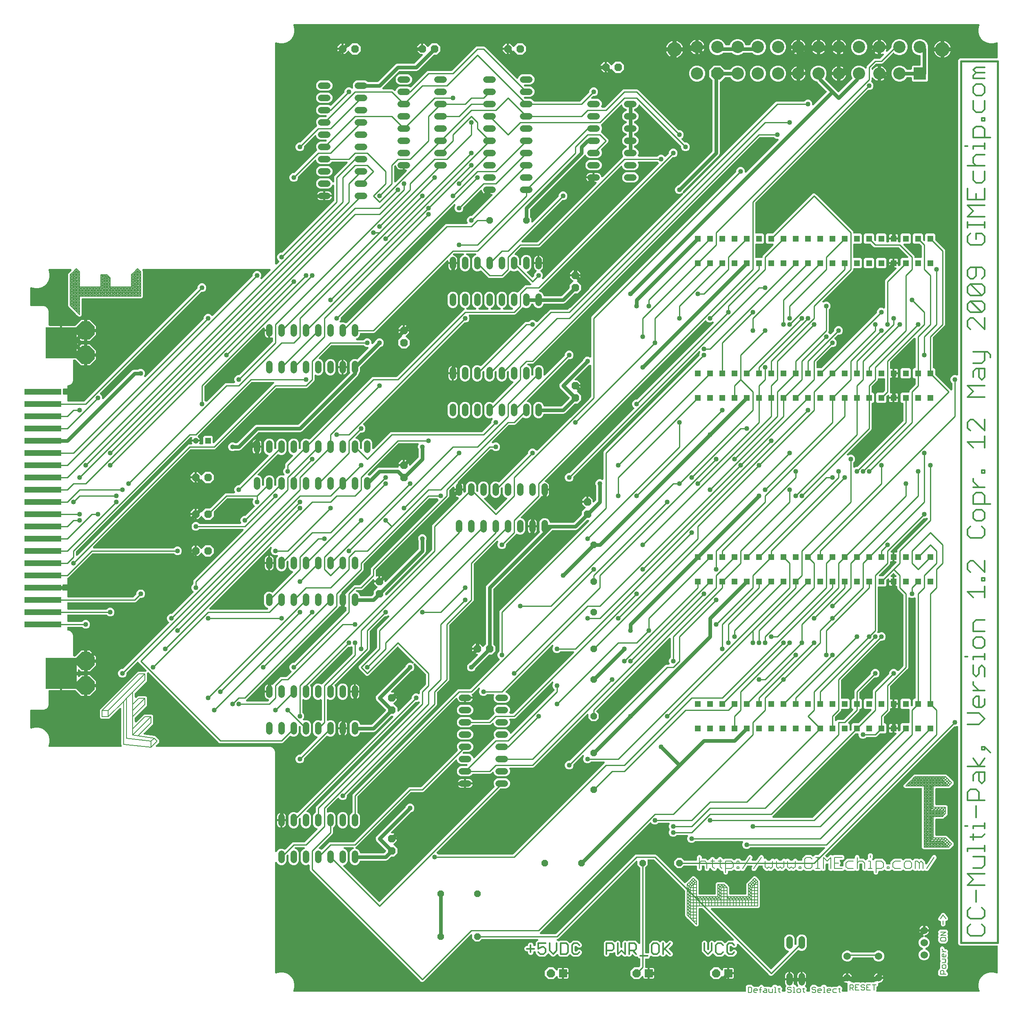
<source format=gbr>
G04 EAGLE Gerber RS-274X export*
G75*
%MOMM*%
%FSLAX34Y34*%
%LPD*%
%INTop Copper*%
%IPPOS*%
%AMOC8*
5,1,8,0,0,1.08239X$1,22.5*%
G01*
%ADD10C,0.304800*%
%ADD11C,0.152400*%
%ADD12C,0.203200*%
%ADD13R,7.620000X1.270000*%
%ADD14R,1.208000X1.208000*%
%ADD15C,1.208000*%
%ADD16C,1.320800*%
%ADD17P,1.732040X8X202.500000*%
%ADD18P,1.732040X8X22.500000*%
%ADD19P,1.429621X8X22.500000*%
%ADD20P,1.429621X8X202.500000*%
%ADD21C,1.524000*%
%ADD22P,1.814519X8X22.500000*%
%ADD23R,1.676400X1.676400*%
%ADD24P,1.732040X8X112.500000*%
%ADD25R,1.308000X1.308000*%
%ADD26P,1.429621X8X112.500000*%
%ADD27P,4.123906X8X22.500000*%
%ADD28R,2.540000X2.540000*%
%ADD29C,2.540000*%
%ADD30P,2.749271X8X22.500000*%
%ADD31C,3.000000*%
%ADD32R,6.451600X6.451600*%
%ADD33C,0.127000*%
%ADD34C,0.762000*%
%ADD35C,1.016000*%
%ADD36C,0.254000*%
%ADD37C,0.406400*%

G36*
X749581Y630074D02*
X749581Y630074D01*
X749590Y630073D01*
X749779Y630095D01*
X749972Y630116D01*
X749981Y630119D01*
X749989Y630120D01*
X750173Y630180D01*
X750356Y630238D01*
X750364Y630242D01*
X750372Y630245D01*
X750541Y630340D01*
X750708Y630432D01*
X750715Y630438D01*
X750723Y630443D01*
X750868Y630568D01*
X751015Y630693D01*
X751021Y630700D01*
X751028Y630706D01*
X751145Y630857D01*
X751265Y631009D01*
X751269Y631017D01*
X751274Y631024D01*
X751360Y631196D01*
X751447Y631368D01*
X751450Y631376D01*
X751454Y631384D01*
X751504Y631572D01*
X751555Y631756D01*
X751556Y631764D01*
X751558Y631773D01*
X751585Y632104D01*
X751585Y643676D01*
X753171Y647503D01*
X756101Y650433D01*
X759928Y652019D01*
X764072Y652019D01*
X767899Y650433D01*
X770829Y647503D01*
X772415Y643676D01*
X772415Y632104D01*
X772416Y632095D01*
X772415Y632086D01*
X772436Y631892D01*
X772455Y631703D01*
X772457Y631695D01*
X772458Y631686D01*
X772517Y631501D01*
X772573Y631318D01*
X772577Y631310D01*
X772580Y631302D01*
X772673Y631132D01*
X772765Y630964D01*
X772770Y630957D01*
X772775Y630950D01*
X772899Y630803D01*
X773022Y630655D01*
X773029Y630649D01*
X773035Y630643D01*
X773187Y630523D01*
X773336Y630403D01*
X773344Y630399D01*
X773351Y630393D01*
X773524Y630305D01*
X773693Y630217D01*
X773702Y630215D01*
X773710Y630211D01*
X773896Y630159D01*
X774080Y630106D01*
X774089Y630105D01*
X774098Y630103D01*
X774291Y630089D01*
X774482Y630073D01*
X774490Y630074D01*
X774499Y630073D01*
X774692Y630098D01*
X774881Y630120D01*
X774890Y630123D01*
X774899Y630124D01*
X775081Y630185D01*
X775264Y630245D01*
X775272Y630249D01*
X775280Y630252D01*
X775447Y630348D01*
X775615Y630443D01*
X775622Y630448D01*
X775629Y630453D01*
X775882Y630668D01*
X808207Y662992D01*
X809922Y664707D01*
X811789Y665481D01*
X1000354Y665481D01*
X1000381Y665483D01*
X1000407Y665481D01*
X1000581Y665503D01*
X1000755Y665521D01*
X1000780Y665528D01*
X1000807Y665532D01*
X1000973Y665587D01*
X1001140Y665639D01*
X1001163Y665652D01*
X1001189Y665660D01*
X1001340Y665747D01*
X1001494Y665831D01*
X1001514Y665848D01*
X1001537Y665861D01*
X1001790Y666076D01*
X1019214Y683500D01*
X1019231Y683520D01*
X1019252Y683538D01*
X1019359Y683676D01*
X1019469Y683811D01*
X1019482Y683835D01*
X1019498Y683856D01*
X1019576Y684013D01*
X1019658Y684167D01*
X1019666Y684192D01*
X1019678Y684216D01*
X1019723Y684386D01*
X1019773Y684553D01*
X1019775Y684579D01*
X1019782Y684605D01*
X1019809Y684936D01*
X1019809Y687569D01*
X1021163Y690836D01*
X1021838Y691512D01*
X1021841Y691515D01*
X1021844Y691518D01*
X1021969Y691671D01*
X1022093Y691823D01*
X1022095Y691827D01*
X1022098Y691831D01*
X1022191Y692008D01*
X1022282Y692179D01*
X1022283Y692183D01*
X1022285Y692187D01*
X1022340Y692373D01*
X1022397Y692565D01*
X1022397Y692569D01*
X1022398Y692573D01*
X1022415Y692766D01*
X1022433Y692966D01*
X1022433Y692970D01*
X1022433Y692975D01*
X1022411Y693165D01*
X1022390Y693366D01*
X1022388Y693370D01*
X1022388Y693375D01*
X1022329Y693557D01*
X1022268Y693750D01*
X1022266Y693754D01*
X1022265Y693758D01*
X1022168Y693930D01*
X1022073Y694102D01*
X1022070Y694105D01*
X1022068Y694109D01*
X1021938Y694261D01*
X1021813Y694409D01*
X1021809Y694412D01*
X1021806Y694415D01*
X1021651Y694537D01*
X1021497Y694659D01*
X1021493Y694661D01*
X1021489Y694663D01*
X1021313Y694752D01*
X1021138Y694841D01*
X1021134Y694842D01*
X1021130Y694844D01*
X1020940Y694896D01*
X1020750Y694949D01*
X1020746Y694949D01*
X1020741Y694951D01*
X1020545Y694964D01*
X1020349Y694978D01*
X1020344Y694978D01*
X1020340Y694978D01*
X1020143Y694953D01*
X1019949Y694928D01*
X1019945Y694927D01*
X1019940Y694926D01*
X1019625Y694825D01*
X1018072Y694181D01*
X1013928Y694181D01*
X1010101Y695767D01*
X1007171Y698697D01*
X1005585Y702524D01*
X1005585Y719876D01*
X1007171Y723703D01*
X1010101Y726633D01*
X1013928Y728219D01*
X1018072Y728219D01*
X1022185Y726515D01*
X1022303Y726452D01*
X1022321Y726447D01*
X1022338Y726438D01*
X1022514Y726389D01*
X1022689Y726337D01*
X1022708Y726335D01*
X1022725Y726330D01*
X1022908Y726317D01*
X1023090Y726300D01*
X1023109Y726302D01*
X1023127Y726301D01*
X1023309Y726324D01*
X1023490Y726344D01*
X1023508Y726349D01*
X1023526Y726351D01*
X1023701Y726410D01*
X1023874Y726465D01*
X1023891Y726474D01*
X1023908Y726480D01*
X1024067Y726571D01*
X1024227Y726659D01*
X1024241Y726671D01*
X1024257Y726681D01*
X1024510Y726895D01*
X1064889Y767275D01*
X1064898Y767285D01*
X1064908Y767294D01*
X1065025Y767440D01*
X1065144Y767586D01*
X1065151Y767598D01*
X1065159Y767608D01*
X1065245Y767776D01*
X1065333Y767942D01*
X1065337Y767955D01*
X1065343Y767967D01*
X1065394Y768147D01*
X1065448Y768328D01*
X1065449Y768341D01*
X1065453Y768354D01*
X1065467Y768540D01*
X1065484Y768729D01*
X1065483Y768742D01*
X1065484Y768755D01*
X1065461Y768940D01*
X1065441Y769129D01*
X1065437Y769142D01*
X1065435Y769155D01*
X1065377Y769332D01*
X1065319Y769513D01*
X1065313Y769525D01*
X1065309Y769537D01*
X1065216Y769700D01*
X1065125Y769865D01*
X1065116Y769875D01*
X1065109Y769887D01*
X1064985Y770029D01*
X1064864Y770172D01*
X1064854Y770180D01*
X1064845Y770191D01*
X1064696Y770305D01*
X1064548Y770422D01*
X1064536Y770428D01*
X1064526Y770436D01*
X1064230Y770588D01*
X1060901Y771967D01*
X1057971Y774897D01*
X1056385Y778724D01*
X1056385Y790296D01*
X1056384Y790305D01*
X1056385Y790314D01*
X1056365Y790505D01*
X1056345Y790697D01*
X1056343Y790705D01*
X1056342Y790714D01*
X1056284Y790895D01*
X1056227Y791082D01*
X1056223Y791090D01*
X1056220Y791098D01*
X1056127Y791267D01*
X1056035Y791436D01*
X1056030Y791443D01*
X1056025Y791450D01*
X1055900Y791598D01*
X1055778Y791745D01*
X1055771Y791751D01*
X1055765Y791757D01*
X1055614Y791877D01*
X1055464Y791997D01*
X1055456Y792001D01*
X1055449Y792007D01*
X1055276Y792095D01*
X1055107Y792183D01*
X1055098Y792185D01*
X1055090Y792189D01*
X1054904Y792241D01*
X1054720Y792294D01*
X1054711Y792295D01*
X1054702Y792297D01*
X1054510Y792311D01*
X1054318Y792327D01*
X1054310Y792326D01*
X1054301Y792327D01*
X1054109Y792303D01*
X1053919Y792280D01*
X1053910Y792277D01*
X1053901Y792276D01*
X1053719Y792215D01*
X1053536Y792155D01*
X1053528Y792151D01*
X1053520Y792148D01*
X1053352Y792052D01*
X1053185Y791957D01*
X1053178Y791952D01*
X1053171Y791947D01*
X1052918Y791732D01*
X1052410Y791224D01*
X1052393Y791204D01*
X1052372Y791186D01*
X1052265Y791048D01*
X1052155Y790913D01*
X1052142Y790889D01*
X1052126Y790868D01*
X1052048Y790711D01*
X1051966Y790557D01*
X1051958Y790532D01*
X1051946Y790508D01*
X1051901Y790338D01*
X1051851Y790171D01*
X1051849Y790145D01*
X1051842Y790119D01*
X1051815Y789788D01*
X1051815Y778724D01*
X1050229Y774897D01*
X1047299Y771967D01*
X1046256Y771535D01*
X1043472Y770381D01*
X1039328Y770381D01*
X1035501Y771967D01*
X1032571Y774897D01*
X1030985Y778724D01*
X1030985Y790296D01*
X1030984Y790305D01*
X1030985Y790314D01*
X1030964Y790507D01*
X1030945Y790697D01*
X1030943Y790705D01*
X1030942Y790714D01*
X1030883Y790899D01*
X1030827Y791082D01*
X1030823Y791090D01*
X1030820Y791098D01*
X1030727Y791266D01*
X1030635Y791436D01*
X1030630Y791443D01*
X1030625Y791450D01*
X1030501Y791597D01*
X1030378Y791745D01*
X1030371Y791751D01*
X1030365Y791757D01*
X1030213Y791877D01*
X1030064Y791997D01*
X1030056Y792001D01*
X1030049Y792007D01*
X1029876Y792095D01*
X1029707Y792183D01*
X1029698Y792185D01*
X1029690Y792189D01*
X1029504Y792241D01*
X1029320Y792294D01*
X1029311Y792295D01*
X1029302Y792297D01*
X1029109Y792311D01*
X1028918Y792327D01*
X1028910Y792326D01*
X1028901Y792327D01*
X1028708Y792302D01*
X1028519Y792280D01*
X1028510Y792277D01*
X1028501Y792276D01*
X1028319Y792215D01*
X1028136Y792155D01*
X1028128Y792151D01*
X1028120Y792148D01*
X1027953Y792052D01*
X1027785Y791957D01*
X1027778Y791952D01*
X1027771Y791947D01*
X1027518Y791732D01*
X1027010Y791224D01*
X1026993Y791204D01*
X1026972Y791186D01*
X1026865Y791048D01*
X1026755Y790913D01*
X1026742Y790889D01*
X1026726Y790868D01*
X1026648Y790711D01*
X1026566Y790557D01*
X1026558Y790532D01*
X1026546Y790508D01*
X1026501Y790338D01*
X1026451Y790171D01*
X1026449Y790145D01*
X1026442Y790119D01*
X1026415Y789788D01*
X1026415Y778724D01*
X1024829Y774897D01*
X1021899Y771967D01*
X1020856Y771535D01*
X1018072Y770381D01*
X1013928Y770381D01*
X1010101Y771967D01*
X1007171Y774897D01*
X1005585Y778724D01*
X1005585Y790296D01*
X1005584Y790305D01*
X1005585Y790314D01*
X1005565Y790505D01*
X1005545Y790697D01*
X1005543Y790705D01*
X1005542Y790714D01*
X1005484Y790895D01*
X1005427Y791082D01*
X1005423Y791090D01*
X1005420Y791098D01*
X1005327Y791267D01*
X1005235Y791436D01*
X1005230Y791443D01*
X1005225Y791450D01*
X1005100Y791598D01*
X1004978Y791745D01*
X1004971Y791751D01*
X1004965Y791757D01*
X1004814Y791877D01*
X1004664Y791997D01*
X1004656Y792001D01*
X1004649Y792007D01*
X1004476Y792095D01*
X1004307Y792183D01*
X1004298Y792185D01*
X1004290Y792189D01*
X1004104Y792241D01*
X1003920Y792294D01*
X1003911Y792295D01*
X1003902Y792297D01*
X1003710Y792311D01*
X1003518Y792327D01*
X1003510Y792326D01*
X1003501Y792327D01*
X1003309Y792303D01*
X1003119Y792280D01*
X1003110Y792277D01*
X1003101Y792276D01*
X1002919Y792215D01*
X1002736Y792155D01*
X1002728Y792151D01*
X1002720Y792148D01*
X1002552Y792052D01*
X1002385Y791957D01*
X1002378Y791952D01*
X1002371Y791947D01*
X1002118Y791732D01*
X1001610Y791224D01*
X1001593Y791204D01*
X1001572Y791186D01*
X1001465Y791048D01*
X1001355Y790913D01*
X1001342Y790889D01*
X1001326Y790868D01*
X1001248Y790711D01*
X1001166Y790557D01*
X1001158Y790532D01*
X1001146Y790508D01*
X1001101Y790338D01*
X1001051Y790171D01*
X1001049Y790145D01*
X1001042Y790119D01*
X1001015Y789788D01*
X1001015Y778724D01*
X999429Y774897D01*
X996499Y771967D01*
X995456Y771535D01*
X992672Y770381D01*
X988528Y770381D01*
X984701Y771967D01*
X981771Y774897D01*
X980185Y778724D01*
X980185Y796076D01*
X981771Y799903D01*
X984701Y802833D01*
X988528Y804419D01*
X992672Y804419D01*
X996785Y802715D01*
X996903Y802652D01*
X996921Y802647D01*
X996938Y802638D01*
X997114Y802589D01*
X997289Y802537D01*
X997308Y802535D01*
X997325Y802530D01*
X997508Y802517D01*
X997690Y802500D01*
X997709Y802502D01*
X997727Y802501D01*
X997909Y802524D01*
X998090Y802544D01*
X998108Y802549D01*
X998126Y802551D01*
X998301Y802610D01*
X998474Y802665D01*
X998491Y802674D01*
X998508Y802680D01*
X998667Y802771D01*
X998827Y802859D01*
X998841Y802871D01*
X998857Y802881D01*
X999110Y803095D01*
X1089322Y893307D01*
X1090332Y893726D01*
X1090333Y893726D01*
X1091189Y894081D01*
X1096566Y894081D01*
X1096593Y894083D01*
X1096619Y894081D01*
X1096793Y894103D01*
X1096967Y894121D01*
X1096992Y894128D01*
X1097019Y894132D01*
X1097184Y894187D01*
X1097351Y894239D01*
X1097375Y894252D01*
X1097400Y894260D01*
X1097552Y894347D01*
X1097706Y894431D01*
X1097726Y894448D01*
X1097749Y894461D01*
X1098002Y894676D01*
X1099864Y896537D01*
X1103131Y897891D01*
X1106669Y897891D01*
X1109936Y896537D01*
X1112508Y893966D01*
X1112522Y893954D01*
X1112533Y893941D01*
X1112677Y893827D01*
X1112819Y893711D01*
X1112835Y893702D01*
X1112849Y893691D01*
X1113013Y893608D01*
X1113175Y893522D01*
X1113192Y893517D01*
X1113208Y893509D01*
X1113385Y893459D01*
X1113561Y893407D01*
X1113579Y893406D01*
X1113596Y893401D01*
X1113779Y893387D01*
X1113962Y893371D01*
X1113980Y893373D01*
X1113997Y893371D01*
X1114179Y893394D01*
X1114362Y893414D01*
X1114379Y893420D01*
X1114397Y893422D01*
X1114570Y893480D01*
X1114746Y893536D01*
X1114762Y893544D01*
X1114779Y893550D01*
X1114938Y893642D01*
X1115098Y893730D01*
X1115112Y893742D01*
X1115127Y893751D01*
X1115380Y893966D01*
X1140122Y918707D01*
X1141989Y919481D01*
X1178154Y919481D01*
X1178181Y919483D01*
X1178207Y919481D01*
X1178381Y919503D01*
X1178555Y919521D01*
X1178580Y919528D01*
X1178607Y919532D01*
X1178773Y919587D01*
X1178940Y919639D01*
X1178963Y919652D01*
X1178989Y919660D01*
X1179140Y919747D01*
X1179294Y919831D01*
X1179314Y919848D01*
X1179337Y919861D01*
X1179590Y920076D01*
X1417146Y1157631D01*
X1417149Y1157635D01*
X1417152Y1157637D01*
X1417276Y1157791D01*
X1417401Y1157943D01*
X1417403Y1157946D01*
X1417406Y1157950D01*
X1417499Y1158128D01*
X1417590Y1158298D01*
X1417591Y1158302D01*
X1417593Y1158306D01*
X1417649Y1158499D01*
X1417704Y1158684D01*
X1417705Y1158689D01*
X1417706Y1158693D01*
X1417723Y1158886D01*
X1417741Y1159085D01*
X1417740Y1159090D01*
X1417741Y1159094D01*
X1417719Y1159284D01*
X1417697Y1159485D01*
X1417696Y1159490D01*
X1417695Y1159494D01*
X1417636Y1159680D01*
X1417576Y1159869D01*
X1417574Y1159873D01*
X1417572Y1159877D01*
X1417475Y1160051D01*
X1417381Y1160222D01*
X1417378Y1160225D01*
X1417376Y1160229D01*
X1417247Y1160379D01*
X1417120Y1160529D01*
X1417117Y1160531D01*
X1417114Y1160535D01*
X1416959Y1160656D01*
X1416805Y1160778D01*
X1416801Y1160780D01*
X1416797Y1160783D01*
X1416622Y1160871D01*
X1416446Y1160961D01*
X1416441Y1160962D01*
X1416437Y1160964D01*
X1416249Y1161015D01*
X1416058Y1161069D01*
X1416053Y1161069D01*
X1416049Y1161070D01*
X1415853Y1161084D01*
X1415656Y1161098D01*
X1415652Y1161097D01*
X1415647Y1161098D01*
X1415451Y1161072D01*
X1415257Y1161048D01*
X1415253Y1161046D01*
X1415248Y1161046D01*
X1414932Y1160944D01*
X1411468Y1159509D01*
X1407931Y1159509D01*
X1404664Y1160863D01*
X1402163Y1163364D01*
X1400809Y1166631D01*
X1400809Y1170169D01*
X1402163Y1173436D01*
X1404664Y1175937D01*
X1407357Y1177053D01*
X1407384Y1177067D01*
X1407414Y1177077D01*
X1407561Y1177162D01*
X1407711Y1177243D01*
X1407736Y1177263D01*
X1407763Y1177278D01*
X1408016Y1177493D01*
X1477684Y1247162D01*
X1477701Y1247182D01*
X1477722Y1247200D01*
X1477829Y1247338D01*
X1477939Y1247473D01*
X1477952Y1247497D01*
X1477968Y1247518D01*
X1478046Y1247675D01*
X1478128Y1247829D01*
X1478136Y1247854D01*
X1478148Y1247878D01*
X1478193Y1248048D01*
X1478243Y1248215D01*
X1478245Y1248241D01*
X1478252Y1248267D01*
X1478279Y1248598D01*
X1478279Y1395324D01*
X1478277Y1395350D01*
X1478279Y1395377D01*
X1478257Y1395551D01*
X1478239Y1395724D01*
X1478232Y1395750D01*
X1478228Y1395776D01*
X1478173Y1395942D01*
X1478121Y1396109D01*
X1478108Y1396133D01*
X1478100Y1396158D01*
X1478013Y1396310D01*
X1477929Y1396463D01*
X1477912Y1396484D01*
X1477899Y1396507D01*
X1477684Y1396760D01*
X1472159Y1402285D01*
X1472159Y1415963D01*
X1481831Y1425635D01*
X1495509Y1425635D01*
X1503228Y1417916D01*
X1503249Y1417899D01*
X1503266Y1417878D01*
X1503404Y1417771D01*
X1503540Y1417661D01*
X1503563Y1417648D01*
X1503584Y1417632D01*
X1503741Y1417554D01*
X1503895Y1417472D01*
X1503921Y1417464D01*
X1503945Y1417452D01*
X1504114Y1417407D01*
X1504281Y1417357D01*
X1504308Y1417355D01*
X1504334Y1417348D01*
X1504664Y1417321D01*
X1514837Y1417321D01*
X1514859Y1417323D01*
X1514881Y1417321D01*
X1515059Y1417343D01*
X1515237Y1417361D01*
X1515259Y1417367D01*
X1515281Y1417370D01*
X1515452Y1417426D01*
X1515622Y1417479D01*
X1515642Y1417489D01*
X1515663Y1417496D01*
X1515819Y1417585D01*
X1515976Y1417671D01*
X1515994Y1417685D01*
X1516013Y1417696D01*
X1516148Y1417814D01*
X1516286Y1417928D01*
X1516300Y1417946D01*
X1516316Y1417960D01*
X1516426Y1418103D01*
X1516538Y1418242D01*
X1516548Y1418262D01*
X1516562Y1418279D01*
X1516653Y1418457D01*
X1521317Y1423121D01*
X1523154Y1423882D01*
X1527386Y1425635D01*
X1533954Y1425635D01*
X1540023Y1423121D01*
X1544667Y1418477D01*
X1547181Y1412408D01*
X1547181Y1405840D01*
X1544667Y1399771D01*
X1540023Y1395127D01*
X1535123Y1393097D01*
X1533954Y1392613D01*
X1527386Y1392613D01*
X1521317Y1395127D01*
X1516673Y1399771D01*
X1516236Y1400825D01*
X1516226Y1400845D01*
X1516219Y1400866D01*
X1516131Y1401022D01*
X1516046Y1401180D01*
X1516032Y1401197D01*
X1516021Y1401217D01*
X1515904Y1401352D01*
X1515790Y1401491D01*
X1515772Y1401505D01*
X1515758Y1401522D01*
X1515616Y1401631D01*
X1515477Y1401744D01*
X1515457Y1401755D01*
X1515440Y1401768D01*
X1515279Y1401848D01*
X1515121Y1401931D01*
X1515099Y1401938D01*
X1515079Y1401948D01*
X1514906Y1401994D01*
X1514734Y1402044D01*
X1514712Y1402046D01*
X1514690Y1402052D01*
X1514360Y1402079D01*
X1505816Y1402079D01*
X1505790Y1402077D01*
X1505763Y1402079D01*
X1505589Y1402057D01*
X1505416Y1402039D01*
X1505390Y1402032D01*
X1505364Y1402028D01*
X1505198Y1401973D01*
X1505031Y1401921D01*
X1505007Y1401908D01*
X1504982Y1401900D01*
X1504830Y1401813D01*
X1504677Y1401729D01*
X1504656Y1401712D01*
X1504633Y1401699D01*
X1504380Y1401484D01*
X1495508Y1392612D01*
X1495334Y1392592D01*
X1495151Y1392573D01*
X1495134Y1392568D01*
X1495117Y1392566D01*
X1494942Y1392509D01*
X1494766Y1392455D01*
X1494751Y1392447D01*
X1494734Y1392441D01*
X1494574Y1392351D01*
X1494412Y1392263D01*
X1494399Y1392252D01*
X1494383Y1392243D01*
X1494244Y1392123D01*
X1494103Y1392006D01*
X1494092Y1391992D01*
X1494078Y1391980D01*
X1493966Y1391835D01*
X1493851Y1391692D01*
X1493843Y1391676D01*
X1493832Y1391662D01*
X1493750Y1391497D01*
X1493665Y1391335D01*
X1493660Y1391318D01*
X1493652Y1391302D01*
X1493605Y1391123D01*
X1493554Y1390948D01*
X1493552Y1390930D01*
X1493548Y1390913D01*
X1493521Y1390582D01*
X1493521Y1243084D01*
X1492361Y1240283D01*
X1418793Y1166716D01*
X1418773Y1166691D01*
X1418750Y1166671D01*
X1418646Y1166536D01*
X1418538Y1166404D01*
X1418523Y1166376D01*
X1418504Y1166352D01*
X1418353Y1166057D01*
X1417156Y1163168D01*
X1417155Y1163163D01*
X1417153Y1163160D01*
X1417096Y1162970D01*
X1417040Y1162782D01*
X1417039Y1162778D01*
X1417038Y1162774D01*
X1417020Y1162575D01*
X1417001Y1162382D01*
X1417002Y1162377D01*
X1417001Y1162373D01*
X1417023Y1162171D01*
X1417043Y1161981D01*
X1417044Y1161977D01*
X1417045Y1161972D01*
X1417107Y1161777D01*
X1417163Y1161597D01*
X1417165Y1161593D01*
X1417166Y1161589D01*
X1417262Y1161415D01*
X1417356Y1161244D01*
X1417359Y1161240D01*
X1417361Y1161236D01*
X1417490Y1161085D01*
X1417615Y1160935D01*
X1417619Y1160933D01*
X1417622Y1160929D01*
X1417777Y1160806D01*
X1417930Y1160684D01*
X1417934Y1160682D01*
X1417938Y1160680D01*
X1418115Y1160590D01*
X1418288Y1160501D01*
X1418293Y1160499D01*
X1418297Y1160497D01*
X1418489Y1160444D01*
X1418676Y1160391D01*
X1418680Y1160391D01*
X1418684Y1160389D01*
X1418886Y1160375D01*
X1419077Y1160360D01*
X1419081Y1160360D01*
X1419086Y1160360D01*
X1419287Y1160385D01*
X1419477Y1160408D01*
X1419481Y1160410D01*
X1419485Y1160410D01*
X1419672Y1160473D01*
X1419859Y1160535D01*
X1419863Y1160537D01*
X1419867Y1160539D01*
X1420038Y1160637D01*
X1420209Y1160734D01*
X1420212Y1160737D01*
X1420216Y1160739D01*
X1420469Y1160954D01*
X1610022Y1350507D01*
X1611889Y1351281D01*
X1668066Y1351281D01*
X1668093Y1351283D01*
X1668119Y1351281D01*
X1668293Y1351303D01*
X1668467Y1351321D01*
X1668492Y1351328D01*
X1668519Y1351332D01*
X1668684Y1351387D01*
X1668851Y1351439D01*
X1668875Y1351452D01*
X1668900Y1351460D01*
X1669052Y1351547D01*
X1669206Y1351631D01*
X1669226Y1351648D01*
X1669249Y1351661D01*
X1669502Y1351876D01*
X1671364Y1353737D01*
X1674631Y1355091D01*
X1678169Y1355091D01*
X1681436Y1353737D01*
X1683937Y1351236D01*
X1685291Y1347969D01*
X1685291Y1345372D01*
X1685292Y1345363D01*
X1685291Y1345354D01*
X1685312Y1345161D01*
X1685331Y1344971D01*
X1685333Y1344963D01*
X1685334Y1344954D01*
X1685393Y1344769D01*
X1685449Y1344586D01*
X1685453Y1344579D01*
X1685456Y1344570D01*
X1685549Y1344402D01*
X1685641Y1344232D01*
X1685646Y1344225D01*
X1685651Y1344218D01*
X1685776Y1344070D01*
X1685898Y1343923D01*
X1685905Y1343918D01*
X1685911Y1343911D01*
X1686063Y1343791D01*
X1686212Y1343671D01*
X1686220Y1343667D01*
X1686227Y1343661D01*
X1686400Y1343573D01*
X1686569Y1343485D01*
X1686578Y1343483D01*
X1686586Y1343479D01*
X1686772Y1343427D01*
X1686956Y1343374D01*
X1686965Y1343373D01*
X1686974Y1343371D01*
X1687167Y1343357D01*
X1687358Y1343341D01*
X1687366Y1343342D01*
X1687375Y1343341D01*
X1687568Y1343366D01*
X1687757Y1343388D01*
X1687766Y1343391D01*
X1687775Y1343392D01*
X1687957Y1343453D01*
X1688140Y1343513D01*
X1688148Y1343517D01*
X1688156Y1343520D01*
X1688323Y1343616D01*
X1688491Y1343711D01*
X1688498Y1343716D01*
X1688505Y1343721D01*
X1688758Y1343936D01*
X1714986Y1370164D01*
X1714998Y1370178D01*
X1715011Y1370189D01*
X1715125Y1370333D01*
X1715241Y1370475D01*
X1715250Y1370491D01*
X1715261Y1370505D01*
X1715344Y1370669D01*
X1715430Y1370831D01*
X1715435Y1370848D01*
X1715443Y1370864D01*
X1715493Y1371041D01*
X1715545Y1371217D01*
X1715546Y1371235D01*
X1715551Y1371252D01*
X1715565Y1371435D01*
X1715581Y1371618D01*
X1715579Y1371636D01*
X1715581Y1371653D01*
X1715558Y1371835D01*
X1715538Y1372018D01*
X1715532Y1372035D01*
X1715530Y1372053D01*
X1715472Y1372226D01*
X1715416Y1372402D01*
X1715408Y1372418D01*
X1715402Y1372434D01*
X1715310Y1372594D01*
X1715221Y1372754D01*
X1715210Y1372768D01*
X1715201Y1372783D01*
X1714986Y1373036D01*
X1697278Y1390745D01*
X1697208Y1390802D01*
X1697145Y1390867D01*
X1697032Y1390946D01*
X1696967Y1391000D01*
X1696925Y1391022D01*
X1696873Y1391058D01*
X1696624Y1391205D01*
X1696119Y1391875D01*
X1696064Y1391936D01*
X1695933Y1392090D01*
X1695712Y1392311D01*
X1695688Y1392331D01*
X1695667Y1392354D01*
X1695532Y1392458D01*
X1695400Y1392566D01*
X1695373Y1392581D01*
X1695348Y1392600D01*
X1695053Y1392751D01*
X1689317Y1395127D01*
X1684673Y1399771D01*
X1682159Y1405840D01*
X1682159Y1412408D01*
X1684673Y1418477D01*
X1689317Y1423121D01*
X1691154Y1423882D01*
X1695386Y1425635D01*
X1701954Y1425635D01*
X1708023Y1423121D01*
X1712667Y1418477D01*
X1715181Y1412408D01*
X1715181Y1405840D01*
X1712666Y1399769D01*
X1712662Y1399763D01*
X1712648Y1399752D01*
X1712534Y1399608D01*
X1712418Y1399466D01*
X1712409Y1399450D01*
X1712398Y1399436D01*
X1712315Y1399272D01*
X1712229Y1399110D01*
X1712224Y1399093D01*
X1712216Y1399077D01*
X1712167Y1398900D01*
X1712114Y1398724D01*
X1712113Y1398706D01*
X1712108Y1398689D01*
X1712095Y1398506D01*
X1712078Y1398323D01*
X1712080Y1398305D01*
X1712079Y1398288D01*
X1712102Y1398105D01*
X1712121Y1397923D01*
X1712127Y1397906D01*
X1712129Y1397888D01*
X1712187Y1397714D01*
X1712243Y1397539D01*
X1712252Y1397523D01*
X1712257Y1397506D01*
X1712349Y1397347D01*
X1712438Y1397187D01*
X1712449Y1397173D01*
X1712458Y1397158D01*
X1712673Y1396905D01*
X1731231Y1378346D01*
X1733946Y1375631D01*
X1738464Y1371114D01*
X1738477Y1371102D01*
X1738489Y1371089D01*
X1738633Y1370975D01*
X1738775Y1370859D01*
X1738791Y1370850D01*
X1738805Y1370839D01*
X1738969Y1370756D01*
X1739131Y1370670D01*
X1739148Y1370665D01*
X1739164Y1370657D01*
X1739341Y1370607D01*
X1739517Y1370555D01*
X1739535Y1370554D01*
X1739552Y1370549D01*
X1739735Y1370535D01*
X1739918Y1370519D01*
X1739936Y1370521D01*
X1739953Y1370519D01*
X1740135Y1370542D01*
X1740318Y1370562D01*
X1740335Y1370568D01*
X1740353Y1370570D01*
X1740526Y1370628D01*
X1740702Y1370684D01*
X1740718Y1370692D01*
X1740734Y1370698D01*
X1740894Y1370790D01*
X1741054Y1370879D01*
X1741068Y1370890D01*
X1741083Y1370899D01*
X1741336Y1371114D01*
X1768100Y1397877D01*
X1768114Y1397895D01*
X1768131Y1397909D01*
X1768242Y1398050D01*
X1768355Y1398189D01*
X1768366Y1398209D01*
X1768379Y1398226D01*
X1768460Y1398387D01*
X1768544Y1398545D01*
X1768550Y1398566D01*
X1768560Y1398586D01*
X1768608Y1398759D01*
X1768659Y1398931D01*
X1768661Y1398953D01*
X1768667Y1398974D01*
X1768679Y1399153D01*
X1768695Y1399332D01*
X1768693Y1399354D01*
X1768694Y1399376D01*
X1768671Y1399553D01*
X1768652Y1399732D01*
X1768645Y1399753D01*
X1768642Y1399775D01*
X1768540Y1400091D01*
X1766159Y1405840D01*
X1766159Y1412408D01*
X1768673Y1418477D01*
X1773317Y1423121D01*
X1775154Y1423882D01*
X1779386Y1425635D01*
X1785954Y1425635D01*
X1792023Y1423121D01*
X1794852Y1420292D01*
X1794859Y1420286D01*
X1794864Y1420279D01*
X1795014Y1420159D01*
X1795163Y1420037D01*
X1795171Y1420033D01*
X1795178Y1420027D01*
X1795348Y1419939D01*
X1795519Y1419848D01*
X1795528Y1419846D01*
X1795535Y1419842D01*
X1795720Y1419789D01*
X1795905Y1419734D01*
X1795914Y1419733D01*
X1795922Y1419730D01*
X1796113Y1419715D01*
X1796306Y1419697D01*
X1796315Y1419698D01*
X1796324Y1419697D01*
X1796513Y1419720D01*
X1796706Y1419741D01*
X1796715Y1419743D01*
X1796723Y1419744D01*
X1796905Y1419804D01*
X1797090Y1419862D01*
X1797098Y1419866D01*
X1797106Y1419869D01*
X1797275Y1419964D01*
X1797442Y1420057D01*
X1797449Y1420063D01*
X1797457Y1420067D01*
X1797602Y1420193D01*
X1797749Y1420317D01*
X1797755Y1420324D01*
X1797762Y1420330D01*
X1797879Y1420481D01*
X1797999Y1420633D01*
X1798003Y1420641D01*
X1798008Y1420648D01*
X1798094Y1420820D01*
X1798181Y1420992D01*
X1798184Y1421001D01*
X1798188Y1421009D01*
X1798238Y1421195D01*
X1798289Y1421380D01*
X1798290Y1421389D01*
X1798292Y1421398D01*
X1798319Y1421728D01*
X1798319Y1423411D01*
X1799093Y1425278D01*
X1813222Y1439407D01*
X1815089Y1440181D01*
X1825854Y1440181D01*
X1825881Y1440183D01*
X1825907Y1440181D01*
X1826081Y1440203D01*
X1826255Y1440221D01*
X1826280Y1440228D01*
X1826307Y1440232D01*
X1826473Y1440287D01*
X1826640Y1440339D01*
X1826663Y1440352D01*
X1826689Y1440360D01*
X1826840Y1440447D01*
X1826994Y1440531D01*
X1827014Y1440548D01*
X1827037Y1440561D01*
X1827290Y1440776D01*
X1833619Y1447105D01*
X1833622Y1447108D01*
X1833626Y1447111D01*
X1833749Y1447263D01*
X1833874Y1447416D01*
X1833877Y1447420D01*
X1833879Y1447424D01*
X1833973Y1447603D01*
X1834063Y1447772D01*
X1834064Y1447776D01*
X1834066Y1447780D01*
X1834123Y1447972D01*
X1834178Y1448158D01*
X1834178Y1448162D01*
X1834180Y1448167D01*
X1834196Y1448359D01*
X1834214Y1448559D01*
X1834214Y1448563D01*
X1834214Y1448568D01*
X1834193Y1448754D01*
X1834171Y1448959D01*
X1834170Y1448963D01*
X1834169Y1448968D01*
X1834111Y1449149D01*
X1834049Y1449343D01*
X1834047Y1449347D01*
X1834046Y1449351D01*
X1833950Y1449522D01*
X1833855Y1449695D01*
X1833852Y1449699D01*
X1833849Y1449703D01*
X1833721Y1449852D01*
X1833594Y1450002D01*
X1833591Y1450005D01*
X1833588Y1450008D01*
X1833432Y1450130D01*
X1833278Y1450252D01*
X1833274Y1450254D01*
X1833271Y1450257D01*
X1833094Y1450345D01*
X1832919Y1450434D01*
X1832915Y1450435D01*
X1832911Y1450437D01*
X1832720Y1450490D01*
X1832531Y1450542D01*
X1832527Y1450542D01*
X1832523Y1450544D01*
X1832326Y1450557D01*
X1832130Y1450572D01*
X1832125Y1450571D01*
X1832121Y1450571D01*
X1831925Y1450546D01*
X1831730Y1450521D01*
X1831726Y1450520D01*
X1831722Y1450519D01*
X1831406Y1450418D01*
X1829579Y1449661D01*
X1828169Y1449283D01*
X1828169Y1460625D01*
X1839511Y1460625D01*
X1839133Y1459215D01*
X1838376Y1457388D01*
X1838375Y1457384D01*
X1838373Y1457380D01*
X1838318Y1457193D01*
X1838260Y1457003D01*
X1838259Y1456998D01*
X1838258Y1456994D01*
X1838240Y1456796D01*
X1838222Y1456602D01*
X1838222Y1456598D01*
X1838222Y1456593D01*
X1838243Y1456394D01*
X1838263Y1456202D01*
X1838265Y1456197D01*
X1838265Y1456193D01*
X1838326Y1456002D01*
X1838383Y1455817D01*
X1838385Y1455813D01*
X1838387Y1455809D01*
X1838482Y1455637D01*
X1838577Y1455464D01*
X1838579Y1455460D01*
X1838582Y1455457D01*
X1838707Y1455309D01*
X1838836Y1455156D01*
X1838839Y1455153D01*
X1838842Y1455150D01*
X1838999Y1455026D01*
X1839150Y1454905D01*
X1839155Y1454903D01*
X1839158Y1454900D01*
X1839334Y1454811D01*
X1839509Y1454721D01*
X1839513Y1454720D01*
X1839517Y1454718D01*
X1839709Y1454664D01*
X1839896Y1454611D01*
X1839900Y1454611D01*
X1839905Y1454610D01*
X1840106Y1454595D01*
X1840297Y1454580D01*
X1840302Y1454581D01*
X1840306Y1454580D01*
X1840504Y1454605D01*
X1840697Y1454629D01*
X1840701Y1454630D01*
X1840706Y1454631D01*
X1840889Y1454692D01*
X1841079Y1454755D01*
X1841083Y1454758D01*
X1841087Y1454759D01*
X1841258Y1454857D01*
X1841429Y1454955D01*
X1841432Y1454958D01*
X1841436Y1454960D01*
X1841689Y1455175D01*
X1849564Y1463050D01*
X1849581Y1463070D01*
X1849602Y1463088D01*
X1849708Y1463225D01*
X1849819Y1463361D01*
X1849832Y1463385D01*
X1849848Y1463406D01*
X1849926Y1463563D01*
X1850008Y1463717D01*
X1850016Y1463742D01*
X1850028Y1463766D01*
X1850073Y1463936D01*
X1850123Y1464103D01*
X1850125Y1464129D01*
X1850132Y1464155D01*
X1850159Y1464486D01*
X1850159Y1467408D01*
X1852673Y1473477D01*
X1857317Y1478121D01*
X1858777Y1478726D01*
X1863386Y1480635D01*
X1869954Y1480635D01*
X1876023Y1478121D01*
X1880667Y1473477D01*
X1883181Y1467408D01*
X1883181Y1460840D01*
X1880667Y1454771D01*
X1876023Y1450127D01*
X1870745Y1447941D01*
X1869954Y1447613D01*
X1863386Y1447613D01*
X1857317Y1450127D01*
X1855601Y1451843D01*
X1855587Y1451855D01*
X1855576Y1451868D01*
X1855432Y1451982D01*
X1855290Y1452098D01*
X1855274Y1452107D01*
X1855260Y1452118D01*
X1855096Y1452201D01*
X1854934Y1452287D01*
X1854917Y1452292D01*
X1854901Y1452300D01*
X1854724Y1452349D01*
X1854548Y1452402D01*
X1854530Y1452403D01*
X1854513Y1452408D01*
X1854330Y1452421D01*
X1854147Y1452438D01*
X1854129Y1452436D01*
X1854111Y1452437D01*
X1853929Y1452415D01*
X1853747Y1452395D01*
X1853730Y1452389D01*
X1853712Y1452387D01*
X1853538Y1452329D01*
X1853363Y1452273D01*
X1853347Y1452265D01*
X1853330Y1452259D01*
X1853172Y1452167D01*
X1853011Y1452078D01*
X1852997Y1452067D01*
X1852981Y1452058D01*
X1852728Y1451843D01*
X1833393Y1432508D01*
X1831678Y1430793D01*
X1829811Y1430019D01*
X1819046Y1430019D01*
X1819019Y1430017D01*
X1818993Y1430019D01*
X1818819Y1429997D01*
X1818645Y1429979D01*
X1818620Y1429972D01*
X1818593Y1429968D01*
X1818427Y1429913D01*
X1818260Y1429861D01*
X1818237Y1429848D01*
X1818211Y1429840D01*
X1818060Y1429753D01*
X1817906Y1429669D01*
X1817886Y1429652D01*
X1817863Y1429639D01*
X1817610Y1429424D01*
X1809076Y1420890D01*
X1809059Y1420870D01*
X1809038Y1420852D01*
X1808931Y1420714D01*
X1808821Y1420579D01*
X1808808Y1420555D01*
X1808792Y1420534D01*
X1808714Y1420377D01*
X1808632Y1420223D01*
X1808624Y1420198D01*
X1808612Y1420174D01*
X1808567Y1420004D01*
X1808517Y1419837D01*
X1808515Y1419811D01*
X1808508Y1419785D01*
X1808481Y1419454D01*
X1808481Y1419045D01*
X1808495Y1418904D01*
X1808501Y1418762D01*
X1808515Y1418704D01*
X1808521Y1418645D01*
X1808562Y1418509D01*
X1808596Y1418371D01*
X1808621Y1418317D01*
X1808639Y1418260D01*
X1808706Y1418135D01*
X1808766Y1418007D01*
X1808802Y1417958D01*
X1808831Y1417906D01*
X1808921Y1417797D01*
X1809006Y1417683D01*
X1809050Y1417642D01*
X1809088Y1417596D01*
X1809199Y1417508D01*
X1809304Y1417412D01*
X1809355Y1417382D01*
X1809402Y1417344D01*
X1809528Y1417279D01*
X1809650Y1417206D01*
X1809706Y1417186D01*
X1809759Y1417159D01*
X1809896Y1417119D01*
X1810029Y1417072D01*
X1810089Y1417064D01*
X1810146Y1417047D01*
X1810288Y1417036D01*
X1810428Y1417016D01*
X1810488Y1417019D01*
X1810548Y1417014D01*
X1810688Y1417031D01*
X1810830Y1417039D01*
X1810888Y1417054D01*
X1810947Y1417061D01*
X1811082Y1417105D01*
X1811219Y1417141D01*
X1811273Y1417167D01*
X1811330Y1417186D01*
X1811454Y1417256D01*
X1811581Y1417318D01*
X1811629Y1417355D01*
X1811681Y1417384D01*
X1811788Y1417477D01*
X1811901Y1417563D01*
X1811947Y1417614D01*
X1811985Y1417647D01*
X1812036Y1417712D01*
X1812123Y1417809D01*
X1813187Y1419194D01*
X1814599Y1420607D01*
X1816185Y1421823D01*
X1817915Y1422822D01*
X1819760Y1423587D01*
X1821171Y1423965D01*
X1821171Y1410592D01*
X1821172Y1410574D01*
X1821171Y1410557D01*
X1821192Y1410374D01*
X1821211Y1410192D01*
X1821216Y1410175D01*
X1821218Y1410157D01*
X1821275Y1409982D01*
X1821329Y1409807D01*
X1821337Y1409791D01*
X1821343Y1409774D01*
X1821433Y1409614D01*
X1821520Y1409453D01*
X1821532Y1409439D01*
X1821541Y1409423D01*
X1821661Y1409284D01*
X1821778Y1409143D01*
X1821792Y1409132D01*
X1821802Y1409120D01*
X1821753Y1409079D01*
X1821742Y1409066D01*
X1821728Y1409054D01*
X1821616Y1408909D01*
X1821501Y1408766D01*
X1821493Y1408750D01*
X1821482Y1408736D01*
X1821400Y1408571D01*
X1821315Y1408408D01*
X1821310Y1408391D01*
X1821302Y1408375D01*
X1821254Y1408197D01*
X1821204Y1408022D01*
X1821202Y1408004D01*
X1821198Y1407987D01*
X1821171Y1407656D01*
X1821171Y1394283D01*
X1819760Y1394661D01*
X1817915Y1395426D01*
X1816185Y1396425D01*
X1814599Y1397641D01*
X1813187Y1399054D01*
X1812123Y1400439D01*
X1812026Y1400543D01*
X1811936Y1400652D01*
X1811889Y1400689D01*
X1811848Y1400733D01*
X1811732Y1400815D01*
X1811622Y1400904D01*
X1811569Y1400932D01*
X1811520Y1400966D01*
X1811390Y1401024D01*
X1811265Y1401089D01*
X1811207Y1401106D01*
X1811152Y1401130D01*
X1811014Y1401162D01*
X1810878Y1401201D01*
X1810818Y1401206D01*
X1810760Y1401219D01*
X1810618Y1401222D01*
X1810476Y1401234D01*
X1810417Y1401227D01*
X1810357Y1401228D01*
X1810218Y1401203D01*
X1810077Y1401187D01*
X1810020Y1401168D01*
X1809961Y1401158D01*
X1809829Y1401106D01*
X1809694Y1401062D01*
X1809642Y1401032D01*
X1809586Y1401011D01*
X1809467Y1400934D01*
X1809343Y1400864D01*
X1809298Y1400825D01*
X1809247Y1400792D01*
X1809146Y1400694D01*
X1809038Y1400601D01*
X1809002Y1400554D01*
X1808959Y1400512D01*
X1808879Y1400395D01*
X1808792Y1400283D01*
X1808765Y1400229D01*
X1808731Y1400180D01*
X1808676Y1400049D01*
X1808612Y1399922D01*
X1808597Y1399864D01*
X1808573Y1399809D01*
X1808545Y1399671D01*
X1808508Y1399533D01*
X1808502Y1399465D01*
X1808492Y1399415D01*
X1808491Y1399333D01*
X1808481Y1399203D01*
X1808481Y1395989D01*
X1807771Y1394276D01*
X1807765Y1394254D01*
X1807754Y1394235D01*
X1807706Y1394062D01*
X1807654Y1393890D01*
X1807652Y1393868D01*
X1807646Y1393847D01*
X1807633Y1393667D01*
X1807616Y1393490D01*
X1807619Y1393467D01*
X1807617Y1393445D01*
X1807640Y1393266D01*
X1807658Y1393089D01*
X1807665Y1393068D01*
X1807667Y1393046D01*
X1807725Y1392875D01*
X1807778Y1392705D01*
X1807789Y1392685D01*
X1807796Y1392664D01*
X1807885Y1392508D01*
X1807971Y1392352D01*
X1807985Y1392335D01*
X1807997Y1392315D01*
X1808211Y1392062D01*
X1810937Y1389336D01*
X1812291Y1386069D01*
X1812291Y1382531D01*
X1810937Y1379264D01*
X1808436Y1376763D01*
X1805169Y1375409D01*
X1802536Y1375409D01*
X1802509Y1375407D01*
X1802483Y1375409D01*
X1802309Y1375387D01*
X1802135Y1375369D01*
X1802110Y1375362D01*
X1802083Y1375358D01*
X1801917Y1375303D01*
X1801750Y1375251D01*
X1801727Y1375238D01*
X1801701Y1375230D01*
X1801550Y1375143D01*
X1801396Y1375059D01*
X1801376Y1375042D01*
X1801353Y1375029D01*
X1801100Y1374814D01*
X1567776Y1141490D01*
X1567759Y1141470D01*
X1567738Y1141452D01*
X1567631Y1141314D01*
X1567521Y1141179D01*
X1567508Y1141155D01*
X1567492Y1141134D01*
X1567414Y1140977D01*
X1567332Y1140823D01*
X1567324Y1140798D01*
X1567312Y1140774D01*
X1567267Y1140604D01*
X1567217Y1140437D01*
X1567215Y1140411D01*
X1567208Y1140385D01*
X1567181Y1140054D01*
X1567181Y1079182D01*
X1567183Y1079164D01*
X1567181Y1079146D01*
X1567202Y1078964D01*
X1567221Y1078781D01*
X1567226Y1078764D01*
X1567228Y1078747D01*
X1567285Y1078572D01*
X1567339Y1078396D01*
X1567347Y1078381D01*
X1567353Y1078364D01*
X1567443Y1078204D01*
X1567531Y1078042D01*
X1567542Y1078029D01*
X1567551Y1078013D01*
X1567671Y1077874D01*
X1567788Y1077733D01*
X1567802Y1077722D01*
X1567814Y1077708D01*
X1567959Y1077596D01*
X1568102Y1077481D01*
X1568118Y1077473D01*
X1568132Y1077462D01*
X1568297Y1077380D01*
X1568459Y1077295D01*
X1568476Y1077290D01*
X1568492Y1077282D01*
X1568671Y1077235D01*
X1568846Y1077184D01*
X1568864Y1077182D01*
X1568881Y1077178D01*
X1569212Y1077151D01*
X1582918Y1077151D01*
X1585151Y1074918D01*
X1585151Y1058682D01*
X1582918Y1056449D01*
X1569212Y1056449D01*
X1569194Y1056447D01*
X1569176Y1056449D01*
X1568994Y1056428D01*
X1568811Y1056409D01*
X1568794Y1056404D01*
X1568777Y1056402D01*
X1568602Y1056345D01*
X1568426Y1056291D01*
X1568411Y1056283D01*
X1568394Y1056277D01*
X1568234Y1056187D01*
X1568072Y1056099D01*
X1568059Y1056088D01*
X1568043Y1056079D01*
X1567904Y1055959D01*
X1567763Y1055842D01*
X1567752Y1055828D01*
X1567738Y1055816D01*
X1567626Y1055671D01*
X1567511Y1055528D01*
X1567503Y1055512D01*
X1567492Y1055498D01*
X1567410Y1055333D01*
X1567325Y1055171D01*
X1567320Y1055154D01*
X1567312Y1055138D01*
X1567265Y1054959D01*
X1567214Y1054784D01*
X1567212Y1054766D01*
X1567208Y1054749D01*
X1567181Y1054418D01*
X1567181Y1028382D01*
X1567183Y1028364D01*
X1567181Y1028346D01*
X1567202Y1028164D01*
X1567221Y1027981D01*
X1567226Y1027964D01*
X1567228Y1027947D01*
X1567285Y1027772D01*
X1567339Y1027596D01*
X1567347Y1027581D01*
X1567353Y1027564D01*
X1567443Y1027404D01*
X1567531Y1027242D01*
X1567542Y1027229D01*
X1567551Y1027213D01*
X1567671Y1027074D01*
X1567788Y1026933D01*
X1567802Y1026922D01*
X1567814Y1026908D01*
X1567959Y1026796D01*
X1568102Y1026681D01*
X1568118Y1026673D01*
X1568132Y1026662D01*
X1568297Y1026580D01*
X1568459Y1026495D01*
X1568476Y1026490D01*
X1568492Y1026482D01*
X1568671Y1026435D01*
X1568846Y1026384D01*
X1568864Y1026382D01*
X1568881Y1026378D01*
X1569212Y1026351D01*
X1580388Y1026351D01*
X1580406Y1026353D01*
X1580424Y1026351D01*
X1580606Y1026372D01*
X1580789Y1026391D01*
X1580806Y1026396D01*
X1580823Y1026398D01*
X1580998Y1026455D01*
X1581174Y1026509D01*
X1581189Y1026517D01*
X1581206Y1026523D01*
X1581366Y1026613D01*
X1581528Y1026701D01*
X1581541Y1026712D01*
X1581557Y1026721D01*
X1581696Y1026841D01*
X1581837Y1026958D01*
X1581848Y1026972D01*
X1581862Y1026984D01*
X1581974Y1027129D01*
X1582089Y1027272D01*
X1582097Y1027288D01*
X1582108Y1027302D01*
X1582190Y1027467D01*
X1582275Y1027629D01*
X1582280Y1027646D01*
X1582288Y1027662D01*
X1582335Y1027841D01*
X1582386Y1028016D01*
X1582388Y1028034D01*
X1582392Y1028051D01*
X1582419Y1028382D01*
X1582419Y1029711D01*
X1583193Y1031578D01*
X1584908Y1033293D01*
X1604596Y1052982D01*
X1604602Y1052989D01*
X1604609Y1052994D01*
X1604729Y1053144D01*
X1604852Y1053293D01*
X1604856Y1053301D01*
X1604861Y1053308D01*
X1604950Y1053479D01*
X1605040Y1053649D01*
X1605043Y1053657D01*
X1605047Y1053665D01*
X1605100Y1053851D01*
X1605155Y1054035D01*
X1605156Y1054044D01*
X1605158Y1054052D01*
X1605174Y1054244D01*
X1605191Y1054436D01*
X1605190Y1054445D01*
X1605191Y1054454D01*
X1605169Y1054643D01*
X1605148Y1054836D01*
X1605145Y1054845D01*
X1605144Y1054853D01*
X1605085Y1055035D01*
X1605026Y1055220D01*
X1605022Y1055228D01*
X1605019Y1055236D01*
X1604924Y1055405D01*
X1604832Y1055572D01*
X1604826Y1055579D01*
X1604821Y1055587D01*
X1604695Y1055733D01*
X1604571Y1055879D01*
X1604564Y1055885D01*
X1604558Y1055892D01*
X1604407Y1056009D01*
X1604255Y1056129D01*
X1604247Y1056133D01*
X1604240Y1056138D01*
X1604068Y1056224D01*
X1603896Y1056311D01*
X1603888Y1056314D01*
X1603880Y1056318D01*
X1603693Y1056368D01*
X1603508Y1056419D01*
X1603500Y1056420D01*
X1603491Y1056422D01*
X1603160Y1056449D01*
X1592082Y1056449D01*
X1589849Y1058682D01*
X1589849Y1074918D01*
X1592082Y1077151D01*
X1602524Y1077151D01*
X1602551Y1077153D01*
X1602577Y1077151D01*
X1602751Y1077173D01*
X1602925Y1077191D01*
X1602950Y1077198D01*
X1602977Y1077202D01*
X1603143Y1077257D01*
X1603310Y1077309D01*
X1603333Y1077322D01*
X1603359Y1077330D01*
X1603510Y1077417D01*
X1603664Y1077501D01*
X1603684Y1077518D01*
X1603707Y1077531D01*
X1603960Y1077746D01*
X1686222Y1160007D01*
X1688089Y1160781D01*
X1690111Y1160781D01*
X1691978Y1160007D01*
X1693693Y1158292D01*
X1769607Y1082378D01*
X1770381Y1080511D01*
X1770381Y1079182D01*
X1770383Y1079164D01*
X1770381Y1079146D01*
X1770402Y1078964D01*
X1770421Y1078781D01*
X1770426Y1078764D01*
X1770428Y1078747D01*
X1770485Y1078572D01*
X1770539Y1078396D01*
X1770547Y1078381D01*
X1770553Y1078364D01*
X1770643Y1078204D01*
X1770731Y1078042D01*
X1770742Y1078029D01*
X1770751Y1078013D01*
X1770871Y1077874D01*
X1770988Y1077733D01*
X1771002Y1077722D01*
X1771014Y1077708D01*
X1771159Y1077596D01*
X1771302Y1077481D01*
X1771318Y1077473D01*
X1771332Y1077462D01*
X1771497Y1077380D01*
X1771659Y1077295D01*
X1771676Y1077290D01*
X1771692Y1077282D01*
X1771871Y1077235D01*
X1772046Y1077184D01*
X1772064Y1077182D01*
X1772081Y1077178D01*
X1772412Y1077151D01*
X1786118Y1077151D01*
X1788351Y1074918D01*
X1788351Y1058682D01*
X1786118Y1056449D01*
X1772412Y1056449D01*
X1772394Y1056447D01*
X1772376Y1056449D01*
X1772194Y1056428D01*
X1772011Y1056409D01*
X1771994Y1056404D01*
X1771977Y1056402D01*
X1771802Y1056345D01*
X1771626Y1056291D01*
X1771611Y1056283D01*
X1771594Y1056277D01*
X1771434Y1056187D01*
X1771272Y1056099D01*
X1771259Y1056088D01*
X1771243Y1056079D01*
X1771104Y1055959D01*
X1770963Y1055842D01*
X1770952Y1055828D01*
X1770938Y1055816D01*
X1770826Y1055671D01*
X1770711Y1055528D01*
X1770703Y1055512D01*
X1770692Y1055498D01*
X1770610Y1055333D01*
X1770525Y1055171D01*
X1770520Y1055154D01*
X1770512Y1055138D01*
X1770465Y1054959D01*
X1770414Y1054784D01*
X1770412Y1054766D01*
X1770408Y1054749D01*
X1770381Y1054418D01*
X1770381Y1028382D01*
X1770383Y1028364D01*
X1770381Y1028346D01*
X1770402Y1028164D01*
X1770421Y1027981D01*
X1770426Y1027964D01*
X1770428Y1027947D01*
X1770485Y1027772D01*
X1770539Y1027596D01*
X1770547Y1027581D01*
X1770553Y1027564D01*
X1770643Y1027404D01*
X1770731Y1027242D01*
X1770742Y1027229D01*
X1770751Y1027213D01*
X1770871Y1027074D01*
X1770988Y1026933D01*
X1771002Y1026922D01*
X1771014Y1026908D01*
X1771159Y1026796D01*
X1771302Y1026681D01*
X1771318Y1026673D01*
X1771332Y1026662D01*
X1771497Y1026580D01*
X1771659Y1026495D01*
X1771676Y1026490D01*
X1771692Y1026482D01*
X1771871Y1026435D01*
X1772046Y1026384D01*
X1772064Y1026382D01*
X1772081Y1026378D01*
X1772412Y1026351D01*
X1786118Y1026351D01*
X1788351Y1024118D01*
X1788351Y1007882D01*
X1786118Y1005649D01*
X1772412Y1005649D01*
X1772394Y1005647D01*
X1772376Y1005649D01*
X1772194Y1005628D01*
X1772011Y1005609D01*
X1771994Y1005604D01*
X1771977Y1005602D01*
X1771802Y1005545D01*
X1771626Y1005491D01*
X1771611Y1005483D01*
X1771594Y1005477D01*
X1771434Y1005387D01*
X1771272Y1005299D01*
X1771259Y1005288D01*
X1771243Y1005279D01*
X1771104Y1005159D01*
X1770963Y1005042D01*
X1770952Y1005028D01*
X1770938Y1005016D01*
X1770826Y1004871D01*
X1770711Y1004728D01*
X1770703Y1004712D01*
X1770692Y1004698D01*
X1770610Y1004533D01*
X1770525Y1004371D01*
X1770520Y1004354D01*
X1770512Y1004338D01*
X1770465Y1004159D01*
X1770414Y1003984D01*
X1770412Y1003966D01*
X1770408Y1003949D01*
X1770381Y1003618D01*
X1770381Y1002289D01*
X1769607Y1000422D01*
X1707054Y937869D01*
X1707051Y937865D01*
X1707048Y937863D01*
X1706924Y937709D01*
X1706799Y937557D01*
X1706797Y937554D01*
X1706794Y937550D01*
X1706701Y937372D01*
X1706610Y937202D01*
X1706609Y937198D01*
X1706607Y937194D01*
X1706551Y937001D01*
X1706496Y936816D01*
X1706495Y936811D01*
X1706494Y936807D01*
X1706477Y936614D01*
X1706459Y936415D01*
X1706460Y936410D01*
X1706459Y936406D01*
X1706481Y936216D01*
X1706503Y936015D01*
X1706504Y936010D01*
X1706505Y936006D01*
X1706564Y935820D01*
X1706624Y935631D01*
X1706626Y935627D01*
X1706628Y935623D01*
X1706725Y935449D01*
X1706819Y935278D01*
X1706822Y935275D01*
X1706824Y935271D01*
X1706953Y935121D01*
X1707080Y934971D01*
X1707083Y934969D01*
X1707086Y934965D01*
X1707241Y934844D01*
X1707395Y934722D01*
X1707399Y934720D01*
X1707403Y934717D01*
X1707578Y934629D01*
X1707754Y934539D01*
X1707759Y934538D01*
X1707763Y934536D01*
X1707951Y934485D01*
X1708142Y934431D01*
X1708147Y934431D01*
X1708151Y934430D01*
X1708347Y934416D01*
X1708544Y934402D01*
X1708548Y934403D01*
X1708553Y934402D01*
X1708749Y934428D01*
X1708943Y934452D01*
X1708947Y934454D01*
X1708952Y934454D01*
X1709268Y934556D01*
X1712732Y935991D01*
X1716269Y935991D01*
X1719536Y934637D01*
X1722037Y932136D01*
X1723391Y928869D01*
X1723391Y925331D01*
X1722037Y922064D01*
X1720176Y920202D01*
X1720159Y920182D01*
X1720138Y920164D01*
X1720031Y920026D01*
X1719921Y919891D01*
X1719908Y919867D01*
X1719892Y919846D01*
X1719814Y919689D01*
X1719732Y919535D01*
X1719724Y919510D01*
X1719712Y919485D01*
X1719667Y919316D01*
X1719617Y919149D01*
X1719615Y919123D01*
X1719608Y919097D01*
X1719581Y918766D01*
X1719581Y875289D01*
X1718871Y873576D01*
X1718865Y873554D01*
X1718854Y873535D01*
X1718806Y873362D01*
X1718754Y873190D01*
X1718752Y873168D01*
X1718746Y873147D01*
X1718733Y872967D01*
X1718716Y872790D01*
X1718719Y872768D01*
X1718717Y872745D01*
X1718740Y872566D01*
X1718758Y872389D01*
X1718765Y872368D01*
X1718767Y872346D01*
X1718825Y872176D01*
X1718878Y872005D01*
X1718889Y871985D01*
X1718896Y871964D01*
X1718985Y871809D01*
X1719071Y871652D01*
X1719085Y871634D01*
X1719097Y871615D01*
X1719311Y871362D01*
X1722108Y868566D01*
X1722122Y868554D01*
X1722133Y868541D01*
X1722277Y868427D01*
X1722419Y868311D01*
X1722435Y868302D01*
X1722449Y868291D01*
X1722613Y868208D01*
X1722775Y868122D01*
X1722792Y868117D01*
X1722808Y868109D01*
X1722985Y868059D01*
X1723161Y868007D01*
X1723179Y868006D01*
X1723196Y868001D01*
X1723379Y867987D01*
X1723562Y867971D01*
X1723580Y867973D01*
X1723597Y867971D01*
X1723779Y867994D01*
X1723962Y868014D01*
X1723979Y868020D01*
X1723997Y868022D01*
X1724170Y868080D01*
X1724346Y868136D01*
X1724362Y868144D01*
X1724379Y868150D01*
X1724538Y868242D01*
X1724698Y868330D01*
X1724712Y868342D01*
X1724727Y868351D01*
X1724980Y868566D01*
X1730414Y874000D01*
X1730431Y874020D01*
X1730452Y874038D01*
X1730559Y874176D01*
X1730669Y874311D01*
X1730682Y874335D01*
X1730698Y874356D01*
X1730776Y874513D01*
X1730858Y874667D01*
X1730866Y874692D01*
X1730878Y874716D01*
X1730923Y874886D01*
X1730973Y875053D01*
X1730975Y875079D01*
X1730982Y875105D01*
X1731009Y875436D01*
X1731009Y878069D01*
X1732363Y881336D01*
X1734864Y883837D01*
X1738131Y885191D01*
X1741669Y885191D01*
X1744936Y883837D01*
X1747437Y881336D01*
X1748791Y878069D01*
X1748791Y874531D01*
X1747437Y871264D01*
X1744936Y868763D01*
X1741669Y867409D01*
X1739036Y867409D01*
X1739009Y867407D01*
X1738983Y867409D01*
X1738809Y867387D01*
X1738635Y867369D01*
X1738610Y867362D01*
X1738583Y867358D01*
X1738417Y867303D01*
X1738250Y867251D01*
X1738227Y867238D01*
X1738201Y867230D01*
X1738050Y867143D01*
X1737896Y867059D01*
X1737876Y867042D01*
X1737853Y867029D01*
X1737600Y866814D01*
X1732166Y861380D01*
X1732154Y861366D01*
X1732141Y861355D01*
X1732027Y861211D01*
X1731911Y861069D01*
X1731902Y861053D01*
X1731891Y861039D01*
X1731808Y860875D01*
X1731722Y860713D01*
X1731717Y860696D01*
X1731709Y860680D01*
X1731659Y860503D01*
X1731607Y860327D01*
X1731606Y860310D01*
X1731601Y860292D01*
X1731587Y860109D01*
X1731571Y859926D01*
X1731573Y859909D01*
X1731571Y859891D01*
X1731594Y859709D01*
X1731614Y859526D01*
X1731620Y859509D01*
X1731622Y859491D01*
X1731680Y859318D01*
X1731736Y859142D01*
X1731744Y859127D01*
X1731750Y859110D01*
X1731842Y858951D01*
X1731930Y858790D01*
X1731942Y858776D01*
X1731951Y858761D01*
X1732166Y858508D01*
X1734737Y855936D01*
X1736091Y852669D01*
X1736091Y849131D01*
X1734737Y845864D01*
X1732236Y843363D01*
X1728969Y842009D01*
X1726336Y842009D01*
X1726309Y842007D01*
X1726283Y842009D01*
X1726109Y841987D01*
X1725935Y841969D01*
X1725910Y841962D01*
X1725883Y841958D01*
X1725717Y841903D01*
X1725550Y841851D01*
X1725527Y841838D01*
X1725501Y841830D01*
X1725350Y841743D01*
X1725196Y841659D01*
X1725176Y841642D01*
X1725153Y841629D01*
X1724900Y841414D01*
X1694776Y811290D01*
X1694759Y811270D01*
X1694738Y811252D01*
X1694631Y811114D01*
X1694521Y810979D01*
X1694508Y810955D01*
X1694492Y810934D01*
X1694414Y810777D01*
X1694332Y810623D01*
X1694324Y810598D01*
X1694312Y810574D01*
X1694267Y810404D01*
X1694217Y810237D01*
X1694215Y810211D01*
X1694208Y810185D01*
X1694181Y809854D01*
X1694181Y799782D01*
X1694183Y799764D01*
X1694181Y799746D01*
X1694202Y799564D01*
X1694221Y799381D01*
X1694226Y799364D01*
X1694228Y799347D01*
X1694285Y799172D01*
X1694339Y798996D01*
X1694347Y798981D01*
X1694353Y798964D01*
X1694443Y798804D01*
X1694531Y798642D01*
X1694542Y798629D01*
X1694551Y798613D01*
X1694671Y798474D01*
X1694788Y798333D01*
X1694802Y798322D01*
X1694814Y798308D01*
X1694959Y798196D01*
X1695102Y798081D01*
X1695118Y798073D01*
X1695132Y798062D01*
X1695297Y797980D01*
X1695459Y797895D01*
X1695476Y797890D01*
X1695492Y797882D01*
X1695671Y797835D01*
X1695846Y797784D01*
X1695864Y797782D01*
X1695881Y797778D01*
X1696212Y797751D01*
X1704124Y797751D01*
X1704151Y797753D01*
X1704177Y797751D01*
X1704351Y797773D01*
X1704525Y797791D01*
X1704550Y797798D01*
X1704577Y797802D01*
X1704743Y797857D01*
X1704910Y797909D01*
X1704933Y797922D01*
X1704959Y797930D01*
X1705110Y798017D01*
X1705264Y798101D01*
X1705284Y798118D01*
X1705307Y798131D01*
X1705560Y798346D01*
X1819314Y912100D01*
X1819331Y912120D01*
X1819352Y912138D01*
X1819459Y912276D01*
X1819569Y912411D01*
X1819582Y912435D01*
X1819598Y912456D01*
X1819676Y912613D01*
X1819758Y912767D01*
X1819766Y912792D01*
X1819778Y912816D01*
X1819823Y912986D01*
X1819873Y913153D01*
X1819875Y913179D01*
X1819882Y913205D01*
X1819909Y913536D01*
X1819909Y916169D01*
X1821263Y919436D01*
X1823764Y921937D01*
X1824310Y922163D01*
X1827031Y923291D01*
X1830568Y923291D01*
X1833611Y922031D01*
X1833624Y922027D01*
X1833635Y922021D01*
X1833816Y921969D01*
X1833996Y921914D01*
X1834009Y921913D01*
X1834022Y921909D01*
X1834210Y921894D01*
X1834397Y921876D01*
X1834410Y921877D01*
X1834424Y921876D01*
X1834611Y921898D01*
X1834797Y921918D01*
X1834810Y921922D01*
X1834823Y921923D01*
X1835003Y921982D01*
X1835182Y922037D01*
X1835193Y922044D01*
X1835206Y922048D01*
X1835371Y922141D01*
X1835535Y922231D01*
X1835545Y922239D01*
X1835557Y922246D01*
X1835699Y922369D01*
X1835843Y922490D01*
X1835851Y922500D01*
X1835862Y922509D01*
X1835977Y922658D01*
X1836094Y922805D01*
X1836100Y922817D01*
X1836108Y922827D01*
X1836192Y922996D01*
X1836278Y923163D01*
X1836282Y923176D01*
X1836288Y923188D01*
X1836337Y923371D01*
X1836388Y923550D01*
X1836389Y923563D01*
X1836392Y923577D01*
X1836419Y923907D01*
X1836419Y978911D01*
X1837193Y980778D01*
X1859866Y1003452D01*
X1859872Y1003459D01*
X1859879Y1003464D01*
X1859999Y1003614D01*
X1860122Y1003763D01*
X1860126Y1003771D01*
X1860131Y1003778D01*
X1860220Y1003949D01*
X1860310Y1004119D01*
X1860313Y1004127D01*
X1860317Y1004135D01*
X1860370Y1004321D01*
X1860425Y1004505D01*
X1860426Y1004514D01*
X1860428Y1004522D01*
X1860444Y1004714D01*
X1860461Y1004906D01*
X1860460Y1004915D01*
X1860461Y1004924D01*
X1860439Y1005113D01*
X1860418Y1005306D01*
X1860415Y1005315D01*
X1860414Y1005323D01*
X1860355Y1005505D01*
X1860296Y1005690D01*
X1860292Y1005698D01*
X1860289Y1005706D01*
X1860194Y1005875D01*
X1860102Y1006042D01*
X1860096Y1006049D01*
X1860091Y1006057D01*
X1859965Y1006203D01*
X1859841Y1006349D01*
X1859834Y1006355D01*
X1859828Y1006362D01*
X1859677Y1006479D01*
X1859525Y1006599D01*
X1859517Y1006603D01*
X1859510Y1006608D01*
X1859338Y1006694D01*
X1859166Y1006781D01*
X1859158Y1006784D01*
X1859150Y1006788D01*
X1858963Y1006838D01*
X1858778Y1006889D01*
X1858770Y1006890D01*
X1858761Y1006892D01*
X1858430Y1006919D01*
X1856231Y1006919D01*
X1856231Y1013969D01*
X1863281Y1013969D01*
X1863281Y1011770D01*
X1863282Y1011761D01*
X1863281Y1011752D01*
X1863302Y1011560D01*
X1863321Y1011369D01*
X1863323Y1011361D01*
X1863324Y1011352D01*
X1863382Y1011169D01*
X1863439Y1010984D01*
X1863443Y1010976D01*
X1863446Y1010968D01*
X1863539Y1010800D01*
X1863631Y1010630D01*
X1863636Y1010623D01*
X1863641Y1010616D01*
X1863766Y1010468D01*
X1863888Y1010321D01*
X1863895Y1010315D01*
X1863901Y1010309D01*
X1864053Y1010189D01*
X1864202Y1010069D01*
X1864210Y1010065D01*
X1864217Y1010059D01*
X1864389Y1009972D01*
X1864559Y1009883D01*
X1864568Y1009881D01*
X1864576Y1009877D01*
X1864762Y1009825D01*
X1864946Y1009772D01*
X1864955Y1009771D01*
X1864964Y1009769D01*
X1865156Y1009755D01*
X1865348Y1009739D01*
X1865356Y1009740D01*
X1865365Y1009739D01*
X1865558Y1009764D01*
X1865747Y1009786D01*
X1865756Y1009789D01*
X1865765Y1009790D01*
X1865948Y1009851D01*
X1866130Y1009911D01*
X1866138Y1009915D01*
X1866146Y1009918D01*
X1866312Y1010013D01*
X1866481Y1010109D01*
X1866488Y1010114D01*
X1866495Y1010119D01*
X1866748Y1010334D01*
X1868654Y1012240D01*
X1868671Y1012260D01*
X1868692Y1012278D01*
X1868798Y1012416D01*
X1868909Y1012551D01*
X1868922Y1012575D01*
X1868938Y1012596D01*
X1869016Y1012752D01*
X1869098Y1012907D01*
X1869106Y1012932D01*
X1869118Y1012956D01*
X1869163Y1013125D01*
X1869213Y1013293D01*
X1869215Y1013319D01*
X1869222Y1013345D01*
X1869249Y1013676D01*
X1869249Y1024118D01*
X1871482Y1026351D01*
X1882560Y1026351D01*
X1882569Y1026352D01*
X1882578Y1026351D01*
X1882771Y1026372D01*
X1882961Y1026391D01*
X1882969Y1026393D01*
X1882978Y1026394D01*
X1883163Y1026453D01*
X1883346Y1026509D01*
X1883353Y1026513D01*
X1883362Y1026516D01*
X1883531Y1026609D01*
X1883700Y1026701D01*
X1883707Y1026706D01*
X1883714Y1026711D01*
X1883861Y1026835D01*
X1884009Y1026958D01*
X1884015Y1026965D01*
X1884021Y1026971D01*
X1884141Y1027123D01*
X1884261Y1027272D01*
X1884265Y1027280D01*
X1884271Y1027287D01*
X1884359Y1027460D01*
X1884447Y1027629D01*
X1884449Y1027638D01*
X1884453Y1027646D01*
X1884505Y1027832D01*
X1884558Y1028016D01*
X1884559Y1028025D01*
X1884561Y1028034D01*
X1884575Y1028225D01*
X1884591Y1028418D01*
X1884590Y1028426D01*
X1884591Y1028435D01*
X1884566Y1028628D01*
X1884544Y1028817D01*
X1884541Y1028826D01*
X1884540Y1028835D01*
X1884479Y1029017D01*
X1884419Y1029200D01*
X1884415Y1029208D01*
X1884412Y1029216D01*
X1884316Y1029383D01*
X1884221Y1029551D01*
X1884216Y1029558D01*
X1884211Y1029565D01*
X1883996Y1029818D01*
X1865390Y1048424D01*
X1865370Y1048441D01*
X1865352Y1048462D01*
X1865214Y1048569D01*
X1865079Y1048679D01*
X1865055Y1048692D01*
X1865034Y1048708D01*
X1864877Y1048786D01*
X1864723Y1048868D01*
X1864698Y1048876D01*
X1864674Y1048888D01*
X1864504Y1048933D01*
X1864337Y1048983D01*
X1864311Y1048985D01*
X1864285Y1048992D01*
X1863954Y1049019D01*
X1815089Y1049019D01*
X1813222Y1049793D01*
X1807160Y1055854D01*
X1807140Y1055871D01*
X1807122Y1055892D01*
X1806984Y1055999D01*
X1806849Y1056109D01*
X1806825Y1056122D01*
X1806804Y1056138D01*
X1806647Y1056216D01*
X1806493Y1056298D01*
X1806468Y1056306D01*
X1806444Y1056318D01*
X1806274Y1056363D01*
X1806107Y1056413D01*
X1806081Y1056415D01*
X1806055Y1056422D01*
X1805724Y1056449D01*
X1795282Y1056449D01*
X1793049Y1058682D01*
X1793049Y1074918D01*
X1795282Y1077151D01*
X1811518Y1077151D01*
X1813751Y1074918D01*
X1813751Y1064476D01*
X1813753Y1064449D01*
X1813751Y1064423D01*
X1813773Y1064249D01*
X1813791Y1064075D01*
X1813798Y1064050D01*
X1813802Y1064023D01*
X1813857Y1063858D01*
X1813909Y1063690D01*
X1813922Y1063667D01*
X1813930Y1063642D01*
X1814017Y1063490D01*
X1814101Y1063336D01*
X1814118Y1063316D01*
X1814131Y1063293D01*
X1814346Y1063040D01*
X1814982Y1062404D01*
X1814989Y1062398D01*
X1814994Y1062391D01*
X1815143Y1062271D01*
X1815293Y1062148D01*
X1815301Y1062144D01*
X1815308Y1062139D01*
X1815477Y1062051D01*
X1815649Y1061960D01*
X1815658Y1061957D01*
X1815665Y1061953D01*
X1815849Y1061900D01*
X1816035Y1061845D01*
X1816044Y1061844D01*
X1816052Y1061842D01*
X1816243Y1061826D01*
X1816436Y1061809D01*
X1816445Y1061810D01*
X1816454Y1061809D01*
X1816643Y1061831D01*
X1816836Y1061852D01*
X1816845Y1061855D01*
X1816853Y1061856D01*
X1817036Y1061915D01*
X1817220Y1061974D01*
X1817228Y1061978D01*
X1817236Y1061981D01*
X1817405Y1062076D01*
X1817572Y1062168D01*
X1817579Y1062174D01*
X1817587Y1062179D01*
X1817732Y1062304D01*
X1817879Y1062429D01*
X1817885Y1062436D01*
X1817892Y1062442D01*
X1818009Y1062594D01*
X1818129Y1062745D01*
X1818133Y1062753D01*
X1818138Y1062760D01*
X1818224Y1062932D01*
X1818311Y1063104D01*
X1818314Y1063112D01*
X1818318Y1063120D01*
X1818368Y1063309D01*
X1818419Y1063492D01*
X1818420Y1063500D01*
X1818422Y1063509D01*
X1818449Y1063840D01*
X1818449Y1074918D01*
X1820682Y1077151D01*
X1836918Y1077151D01*
X1839151Y1074918D01*
X1839151Y1061212D01*
X1839153Y1061194D01*
X1839151Y1061176D01*
X1839172Y1060994D01*
X1839191Y1060811D01*
X1839196Y1060794D01*
X1839198Y1060777D01*
X1839255Y1060602D01*
X1839309Y1060426D01*
X1839317Y1060411D01*
X1839323Y1060394D01*
X1839413Y1060234D01*
X1839501Y1060072D01*
X1839512Y1060059D01*
X1839521Y1060043D01*
X1839641Y1059904D01*
X1839758Y1059763D01*
X1839772Y1059752D01*
X1839784Y1059738D01*
X1839929Y1059626D01*
X1840072Y1059511D01*
X1840088Y1059503D01*
X1840102Y1059492D01*
X1840267Y1059410D01*
X1840429Y1059325D01*
X1840446Y1059320D01*
X1840462Y1059312D01*
X1840641Y1059265D01*
X1840816Y1059214D01*
X1840834Y1059212D01*
X1840851Y1059208D01*
X1841182Y1059181D01*
X1843088Y1059181D01*
X1843106Y1059183D01*
X1843124Y1059181D01*
X1843306Y1059202D01*
X1843489Y1059221D01*
X1843506Y1059226D01*
X1843523Y1059228D01*
X1843698Y1059285D01*
X1843874Y1059339D01*
X1843889Y1059347D01*
X1843906Y1059353D01*
X1844066Y1059443D01*
X1844228Y1059531D01*
X1844241Y1059542D01*
X1844257Y1059551D01*
X1844396Y1059671D01*
X1844537Y1059788D01*
X1844548Y1059802D01*
X1844562Y1059814D01*
X1844674Y1059959D01*
X1844789Y1060102D01*
X1844797Y1060118D01*
X1844808Y1060132D01*
X1844890Y1060297D01*
X1844975Y1060459D01*
X1844980Y1060476D01*
X1844988Y1060492D01*
X1845035Y1060671D01*
X1845086Y1060846D01*
X1845088Y1060864D01*
X1845092Y1060881D01*
X1845119Y1061212D01*
X1845119Y1064769D01*
X1854200Y1064769D01*
X1863281Y1064769D01*
X1863281Y1061212D01*
X1863283Y1061194D01*
X1863281Y1061176D01*
X1863302Y1060994D01*
X1863321Y1060811D01*
X1863326Y1060794D01*
X1863328Y1060777D01*
X1863385Y1060602D01*
X1863439Y1060426D01*
X1863447Y1060411D01*
X1863453Y1060394D01*
X1863543Y1060234D01*
X1863631Y1060072D01*
X1863642Y1060059D01*
X1863651Y1060043D01*
X1863771Y1059904D01*
X1863888Y1059763D01*
X1863902Y1059752D01*
X1863914Y1059738D01*
X1864059Y1059626D01*
X1864202Y1059511D01*
X1864218Y1059503D01*
X1864232Y1059492D01*
X1864397Y1059410D01*
X1864559Y1059325D01*
X1864576Y1059320D01*
X1864592Y1059312D01*
X1864771Y1059265D01*
X1864946Y1059214D01*
X1864964Y1059212D01*
X1864981Y1059208D01*
X1865312Y1059181D01*
X1867218Y1059181D01*
X1867236Y1059183D01*
X1867254Y1059181D01*
X1867436Y1059202D01*
X1867619Y1059221D01*
X1867636Y1059226D01*
X1867653Y1059228D01*
X1867828Y1059285D01*
X1868004Y1059339D01*
X1868019Y1059347D01*
X1868036Y1059353D01*
X1868196Y1059443D01*
X1868358Y1059531D01*
X1868371Y1059542D01*
X1868387Y1059551D01*
X1868526Y1059671D01*
X1868667Y1059788D01*
X1868678Y1059802D01*
X1868692Y1059814D01*
X1868804Y1059959D01*
X1868919Y1060102D01*
X1868927Y1060118D01*
X1868938Y1060132D01*
X1869020Y1060297D01*
X1869105Y1060459D01*
X1869110Y1060476D01*
X1869118Y1060492D01*
X1869165Y1060671D01*
X1869216Y1060846D01*
X1869218Y1060864D01*
X1869222Y1060881D01*
X1869249Y1061212D01*
X1869249Y1074918D01*
X1871482Y1077151D01*
X1887718Y1077151D01*
X1889951Y1074918D01*
X1889951Y1058682D01*
X1887718Y1056449D01*
X1876640Y1056449D01*
X1876631Y1056448D01*
X1876622Y1056449D01*
X1876429Y1056428D01*
X1876239Y1056409D01*
X1876231Y1056407D01*
X1876222Y1056406D01*
X1876037Y1056347D01*
X1875854Y1056291D01*
X1875847Y1056287D01*
X1875838Y1056284D01*
X1875669Y1056191D01*
X1875500Y1056099D01*
X1875493Y1056094D01*
X1875486Y1056089D01*
X1875339Y1055965D01*
X1875191Y1055842D01*
X1875185Y1055835D01*
X1875179Y1055829D01*
X1875059Y1055677D01*
X1874939Y1055528D01*
X1874935Y1055520D01*
X1874929Y1055513D01*
X1874841Y1055340D01*
X1874753Y1055171D01*
X1874751Y1055162D01*
X1874747Y1055154D01*
X1874695Y1054968D01*
X1874642Y1054784D01*
X1874641Y1054775D01*
X1874639Y1054766D01*
X1874625Y1054573D01*
X1874609Y1054382D01*
X1874610Y1054374D01*
X1874609Y1054365D01*
X1874634Y1054172D01*
X1874656Y1053983D01*
X1874659Y1053974D01*
X1874660Y1053965D01*
X1874721Y1053782D01*
X1874781Y1053600D01*
X1874785Y1053592D01*
X1874788Y1053584D01*
X1874884Y1053417D01*
X1874979Y1053249D01*
X1874984Y1053242D01*
X1874989Y1053235D01*
X1875204Y1052982D01*
X1896607Y1031578D01*
X1897381Y1029711D01*
X1897381Y1028382D01*
X1897383Y1028364D01*
X1897381Y1028346D01*
X1897402Y1028164D01*
X1897421Y1027981D01*
X1897426Y1027964D01*
X1897428Y1027947D01*
X1897485Y1027772D01*
X1897539Y1027596D01*
X1897547Y1027581D01*
X1897553Y1027564D01*
X1897643Y1027404D01*
X1897731Y1027242D01*
X1897742Y1027229D01*
X1897751Y1027213D01*
X1897871Y1027074D01*
X1897988Y1026933D01*
X1898002Y1026922D01*
X1898014Y1026908D01*
X1898159Y1026796D01*
X1898302Y1026681D01*
X1898318Y1026673D01*
X1898332Y1026662D01*
X1898497Y1026580D01*
X1898659Y1026495D01*
X1898676Y1026490D01*
X1898692Y1026482D01*
X1898871Y1026435D01*
X1899046Y1026384D01*
X1899064Y1026382D01*
X1899081Y1026378D01*
X1899412Y1026351D01*
X1910588Y1026351D01*
X1910606Y1026353D01*
X1910624Y1026351D01*
X1910806Y1026372D01*
X1910989Y1026391D01*
X1911006Y1026396D01*
X1911023Y1026398D01*
X1911198Y1026455D01*
X1911374Y1026509D01*
X1911389Y1026517D01*
X1911406Y1026523D01*
X1911566Y1026613D01*
X1911728Y1026701D01*
X1911741Y1026712D01*
X1911757Y1026721D01*
X1911896Y1026841D01*
X1912037Y1026958D01*
X1912048Y1026972D01*
X1912062Y1026984D01*
X1912174Y1027129D01*
X1912289Y1027272D01*
X1912297Y1027288D01*
X1912308Y1027302D01*
X1912390Y1027467D01*
X1912475Y1027629D01*
X1912480Y1027646D01*
X1912488Y1027662D01*
X1912535Y1027841D01*
X1912586Y1028016D01*
X1912588Y1028034D01*
X1912592Y1028051D01*
X1912619Y1028382D01*
X1912619Y1051154D01*
X1912617Y1051181D01*
X1912619Y1051207D01*
X1912597Y1051381D01*
X1912579Y1051555D01*
X1912572Y1051580D01*
X1912568Y1051607D01*
X1912513Y1051772D01*
X1912461Y1051940D01*
X1912448Y1051963D01*
X1912440Y1051989D01*
X1912353Y1052140D01*
X1912269Y1052294D01*
X1912252Y1052314D01*
X1912239Y1052337D01*
X1912024Y1052590D01*
X1908760Y1055854D01*
X1908740Y1055871D01*
X1908722Y1055892D01*
X1908584Y1055999D01*
X1908449Y1056109D01*
X1908425Y1056122D01*
X1908404Y1056138D01*
X1908248Y1056216D01*
X1908093Y1056298D01*
X1908068Y1056306D01*
X1908044Y1056318D01*
X1907875Y1056363D01*
X1907707Y1056413D01*
X1907681Y1056415D01*
X1907655Y1056422D01*
X1907324Y1056449D01*
X1896882Y1056449D01*
X1894649Y1058682D01*
X1894649Y1074918D01*
X1896882Y1077151D01*
X1913118Y1077151D01*
X1915351Y1074918D01*
X1915351Y1064476D01*
X1915353Y1064449D01*
X1915351Y1064423D01*
X1915373Y1064249D01*
X1915391Y1064075D01*
X1915398Y1064050D01*
X1915402Y1064023D01*
X1915457Y1063857D01*
X1915509Y1063690D01*
X1915522Y1063667D01*
X1915530Y1063641D01*
X1915617Y1063490D01*
X1915701Y1063336D01*
X1915718Y1063316D01*
X1915731Y1063293D01*
X1915946Y1063040D01*
X1916582Y1062404D01*
X1916589Y1062398D01*
X1916594Y1062391D01*
X1916744Y1062271D01*
X1916893Y1062148D01*
X1916901Y1062144D01*
X1916908Y1062139D01*
X1917079Y1062050D01*
X1917249Y1061960D01*
X1917257Y1061957D01*
X1917265Y1061953D01*
X1917451Y1061900D01*
X1917635Y1061845D01*
X1917644Y1061844D01*
X1917652Y1061842D01*
X1917844Y1061826D01*
X1918036Y1061809D01*
X1918045Y1061810D01*
X1918054Y1061809D01*
X1918243Y1061831D01*
X1918436Y1061852D01*
X1918445Y1061855D01*
X1918453Y1061856D01*
X1918635Y1061915D01*
X1918820Y1061974D01*
X1918828Y1061978D01*
X1918836Y1061981D01*
X1919005Y1062076D01*
X1919172Y1062168D01*
X1919179Y1062174D01*
X1919187Y1062179D01*
X1919333Y1062305D01*
X1919479Y1062429D01*
X1919485Y1062436D01*
X1919492Y1062442D01*
X1919609Y1062593D01*
X1919729Y1062745D01*
X1919733Y1062753D01*
X1919738Y1062760D01*
X1919824Y1062932D01*
X1919911Y1063104D01*
X1919914Y1063112D01*
X1919918Y1063120D01*
X1919968Y1063307D01*
X1920019Y1063492D01*
X1920020Y1063500D01*
X1920022Y1063509D01*
X1920049Y1063840D01*
X1920049Y1074918D01*
X1922282Y1077151D01*
X1938518Y1077151D01*
X1940751Y1074918D01*
X1940751Y1064476D01*
X1940753Y1064449D01*
X1940751Y1064423D01*
X1940773Y1064249D01*
X1940791Y1064075D01*
X1940798Y1064050D01*
X1940802Y1064023D01*
X1940857Y1063857D01*
X1940909Y1063690D01*
X1940922Y1063667D01*
X1940930Y1063641D01*
X1941017Y1063490D01*
X1941101Y1063336D01*
X1941118Y1063316D01*
X1941131Y1063293D01*
X1941346Y1063040D01*
X1960107Y1044278D01*
X1960881Y1042411D01*
X1960881Y887989D01*
X1960107Y886122D01*
X1936076Y862090D01*
X1936059Y862070D01*
X1936038Y862052D01*
X1935931Y861914D01*
X1935821Y861779D01*
X1935808Y861755D01*
X1935792Y861734D01*
X1935714Y861577D01*
X1935632Y861423D01*
X1935624Y861398D01*
X1935612Y861374D01*
X1935567Y861204D01*
X1935517Y861037D01*
X1935515Y861011D01*
X1935508Y860985D01*
X1935481Y860654D01*
X1935481Y799782D01*
X1935483Y799764D01*
X1935481Y799746D01*
X1935502Y799564D01*
X1935521Y799381D01*
X1935526Y799364D01*
X1935528Y799347D01*
X1935585Y799172D01*
X1935639Y798996D01*
X1935647Y798981D01*
X1935653Y798964D01*
X1935743Y798804D01*
X1935831Y798642D01*
X1935842Y798629D01*
X1935851Y798613D01*
X1935971Y798474D01*
X1936088Y798333D01*
X1936102Y798322D01*
X1936114Y798308D01*
X1936259Y798196D01*
X1936402Y798081D01*
X1936418Y798073D01*
X1936432Y798062D01*
X1936597Y797980D01*
X1936759Y797895D01*
X1936776Y797890D01*
X1936792Y797882D01*
X1936971Y797835D01*
X1937146Y797784D01*
X1937164Y797782D01*
X1937181Y797778D01*
X1937512Y797751D01*
X1938518Y797751D01*
X1940751Y795518D01*
X1940751Y785076D01*
X1940753Y785049D01*
X1940751Y785023D01*
X1940773Y784849D01*
X1940791Y784675D01*
X1940798Y784650D01*
X1940802Y784623D01*
X1940857Y784457D01*
X1940909Y784290D01*
X1940922Y784267D01*
X1940930Y784241D01*
X1941017Y784090D01*
X1941101Y783936D01*
X1941118Y783916D01*
X1941131Y783893D01*
X1941346Y783640D01*
X1971092Y753893D01*
X1972652Y752334D01*
X1972659Y752328D01*
X1972664Y752321D01*
X1972815Y752200D01*
X1972963Y752078D01*
X1972971Y752074D01*
X1972978Y752069D01*
X1973148Y751980D01*
X1973319Y751890D01*
X1973328Y751887D01*
X1973335Y751883D01*
X1973520Y751830D01*
X1973705Y751775D01*
X1973714Y751774D01*
X1973722Y751772D01*
X1973913Y751756D01*
X1974106Y751739D01*
X1974115Y751740D01*
X1974124Y751739D01*
X1974313Y751761D01*
X1974506Y751782D01*
X1974515Y751785D01*
X1974523Y751786D01*
X1974705Y751845D01*
X1974890Y751904D01*
X1974898Y751908D01*
X1974906Y751911D01*
X1975073Y752005D01*
X1975242Y752098D01*
X1975249Y752104D01*
X1975257Y752109D01*
X1975402Y752234D01*
X1975549Y752359D01*
X1975555Y752366D01*
X1975562Y752372D01*
X1975678Y752522D01*
X1975799Y752675D01*
X1975803Y752683D01*
X1975808Y752690D01*
X1975893Y752860D01*
X1975981Y753034D01*
X1975984Y753042D01*
X1975988Y753050D01*
X1976037Y753236D01*
X1976089Y753422D01*
X1976090Y753431D01*
X1976092Y753439D01*
X1976119Y753770D01*
X1976119Y766366D01*
X1976117Y766393D01*
X1976119Y766419D01*
X1976097Y766593D01*
X1976079Y766767D01*
X1976072Y766792D01*
X1976068Y766819D01*
X1976013Y766984D01*
X1975961Y767151D01*
X1975948Y767175D01*
X1975940Y767200D01*
X1975853Y767352D01*
X1975769Y767506D01*
X1975752Y767526D01*
X1975739Y767549D01*
X1975524Y767802D01*
X1973663Y769664D01*
X1972309Y772931D01*
X1972309Y776469D01*
X1973663Y779736D01*
X1976164Y782237D01*
X1979431Y783591D01*
X1982968Y783591D01*
X1985249Y782646D01*
X1985262Y782642D01*
X1985273Y782636D01*
X1985453Y782584D01*
X1985634Y782530D01*
X1985647Y782528D01*
X1985660Y782525D01*
X1985848Y782509D01*
X1986035Y782492D01*
X1986048Y782493D01*
X1986062Y782492D01*
X1986249Y782514D01*
X1986435Y782533D01*
X1986448Y782537D01*
X1986461Y782539D01*
X1986641Y782597D01*
X1986820Y782653D01*
X1986831Y782660D01*
X1986844Y782664D01*
X1987009Y782757D01*
X1987173Y782846D01*
X1987183Y782855D01*
X1987195Y782862D01*
X1987336Y782984D01*
X1987481Y783106D01*
X1987489Y783116D01*
X1987500Y783125D01*
X1987614Y783273D01*
X1987732Y783420D01*
X1987738Y783432D01*
X1987746Y783443D01*
X1987830Y783612D01*
X1987916Y783778D01*
X1987920Y783791D01*
X1987926Y783803D01*
X1987975Y783986D01*
X1988026Y784166D01*
X1988027Y784179D01*
X1988030Y784192D01*
X1988057Y784523D01*
X1988057Y1436262D01*
X1988947Y1438410D01*
X1990590Y1440053D01*
X1992738Y1440943D01*
X2068576Y1440943D01*
X2068594Y1440945D01*
X2068612Y1440943D01*
X2068794Y1440964D01*
X2068977Y1440983D01*
X2068994Y1440988D01*
X2069011Y1440990D01*
X2069186Y1441047D01*
X2069362Y1441101D01*
X2069377Y1441109D01*
X2069394Y1441115D01*
X2069554Y1441205D01*
X2069716Y1441293D01*
X2069729Y1441304D01*
X2069745Y1441313D01*
X2069884Y1441433D01*
X2070025Y1441550D01*
X2070036Y1441564D01*
X2070050Y1441576D01*
X2070162Y1441721D01*
X2070277Y1441864D01*
X2070285Y1441880D01*
X2070296Y1441894D01*
X2070378Y1442059D01*
X2070463Y1442221D01*
X2070468Y1442238D01*
X2070476Y1442254D01*
X2070523Y1442433D01*
X2070574Y1442608D01*
X2070576Y1442626D01*
X2070580Y1442643D01*
X2070607Y1442974D01*
X2070607Y1471910D01*
X2070593Y1472056D01*
X2070586Y1472202D01*
X2070573Y1472256D01*
X2070567Y1472311D01*
X2070524Y1472451D01*
X2070489Y1472593D01*
X2070466Y1472643D01*
X2070449Y1472696D01*
X2070379Y1472825D01*
X2070317Y1472957D01*
X2070284Y1473001D01*
X2070257Y1473050D01*
X2070164Y1473162D01*
X2070076Y1473279D01*
X2070035Y1473317D01*
X2070000Y1473359D01*
X2069886Y1473451D01*
X2069777Y1473549D01*
X2069729Y1473577D01*
X2069686Y1473611D01*
X2069556Y1473679D01*
X2069430Y1473753D01*
X2069378Y1473771D01*
X2069329Y1473797D01*
X2069188Y1473837D01*
X2069050Y1473885D01*
X2068995Y1473893D01*
X2068942Y1473908D01*
X2068796Y1473920D01*
X2068651Y1473940D01*
X2068596Y1473937D01*
X2068540Y1473941D01*
X2068395Y1473924D01*
X2068249Y1473915D01*
X2068196Y1473901D01*
X2068141Y1473894D01*
X2068002Y1473849D01*
X2067860Y1473811D01*
X2067803Y1473784D01*
X2067758Y1473769D01*
X2067739Y1473759D01*
X2060911Y1471929D01*
X2053889Y1471929D01*
X2047106Y1473747D01*
X2041024Y1477258D01*
X2036058Y1482224D01*
X2032547Y1488306D01*
X2030729Y1495089D01*
X2030729Y1502111D01*
X2032565Y1508961D01*
X2032597Y1509023D01*
X2032612Y1509077D01*
X2032635Y1509127D01*
X2032668Y1509270D01*
X2032708Y1509410D01*
X2032713Y1509466D01*
X2032725Y1509520D01*
X2032729Y1509666D01*
X2032741Y1509812D01*
X2032735Y1509867D01*
X2032736Y1509922D01*
X2032711Y1510066D01*
X2032694Y1510211D01*
X2032677Y1510264D01*
X2032668Y1510319D01*
X2032615Y1510455D01*
X2032569Y1510594D01*
X2032542Y1510642D01*
X2032522Y1510694D01*
X2032443Y1510818D01*
X2032372Y1510945D01*
X2032335Y1510987D01*
X2032306Y1511034D01*
X2032204Y1511139D01*
X2032108Y1511250D01*
X2032065Y1511283D01*
X2032026Y1511323D01*
X2031906Y1511407D01*
X2031790Y1511496D01*
X2031741Y1511521D01*
X2031695Y1511553D01*
X2031561Y1511610D01*
X2031430Y1511676D01*
X2031376Y1511690D01*
X2031325Y1511712D01*
X2031182Y1511742D01*
X2031041Y1511780D01*
X2030978Y1511785D01*
X2030931Y1511795D01*
X2030848Y1511796D01*
X2030710Y1511807D01*
X610890Y1511807D01*
X610744Y1511793D01*
X610598Y1511786D01*
X610544Y1511773D01*
X610489Y1511767D01*
X610349Y1511724D01*
X610207Y1511689D01*
X610157Y1511666D01*
X610104Y1511649D01*
X609975Y1511579D01*
X609843Y1511517D01*
X609799Y1511484D01*
X609750Y1511457D01*
X609638Y1511364D01*
X609521Y1511276D01*
X609483Y1511235D01*
X609441Y1511200D01*
X609349Y1511086D01*
X609251Y1510977D01*
X609223Y1510929D01*
X609189Y1510886D01*
X609121Y1510756D01*
X609047Y1510630D01*
X609029Y1510578D01*
X609003Y1510529D01*
X608963Y1510388D01*
X608915Y1510250D01*
X608907Y1510195D01*
X608892Y1510142D01*
X608880Y1509996D01*
X608860Y1509851D01*
X608863Y1509796D01*
X608859Y1509740D01*
X608876Y1509595D01*
X608885Y1509449D01*
X608899Y1509396D01*
X608906Y1509341D01*
X608951Y1509202D01*
X608989Y1509060D01*
X609016Y1509003D01*
X609031Y1508958D01*
X609041Y1508939D01*
X610871Y1502111D01*
X610871Y1495089D01*
X609053Y1488306D01*
X605542Y1482224D01*
X600576Y1477258D01*
X594494Y1473747D01*
X587711Y1471929D01*
X580689Y1471929D01*
X573839Y1473765D01*
X573777Y1473797D01*
X573723Y1473812D01*
X573673Y1473835D01*
X573530Y1473868D01*
X573390Y1473908D01*
X573334Y1473913D01*
X573280Y1473925D01*
X573134Y1473929D01*
X572988Y1473941D01*
X572933Y1473935D01*
X572878Y1473936D01*
X572734Y1473911D01*
X572589Y1473894D01*
X572536Y1473877D01*
X572481Y1473868D01*
X572345Y1473815D01*
X572206Y1473769D01*
X572158Y1473742D01*
X572106Y1473722D01*
X571982Y1473643D01*
X571855Y1473572D01*
X571813Y1473535D01*
X571766Y1473506D01*
X571661Y1473404D01*
X571550Y1473308D01*
X571517Y1473265D01*
X571477Y1473226D01*
X571393Y1473106D01*
X571304Y1472990D01*
X571279Y1472941D01*
X571247Y1472895D01*
X571190Y1472761D01*
X571124Y1472630D01*
X571110Y1472576D01*
X571088Y1472525D01*
X571058Y1472382D01*
X571020Y1472241D01*
X571015Y1472178D01*
X571005Y1472131D01*
X571004Y1472048D01*
X570993Y1471910D01*
X570993Y1014882D01*
X570994Y1014873D01*
X570993Y1014864D01*
X571014Y1014671D01*
X571033Y1014481D01*
X571035Y1014473D01*
X571036Y1014464D01*
X571095Y1014279D01*
X571151Y1014096D01*
X571155Y1014088D01*
X571158Y1014080D01*
X571251Y1013912D01*
X571343Y1013742D01*
X571348Y1013735D01*
X571353Y1013728D01*
X571477Y1013581D01*
X571600Y1013433D01*
X571607Y1013427D01*
X571613Y1013421D01*
X571765Y1013301D01*
X571914Y1013181D01*
X571922Y1013177D01*
X571929Y1013171D01*
X572102Y1013083D01*
X572271Y1012995D01*
X572280Y1012993D01*
X572288Y1012989D01*
X572474Y1012937D01*
X572658Y1012884D01*
X572667Y1012883D01*
X572676Y1012881D01*
X572869Y1012867D01*
X573060Y1012851D01*
X573068Y1012852D01*
X573077Y1012851D01*
X573270Y1012876D01*
X573459Y1012898D01*
X573468Y1012901D01*
X573477Y1012902D01*
X573659Y1012963D01*
X573842Y1013023D01*
X573850Y1013027D01*
X573858Y1013030D01*
X574025Y1013126D01*
X574193Y1013221D01*
X574200Y1013226D01*
X574207Y1013231D01*
X574460Y1013446D01*
X579234Y1018220D01*
X579246Y1018234D01*
X579259Y1018245D01*
X579373Y1018389D01*
X579489Y1018531D01*
X579498Y1018547D01*
X579509Y1018561D01*
X579592Y1018725D01*
X579678Y1018887D01*
X579683Y1018904D01*
X579691Y1018920D01*
X579741Y1019097D01*
X579793Y1019273D01*
X579794Y1019290D01*
X579799Y1019308D01*
X579813Y1019491D01*
X579829Y1019674D01*
X579827Y1019691D01*
X579829Y1019709D01*
X579806Y1019891D01*
X579786Y1020074D01*
X579780Y1020091D01*
X579778Y1020109D01*
X579720Y1020282D01*
X579664Y1020458D01*
X579656Y1020473D01*
X579650Y1020490D01*
X579558Y1020649D01*
X579470Y1020810D01*
X579458Y1020824D01*
X579449Y1020839D01*
X579234Y1021092D01*
X576663Y1023664D01*
X575309Y1026931D01*
X575309Y1030469D01*
X576663Y1033736D01*
X579164Y1036237D01*
X582431Y1037591D01*
X585064Y1037591D01*
X585091Y1037593D01*
X585117Y1037591D01*
X585291Y1037613D01*
X585465Y1037631D01*
X585490Y1037638D01*
X585517Y1037642D01*
X585683Y1037697D01*
X585850Y1037749D01*
X585873Y1037762D01*
X585899Y1037770D01*
X586050Y1037857D01*
X586204Y1037941D01*
X586224Y1037958D01*
X586247Y1037971D01*
X586500Y1038186D01*
X692824Y1144510D01*
X692841Y1144530D01*
X692862Y1144548D01*
X692969Y1144686D01*
X693079Y1144821D01*
X693092Y1144845D01*
X693108Y1144866D01*
X693186Y1145023D01*
X693268Y1145177D01*
X693276Y1145202D01*
X693288Y1145226D01*
X693333Y1145396D01*
X693383Y1145563D01*
X693385Y1145589D01*
X693392Y1145615D01*
X693419Y1145946D01*
X693419Y1176785D01*
X693419Y1176789D01*
X693419Y1176794D01*
X693399Y1176988D01*
X693379Y1177185D01*
X693378Y1177190D01*
X693378Y1177194D01*
X693320Y1177380D01*
X693261Y1177570D01*
X693259Y1177574D01*
X693258Y1177579D01*
X693164Y1177750D01*
X693069Y1177924D01*
X693067Y1177928D01*
X693064Y1177932D01*
X692937Y1178083D01*
X692812Y1178234D01*
X692808Y1178236D01*
X692805Y1178240D01*
X692651Y1178363D01*
X692498Y1178486D01*
X692494Y1178488D01*
X692491Y1178491D01*
X692316Y1178580D01*
X692141Y1178671D01*
X692136Y1178673D01*
X692132Y1178675D01*
X691945Y1178728D01*
X691754Y1178783D01*
X691749Y1178783D01*
X691745Y1178784D01*
X691552Y1178799D01*
X691352Y1178816D01*
X691348Y1178815D01*
X691344Y1178816D01*
X691150Y1178792D01*
X690953Y1178769D01*
X690948Y1178767D01*
X690944Y1178767D01*
X690760Y1178706D01*
X690570Y1178644D01*
X690566Y1178642D01*
X690562Y1178640D01*
X690392Y1178543D01*
X690219Y1178446D01*
X690216Y1178443D01*
X690212Y1178441D01*
X690060Y1178308D01*
X689915Y1178183D01*
X689912Y1178179D01*
X689908Y1178176D01*
X689788Y1178020D01*
X689668Y1177865D01*
X689666Y1177861D01*
X689663Y1177857D01*
X689511Y1177562D01*
X688533Y1175201D01*
X685603Y1172271D01*
X681776Y1170685D01*
X664424Y1170685D01*
X660597Y1172271D01*
X657667Y1175201D01*
X656081Y1179028D01*
X656081Y1183172D01*
X657667Y1186999D01*
X660597Y1189929D01*
X661463Y1190288D01*
X661464Y1190288D01*
X664424Y1191515D01*
X681776Y1191515D01*
X685603Y1189929D01*
X688533Y1186999D01*
X689511Y1184638D01*
X689513Y1184634D01*
X689515Y1184630D01*
X689608Y1184457D01*
X689702Y1184283D01*
X689704Y1184279D01*
X689707Y1184276D01*
X689831Y1184127D01*
X689958Y1183973D01*
X689961Y1183970D01*
X689964Y1183966D01*
X690117Y1183844D01*
X690271Y1183719D01*
X690275Y1183717D01*
X690278Y1183714D01*
X690453Y1183623D01*
X690627Y1183532D01*
X690631Y1183531D01*
X690635Y1183529D01*
X690825Y1183474D01*
X691014Y1183419D01*
X691018Y1183418D01*
X691022Y1183417D01*
X691220Y1183401D01*
X691415Y1183384D01*
X691419Y1183385D01*
X691424Y1183384D01*
X691621Y1183407D01*
X691815Y1183429D01*
X691819Y1183431D01*
X691823Y1183431D01*
X692012Y1183493D01*
X692198Y1183552D01*
X692202Y1183555D01*
X692206Y1183556D01*
X692379Y1183653D01*
X692550Y1183749D01*
X692553Y1183752D01*
X692557Y1183754D01*
X692706Y1183882D01*
X692855Y1184011D01*
X692858Y1184014D01*
X692862Y1184017D01*
X692979Y1184168D01*
X693104Y1184328D01*
X693106Y1184332D01*
X693108Y1184335D01*
X693195Y1184510D01*
X693284Y1184687D01*
X693286Y1184692D01*
X693288Y1184696D01*
X693339Y1184889D01*
X693391Y1185076D01*
X693391Y1185080D01*
X693392Y1185084D01*
X693419Y1185415D01*
X693419Y1194811D01*
X694193Y1196678D01*
X695908Y1198393D01*
X720866Y1223352D01*
X720872Y1223359D01*
X720879Y1223364D01*
X720999Y1223514D01*
X721122Y1223663D01*
X721126Y1223671D01*
X721131Y1223678D01*
X721220Y1223849D01*
X721310Y1224019D01*
X721313Y1224027D01*
X721317Y1224035D01*
X721370Y1224221D01*
X721425Y1224405D01*
X721426Y1224414D01*
X721428Y1224422D01*
X721444Y1224614D01*
X721461Y1224806D01*
X721460Y1224815D01*
X721461Y1224824D01*
X721439Y1225011D01*
X721418Y1225206D01*
X721415Y1225215D01*
X721414Y1225223D01*
X721355Y1225405D01*
X721296Y1225590D01*
X721292Y1225598D01*
X721289Y1225606D01*
X721194Y1225775D01*
X721102Y1225942D01*
X721096Y1225949D01*
X721091Y1225957D01*
X720965Y1226103D01*
X720841Y1226249D01*
X720834Y1226255D01*
X720828Y1226262D01*
X720677Y1226379D01*
X720525Y1226499D01*
X720517Y1226503D01*
X720510Y1226508D01*
X720338Y1226594D01*
X720166Y1226681D01*
X720158Y1226684D01*
X720150Y1226688D01*
X719963Y1226738D01*
X719778Y1226789D01*
X719770Y1226790D01*
X719761Y1226792D01*
X719430Y1226819D01*
X690193Y1226819D01*
X690167Y1226817D01*
X690140Y1226819D01*
X689966Y1226797D01*
X689793Y1226779D01*
X689767Y1226772D01*
X689740Y1226768D01*
X689575Y1226712D01*
X689408Y1226661D01*
X689384Y1226648D01*
X689359Y1226640D01*
X689207Y1226553D01*
X689054Y1226469D01*
X689033Y1226452D01*
X689010Y1226439D01*
X688757Y1226224D01*
X685603Y1223071D01*
X684158Y1222472D01*
X681776Y1221485D01*
X664424Y1221485D01*
X660597Y1223071D01*
X657667Y1226001D01*
X656288Y1229330D01*
X656281Y1229342D01*
X656277Y1229355D01*
X656186Y1229519D01*
X656097Y1229685D01*
X656089Y1229696D01*
X656082Y1229707D01*
X655961Y1229850D01*
X655841Y1229996D01*
X655831Y1230004D01*
X655822Y1230014D01*
X655674Y1230131D01*
X655528Y1230249D01*
X655516Y1230256D01*
X655506Y1230264D01*
X655338Y1230349D01*
X655172Y1230436D01*
X655159Y1230440D01*
X655147Y1230446D01*
X654965Y1230497D01*
X654785Y1230550D01*
X654772Y1230551D01*
X654759Y1230554D01*
X654570Y1230568D01*
X654384Y1230584D01*
X654371Y1230583D01*
X654358Y1230584D01*
X654169Y1230560D01*
X653984Y1230539D01*
X653972Y1230535D01*
X653958Y1230533D01*
X653780Y1230473D01*
X653601Y1230416D01*
X653589Y1230409D01*
X653576Y1230405D01*
X653413Y1230311D01*
X653249Y1230219D01*
X653239Y1230211D01*
X653228Y1230204D01*
X652975Y1229989D01*
X619086Y1196100D01*
X619069Y1196080D01*
X619048Y1196062D01*
X618941Y1195924D01*
X618831Y1195789D01*
X618818Y1195765D01*
X618802Y1195744D01*
X618724Y1195587D01*
X618642Y1195433D01*
X618634Y1195408D01*
X618622Y1195384D01*
X618577Y1195214D01*
X618527Y1195047D01*
X618525Y1195021D01*
X618518Y1194995D01*
X618491Y1194664D01*
X618491Y1192031D01*
X617137Y1188764D01*
X614636Y1186263D01*
X613784Y1185910D01*
X611369Y1184909D01*
X607831Y1184909D01*
X604564Y1186263D01*
X602063Y1188764D01*
X600709Y1192031D01*
X600709Y1195569D01*
X602063Y1198836D01*
X604564Y1201337D01*
X607313Y1202476D01*
X607831Y1202691D01*
X610464Y1202691D01*
X610491Y1202693D01*
X610517Y1202691D01*
X610691Y1202713D01*
X610865Y1202731D01*
X610890Y1202738D01*
X610917Y1202742D01*
X611083Y1202797D01*
X611250Y1202849D01*
X611273Y1202862D01*
X611299Y1202870D01*
X611450Y1202957D01*
X611604Y1203041D01*
X611624Y1203058D01*
X611647Y1203071D01*
X611900Y1203286D01*
X657405Y1248790D01*
X657416Y1248804D01*
X657431Y1248816D01*
X657544Y1248960D01*
X657660Y1249101D01*
X657668Y1249118D01*
X657680Y1249132D01*
X657763Y1249296D01*
X657848Y1249457D01*
X657854Y1249475D01*
X657862Y1249491D01*
X657911Y1249668D01*
X657963Y1249843D01*
X657965Y1249862D01*
X657970Y1249879D01*
X657983Y1250061D01*
X658000Y1250244D01*
X657998Y1250263D01*
X657999Y1250281D01*
X657976Y1250461D01*
X657956Y1250644D01*
X657951Y1250662D01*
X657948Y1250680D01*
X657890Y1250853D01*
X657835Y1251028D01*
X657826Y1251044D01*
X657820Y1251062D01*
X657774Y1251141D01*
X656081Y1255228D01*
X656081Y1259372D01*
X657667Y1263199D01*
X660597Y1266129D01*
X663847Y1267476D01*
X663848Y1267476D01*
X664424Y1267715D01*
X675488Y1267715D01*
X675515Y1267717D01*
X675541Y1267715D01*
X675715Y1267737D01*
X675889Y1267755D01*
X675914Y1267762D01*
X675941Y1267766D01*
X676106Y1267821D01*
X676274Y1267873D01*
X676297Y1267886D01*
X676322Y1267894D01*
X676474Y1267981D01*
X676628Y1268065D01*
X676648Y1268082D01*
X676671Y1268095D01*
X676924Y1268310D01*
X677432Y1268818D01*
X677438Y1268825D01*
X677445Y1268830D01*
X677565Y1268979D01*
X677688Y1269129D01*
X677692Y1269137D01*
X677697Y1269144D01*
X677786Y1269314D01*
X677876Y1269485D01*
X677879Y1269494D01*
X677883Y1269501D01*
X677936Y1269685D01*
X677991Y1269871D01*
X677992Y1269880D01*
X677994Y1269888D01*
X678010Y1270079D01*
X678027Y1270272D01*
X678026Y1270281D01*
X678027Y1270290D01*
X678005Y1270479D01*
X677984Y1270672D01*
X677981Y1270681D01*
X677980Y1270689D01*
X677920Y1270873D01*
X677862Y1271056D01*
X677858Y1271064D01*
X677855Y1271072D01*
X677760Y1271241D01*
X677668Y1271408D01*
X677662Y1271415D01*
X677657Y1271423D01*
X677532Y1271568D01*
X677407Y1271715D01*
X677400Y1271721D01*
X677394Y1271728D01*
X677243Y1271845D01*
X677091Y1271965D01*
X677083Y1271969D01*
X677076Y1271974D01*
X676904Y1272060D01*
X676732Y1272147D01*
X676724Y1272150D01*
X676716Y1272154D01*
X676528Y1272204D01*
X676344Y1272255D01*
X676336Y1272256D01*
X676327Y1272258D01*
X675996Y1272285D01*
X664424Y1272285D01*
X660597Y1273871D01*
X657667Y1276801D01*
X656288Y1280130D01*
X656281Y1280142D01*
X656277Y1280155D01*
X656186Y1280319D01*
X656097Y1280485D01*
X656089Y1280496D01*
X656082Y1280507D01*
X655961Y1280650D01*
X655841Y1280796D01*
X655831Y1280804D01*
X655822Y1280814D01*
X655674Y1280931D01*
X655528Y1281049D01*
X655516Y1281056D01*
X655506Y1281064D01*
X655338Y1281149D01*
X655172Y1281236D01*
X655159Y1281240D01*
X655147Y1281246D01*
X654965Y1281297D01*
X654785Y1281350D01*
X654772Y1281351D01*
X654759Y1281354D01*
X654570Y1281368D01*
X654384Y1281384D01*
X654371Y1281383D01*
X654358Y1281384D01*
X654169Y1281360D01*
X653984Y1281339D01*
X653972Y1281335D01*
X653958Y1281333D01*
X653780Y1281273D01*
X653601Y1281216D01*
X653589Y1281209D01*
X653576Y1281205D01*
X653413Y1281111D01*
X653249Y1281019D01*
X653239Y1281011D01*
X653228Y1281004D01*
X652975Y1280789D01*
X631786Y1259600D01*
X631769Y1259580D01*
X631748Y1259562D01*
X631641Y1259424D01*
X631531Y1259289D01*
X631518Y1259265D01*
X631502Y1259244D01*
X631424Y1259087D01*
X631342Y1258933D01*
X631334Y1258908D01*
X631322Y1258884D01*
X631277Y1258714D01*
X631227Y1258547D01*
X631225Y1258521D01*
X631218Y1258495D01*
X631191Y1258164D01*
X631191Y1255531D01*
X629837Y1252264D01*
X627336Y1249763D01*
X624069Y1248409D01*
X620531Y1248409D01*
X617264Y1249763D01*
X614763Y1252264D01*
X613409Y1255531D01*
X613409Y1259069D01*
X614763Y1262336D01*
X617264Y1264837D01*
X620531Y1266191D01*
X623164Y1266191D01*
X623191Y1266193D01*
X623217Y1266191D01*
X623391Y1266213D01*
X623565Y1266231D01*
X623590Y1266238D01*
X623617Y1266242D01*
X623783Y1266297D01*
X623950Y1266349D01*
X623973Y1266362D01*
X623999Y1266370D01*
X624150Y1266457D01*
X624304Y1266541D01*
X624324Y1266558D01*
X624347Y1266571D01*
X624600Y1266786D01*
X655807Y1297992D01*
X657405Y1299590D01*
X657416Y1299604D01*
X657431Y1299616D01*
X657544Y1299761D01*
X657660Y1299901D01*
X657668Y1299918D01*
X657680Y1299932D01*
X657763Y1300096D01*
X657848Y1300257D01*
X657854Y1300275D01*
X657862Y1300291D01*
X657911Y1300467D01*
X657963Y1300643D01*
X657965Y1300662D01*
X657970Y1300679D01*
X657983Y1300861D01*
X658000Y1301044D01*
X657998Y1301063D01*
X657999Y1301081D01*
X657976Y1301261D01*
X657956Y1301444D01*
X657951Y1301462D01*
X657948Y1301480D01*
X657890Y1301653D01*
X657835Y1301828D01*
X657826Y1301844D01*
X657820Y1301862D01*
X657774Y1301941D01*
X656081Y1306028D01*
X656081Y1310172D01*
X657667Y1313999D01*
X660597Y1316929D01*
X664424Y1318515D01*
X675488Y1318515D01*
X675515Y1318517D01*
X675541Y1318515D01*
X675715Y1318537D01*
X675889Y1318555D01*
X675914Y1318562D01*
X675941Y1318566D01*
X676107Y1318621D01*
X676274Y1318673D01*
X676297Y1318686D01*
X676323Y1318694D01*
X676474Y1318781D01*
X676628Y1318865D01*
X676648Y1318882D01*
X676671Y1318895D01*
X676924Y1319110D01*
X677432Y1319618D01*
X677438Y1319625D01*
X677445Y1319630D01*
X677565Y1319779D01*
X677688Y1319929D01*
X677692Y1319937D01*
X677697Y1319944D01*
X677786Y1320115D01*
X677876Y1320285D01*
X677879Y1320293D01*
X677883Y1320301D01*
X677936Y1320487D01*
X677991Y1320671D01*
X677992Y1320680D01*
X677994Y1320688D01*
X678010Y1320880D01*
X678027Y1321072D01*
X678026Y1321081D01*
X678027Y1321090D01*
X678005Y1321277D01*
X677984Y1321472D01*
X677981Y1321481D01*
X677980Y1321489D01*
X677921Y1321671D01*
X677862Y1321856D01*
X677858Y1321864D01*
X677855Y1321872D01*
X677760Y1322041D01*
X677668Y1322208D01*
X677662Y1322215D01*
X677657Y1322223D01*
X677531Y1322369D01*
X677407Y1322515D01*
X677400Y1322521D01*
X677394Y1322528D01*
X677243Y1322645D01*
X677091Y1322765D01*
X677083Y1322769D01*
X677076Y1322774D01*
X676904Y1322860D01*
X676732Y1322947D01*
X676724Y1322950D01*
X676716Y1322954D01*
X676529Y1323004D01*
X676344Y1323055D01*
X676336Y1323056D01*
X676327Y1323058D01*
X675996Y1323085D01*
X664424Y1323085D01*
X660597Y1324671D01*
X657667Y1327601D01*
X656081Y1331428D01*
X656081Y1335572D01*
X657667Y1339399D01*
X660597Y1342329D01*
X664424Y1343915D01*
X681776Y1343915D01*
X685651Y1342310D01*
X685672Y1342303D01*
X685692Y1342293D01*
X685865Y1342245D01*
X686036Y1342193D01*
X686059Y1342191D01*
X686080Y1342185D01*
X686259Y1342172D01*
X686437Y1342155D01*
X686459Y1342157D01*
X686482Y1342156D01*
X686660Y1342178D01*
X686838Y1342197D01*
X686859Y1342203D01*
X686881Y1342206D01*
X687051Y1342263D01*
X687222Y1342316D01*
X687242Y1342327D01*
X687263Y1342334D01*
X687418Y1342424D01*
X687575Y1342510D01*
X687592Y1342524D01*
X687612Y1342535D01*
X687865Y1342750D01*
X714414Y1369300D01*
X714431Y1369320D01*
X714452Y1369338D01*
X714559Y1369476D01*
X714669Y1369611D01*
X714682Y1369635D01*
X714698Y1369656D01*
X714776Y1369813D01*
X714858Y1369967D01*
X714866Y1369992D01*
X714878Y1370016D01*
X714923Y1370186D01*
X714973Y1370353D01*
X714975Y1370379D01*
X714982Y1370405D01*
X715009Y1370736D01*
X715009Y1373369D01*
X716363Y1376636D01*
X718864Y1379137D01*
X722131Y1380491D01*
X725669Y1380491D01*
X728936Y1379137D01*
X729612Y1378462D01*
X729615Y1378459D01*
X729618Y1378456D01*
X729768Y1378334D01*
X729923Y1378207D01*
X729927Y1378205D01*
X729931Y1378202D01*
X730104Y1378111D01*
X730279Y1378018D01*
X730283Y1378017D01*
X730287Y1378015D01*
X730478Y1377959D01*
X730665Y1377903D01*
X730669Y1377903D01*
X730673Y1377902D01*
X730866Y1377885D01*
X731066Y1377867D01*
X731070Y1377867D01*
X731075Y1377867D01*
X731265Y1377889D01*
X731466Y1377910D01*
X731470Y1377912D01*
X731475Y1377912D01*
X731663Y1377973D01*
X731850Y1378032D01*
X731854Y1378034D01*
X731858Y1378035D01*
X732030Y1378132D01*
X732202Y1378227D01*
X732206Y1378230D01*
X732209Y1378232D01*
X732357Y1378358D01*
X732509Y1378487D01*
X732512Y1378491D01*
X732515Y1378494D01*
X732637Y1378649D01*
X732759Y1378803D01*
X732761Y1378807D01*
X732763Y1378811D01*
X732850Y1378983D01*
X732941Y1379162D01*
X732942Y1379166D01*
X732944Y1379170D01*
X732995Y1379354D01*
X733049Y1379550D01*
X733049Y1379554D01*
X733051Y1379559D01*
X733064Y1379754D01*
X733078Y1379951D01*
X733078Y1379956D01*
X733078Y1379960D01*
X733052Y1380157D01*
X733028Y1380351D01*
X733027Y1380355D01*
X733026Y1380360D01*
X732925Y1380675D01*
X732281Y1382228D01*
X732281Y1386372D01*
X733867Y1390199D01*
X736797Y1393129D01*
X740624Y1394715D01*
X757976Y1394715D01*
X761803Y1393129D01*
X762417Y1392516D01*
X762438Y1392499D01*
X762455Y1392478D01*
X762593Y1392371D01*
X762728Y1392261D01*
X762752Y1392248D01*
X762773Y1392232D01*
X762930Y1392154D01*
X763084Y1392072D01*
X763110Y1392064D01*
X763134Y1392052D01*
X763303Y1392007D01*
X763470Y1391957D01*
X763497Y1391955D01*
X763523Y1391948D01*
X763853Y1391921D01*
X783402Y1391921D01*
X783429Y1391923D01*
X783455Y1391921D01*
X783629Y1391943D01*
X783803Y1391961D01*
X783828Y1391968D01*
X783855Y1391972D01*
X784020Y1392027D01*
X784188Y1392079D01*
X784211Y1392092D01*
X784236Y1392100D01*
X784388Y1392187D01*
X784542Y1392271D01*
X784562Y1392288D01*
X784585Y1392301D01*
X784838Y1392516D01*
X821183Y1428861D01*
X823984Y1430021D01*
X859602Y1430021D01*
X859629Y1430023D01*
X859655Y1430021D01*
X859829Y1430043D01*
X860003Y1430061D01*
X860028Y1430068D01*
X860055Y1430072D01*
X860220Y1430127D01*
X860388Y1430179D01*
X860411Y1430192D01*
X860436Y1430200D01*
X860588Y1430287D01*
X860742Y1430371D01*
X860762Y1430388D01*
X860785Y1430401D01*
X861038Y1430616D01*
X876913Y1446491D01*
X876919Y1446498D01*
X876926Y1446503D01*
X877046Y1446653D01*
X877168Y1446802D01*
X877173Y1446810D01*
X877178Y1446817D01*
X877267Y1446987D01*
X877357Y1447158D01*
X877360Y1447167D01*
X877364Y1447174D01*
X877417Y1447359D01*
X877472Y1447544D01*
X877473Y1447553D01*
X877475Y1447561D01*
X877491Y1447753D01*
X877508Y1447945D01*
X877507Y1447954D01*
X877508Y1447963D01*
X877486Y1448152D01*
X877465Y1448345D01*
X877462Y1448354D01*
X877461Y1448362D01*
X877402Y1448544D01*
X877343Y1448729D01*
X877339Y1448737D01*
X877336Y1448745D01*
X877241Y1448914D01*
X877149Y1449081D01*
X877143Y1449088D01*
X877138Y1449096D01*
X877012Y1449242D01*
X876888Y1449388D01*
X876881Y1449394D01*
X876875Y1449401D01*
X876724Y1449518D01*
X876572Y1449638D01*
X876564Y1449642D01*
X876557Y1449647D01*
X876385Y1449733D01*
X876213Y1449820D01*
X876205Y1449823D01*
X876197Y1449827D01*
X876010Y1449877D01*
X875825Y1449928D01*
X875816Y1449929D01*
X875808Y1449931D01*
X875477Y1449958D01*
X871933Y1449958D01*
X865758Y1456133D01*
X865758Y1458469D01*
X876300Y1458469D01*
X876317Y1458470D01*
X876335Y1458469D01*
X876518Y1458490D01*
X876700Y1458508D01*
X876717Y1458514D01*
X876735Y1458516D01*
X876910Y1458573D01*
X877085Y1458627D01*
X877101Y1458635D01*
X877118Y1458641D01*
X877278Y1458731D01*
X877439Y1458818D01*
X877453Y1458830D01*
X877468Y1458839D01*
X877608Y1458959D01*
X877748Y1459076D01*
X877749Y1459076D01*
X877749Y1459077D01*
X877760Y1459090D01*
X877773Y1459102D01*
X877774Y1459102D01*
X877886Y1459247D01*
X878001Y1459390D01*
X878010Y1459406D01*
X878020Y1459420D01*
X878102Y1459585D01*
X878187Y1459748D01*
X878192Y1459765D01*
X878200Y1459781D01*
X878248Y1459959D01*
X878298Y1460135D01*
X878300Y1460152D01*
X878304Y1460170D01*
X878331Y1460500D01*
X878331Y1471042D01*
X880667Y1471042D01*
X886666Y1465043D01*
X886679Y1465031D01*
X886691Y1465018D01*
X886835Y1464904D01*
X886977Y1464788D01*
X886993Y1464779D01*
X887007Y1464768D01*
X887171Y1464685D01*
X887333Y1464599D01*
X887350Y1464594D01*
X887366Y1464586D01*
X887544Y1464536D01*
X887719Y1464484D01*
X887737Y1464482D01*
X887754Y1464478D01*
X887937Y1464464D01*
X888120Y1464448D01*
X888138Y1464450D01*
X888155Y1464448D01*
X888337Y1464471D01*
X888520Y1464491D01*
X888537Y1464496D01*
X888555Y1464499D01*
X888729Y1464557D01*
X888904Y1464613D01*
X888920Y1464621D01*
X888936Y1464627D01*
X889096Y1464719D01*
X889256Y1464807D01*
X889270Y1464819D01*
X889285Y1464828D01*
X889538Y1465043D01*
X896807Y1472312D01*
X906593Y1472312D01*
X913512Y1465393D01*
X913512Y1455607D01*
X906593Y1448688D01*
X901507Y1448688D01*
X901480Y1448686D01*
X901454Y1448688D01*
X901280Y1448666D01*
X901106Y1448648D01*
X901081Y1448641D01*
X901054Y1448637D01*
X900889Y1448582D01*
X900721Y1448530D01*
X900698Y1448517D01*
X900673Y1448509D01*
X900521Y1448422D01*
X900367Y1448338D01*
X900347Y1448321D01*
X900324Y1448308D01*
X900071Y1448093D01*
X867917Y1415939D01*
X865116Y1414779D01*
X829498Y1414779D01*
X829471Y1414777D01*
X829445Y1414779D01*
X829271Y1414757D01*
X829097Y1414739D01*
X829072Y1414732D01*
X829045Y1414728D01*
X828880Y1414673D01*
X828712Y1414621D01*
X828689Y1414608D01*
X828664Y1414600D01*
X828512Y1414513D01*
X828358Y1414429D01*
X828338Y1414412D01*
X828315Y1414399D01*
X828062Y1414184D01*
X794026Y1380148D01*
X794020Y1380141D01*
X794013Y1380136D01*
X793893Y1379986D01*
X793771Y1379837D01*
X793766Y1379829D01*
X793761Y1379822D01*
X793672Y1379651D01*
X793582Y1379481D01*
X793579Y1379473D01*
X793575Y1379465D01*
X793522Y1379279D01*
X793467Y1379095D01*
X793466Y1379086D01*
X793464Y1379078D01*
X793448Y1378886D01*
X793431Y1378694D01*
X793432Y1378685D01*
X793431Y1378676D01*
X793453Y1378487D01*
X793474Y1378294D01*
X793477Y1378285D01*
X793478Y1378277D01*
X793537Y1378095D01*
X793596Y1377910D01*
X793600Y1377902D01*
X793603Y1377894D01*
X793698Y1377725D01*
X793790Y1377558D01*
X793796Y1377551D01*
X793801Y1377543D01*
X793927Y1377397D01*
X794051Y1377251D01*
X794058Y1377245D01*
X794064Y1377238D01*
X794216Y1377121D01*
X794367Y1377001D01*
X794375Y1376997D01*
X794382Y1376992D01*
X794554Y1376906D01*
X794726Y1376819D01*
X794734Y1376816D01*
X794742Y1376812D01*
X794929Y1376762D01*
X795114Y1376711D01*
X795123Y1376710D01*
X795131Y1376708D01*
X795462Y1376681D01*
X813811Y1376681D01*
X815678Y1375907D01*
X818075Y1373511D01*
X818083Y1373504D01*
X818086Y1373501D01*
X818088Y1373499D01*
X818094Y1373492D01*
X818240Y1373375D01*
X818386Y1373256D01*
X818398Y1373249D01*
X818408Y1373241D01*
X818575Y1373155D01*
X818742Y1373067D01*
X818755Y1373063D01*
X818767Y1373057D01*
X818946Y1373006D01*
X819128Y1372952D01*
X819141Y1372951D01*
X819154Y1372947D01*
X819340Y1372933D01*
X819529Y1372916D01*
X819542Y1372917D01*
X819555Y1372916D01*
X819740Y1372939D01*
X819929Y1372959D01*
X819942Y1372963D01*
X819955Y1372965D01*
X820132Y1373023D01*
X820313Y1373081D01*
X820325Y1373087D01*
X820337Y1373091D01*
X820500Y1373184D01*
X820665Y1373275D01*
X820675Y1373284D01*
X820687Y1373291D01*
X820829Y1373415D01*
X820972Y1373536D01*
X820980Y1373546D01*
X820991Y1373555D01*
X821105Y1373704D01*
X821222Y1373852D01*
X821228Y1373864D01*
X821236Y1373874D01*
X821388Y1374170D01*
X822767Y1377499D01*
X825697Y1380429D01*
X827620Y1381226D01*
X829524Y1382015D01*
X846876Y1382015D01*
X850751Y1380410D01*
X850772Y1380403D01*
X850792Y1380393D01*
X850965Y1380345D01*
X851136Y1380293D01*
X851159Y1380291D01*
X851180Y1380285D01*
X851359Y1380272D01*
X851537Y1380255D01*
X851559Y1380257D01*
X851582Y1380256D01*
X851760Y1380278D01*
X851938Y1380297D01*
X851959Y1380303D01*
X851981Y1380306D01*
X852151Y1380363D01*
X852322Y1380416D01*
X852342Y1380427D01*
X852363Y1380434D01*
X852518Y1380524D01*
X852675Y1380610D01*
X852692Y1380624D01*
X852712Y1380635D01*
X852965Y1380850D01*
X886122Y1414007D01*
X887989Y1414781D01*
X936854Y1414781D01*
X936881Y1414783D01*
X936907Y1414781D01*
X937081Y1414803D01*
X937255Y1414821D01*
X937280Y1414828D01*
X937307Y1414832D01*
X937473Y1414887D01*
X937640Y1414939D01*
X937663Y1414952D01*
X937689Y1414960D01*
X937840Y1415047D01*
X937994Y1415131D01*
X938014Y1415148D01*
X938037Y1415161D01*
X938290Y1415376D01*
X986007Y1463092D01*
X987722Y1464807D01*
X989589Y1465581D01*
X1004311Y1465581D01*
X1006178Y1464807D01*
X1072075Y1398911D01*
X1072085Y1398902D01*
X1072094Y1398892D01*
X1072240Y1398775D01*
X1072386Y1398656D01*
X1072398Y1398649D01*
X1072408Y1398641D01*
X1072576Y1398555D01*
X1072742Y1398467D01*
X1072755Y1398463D01*
X1072767Y1398457D01*
X1072947Y1398406D01*
X1073128Y1398352D01*
X1073141Y1398351D01*
X1073154Y1398347D01*
X1073340Y1398333D01*
X1073529Y1398316D01*
X1073542Y1398317D01*
X1073555Y1398316D01*
X1073740Y1398339D01*
X1073929Y1398359D01*
X1073942Y1398363D01*
X1073955Y1398365D01*
X1074132Y1398423D01*
X1074313Y1398481D01*
X1074325Y1398487D01*
X1074337Y1398491D01*
X1074500Y1398584D01*
X1074665Y1398675D01*
X1074675Y1398684D01*
X1074687Y1398691D01*
X1074829Y1398815D01*
X1074972Y1398936D01*
X1074980Y1398946D01*
X1074991Y1398955D01*
X1075105Y1399104D01*
X1075222Y1399252D01*
X1075228Y1399264D01*
X1075236Y1399274D01*
X1075388Y1399570D01*
X1076767Y1402899D01*
X1079697Y1405829D01*
X1083524Y1407415D01*
X1100876Y1407415D01*
X1104703Y1405829D01*
X1107633Y1402899D01*
X1109219Y1399072D01*
X1109219Y1394928D01*
X1107633Y1391101D01*
X1104703Y1388171D01*
X1100876Y1386585D01*
X1089304Y1386585D01*
X1089295Y1386584D01*
X1089286Y1386585D01*
X1089093Y1386564D01*
X1088903Y1386545D01*
X1088895Y1386543D01*
X1088886Y1386542D01*
X1088701Y1386483D01*
X1088518Y1386427D01*
X1088510Y1386423D01*
X1088502Y1386420D01*
X1088334Y1386327D01*
X1088164Y1386235D01*
X1088157Y1386230D01*
X1088150Y1386225D01*
X1088002Y1386101D01*
X1087855Y1385978D01*
X1087849Y1385971D01*
X1087843Y1385965D01*
X1087723Y1385813D01*
X1087603Y1385664D01*
X1087599Y1385656D01*
X1087593Y1385649D01*
X1087505Y1385476D01*
X1087417Y1385307D01*
X1087415Y1385298D01*
X1087411Y1385290D01*
X1087359Y1385103D01*
X1087306Y1384920D01*
X1087305Y1384911D01*
X1087303Y1384902D01*
X1087289Y1384709D01*
X1087273Y1384518D01*
X1087274Y1384510D01*
X1087273Y1384501D01*
X1087298Y1384308D01*
X1087320Y1384119D01*
X1087323Y1384110D01*
X1087324Y1384101D01*
X1087385Y1383919D01*
X1087445Y1383736D01*
X1087449Y1383728D01*
X1087452Y1383720D01*
X1087548Y1383553D01*
X1087643Y1383385D01*
X1087648Y1383378D01*
X1087653Y1383371D01*
X1087868Y1383118D01*
X1088376Y1382610D01*
X1088396Y1382593D01*
X1088414Y1382572D01*
X1088552Y1382465D01*
X1088687Y1382355D01*
X1088711Y1382342D01*
X1088732Y1382326D01*
X1088889Y1382248D01*
X1089043Y1382166D01*
X1089068Y1382158D01*
X1089092Y1382146D01*
X1089262Y1382101D01*
X1089429Y1382051D01*
X1089455Y1382049D01*
X1089481Y1382042D01*
X1089812Y1382015D01*
X1100876Y1382015D01*
X1104703Y1380429D01*
X1107633Y1377499D01*
X1109219Y1373672D01*
X1109219Y1369528D01*
X1107633Y1365701D01*
X1104703Y1362771D01*
X1100876Y1361185D01*
X1089304Y1361185D01*
X1089295Y1361184D01*
X1089286Y1361185D01*
X1089093Y1361164D01*
X1088903Y1361145D01*
X1088895Y1361143D01*
X1088886Y1361142D01*
X1088701Y1361083D01*
X1088518Y1361027D01*
X1088510Y1361023D01*
X1088502Y1361020D01*
X1088334Y1360927D01*
X1088164Y1360835D01*
X1088157Y1360830D01*
X1088150Y1360825D01*
X1088003Y1360701D01*
X1087855Y1360578D01*
X1087849Y1360571D01*
X1087843Y1360565D01*
X1087723Y1360413D01*
X1087603Y1360264D01*
X1087599Y1360256D01*
X1087593Y1360249D01*
X1087505Y1360076D01*
X1087417Y1359907D01*
X1087415Y1359898D01*
X1087411Y1359890D01*
X1087359Y1359704D01*
X1087306Y1359520D01*
X1087305Y1359511D01*
X1087303Y1359502D01*
X1087289Y1359309D01*
X1087273Y1359118D01*
X1087274Y1359110D01*
X1087273Y1359101D01*
X1087298Y1358908D01*
X1087320Y1358719D01*
X1087323Y1358710D01*
X1087324Y1358701D01*
X1087385Y1358519D01*
X1087445Y1358336D01*
X1087449Y1358328D01*
X1087452Y1358320D01*
X1087548Y1358153D01*
X1087643Y1357985D01*
X1087648Y1357978D01*
X1087653Y1357971D01*
X1087868Y1357718D01*
X1088376Y1357210D01*
X1088396Y1357193D01*
X1088414Y1357172D01*
X1088552Y1357065D01*
X1088687Y1356955D01*
X1088711Y1356942D01*
X1088732Y1356926D01*
X1088889Y1356848D01*
X1089043Y1356766D01*
X1089068Y1356758D01*
X1089092Y1356746D01*
X1089262Y1356701D01*
X1089429Y1356651D01*
X1089455Y1356649D01*
X1089481Y1356642D01*
X1089812Y1356615D01*
X1100876Y1356615D01*
X1104703Y1355029D01*
X1107857Y1351876D01*
X1107878Y1351859D01*
X1107895Y1351838D01*
X1108033Y1351731D01*
X1108168Y1351621D01*
X1108192Y1351608D01*
X1108213Y1351592D01*
X1108370Y1351514D01*
X1108524Y1351432D01*
X1108550Y1351424D01*
X1108574Y1351412D01*
X1108743Y1351367D01*
X1108910Y1351317D01*
X1108937Y1351315D01*
X1108963Y1351308D01*
X1109293Y1351281D01*
X1203554Y1351281D01*
X1203581Y1351283D01*
X1203607Y1351281D01*
X1203781Y1351303D01*
X1203955Y1351321D01*
X1203980Y1351328D01*
X1204007Y1351332D01*
X1204173Y1351387D01*
X1204340Y1351439D01*
X1204363Y1351452D01*
X1204389Y1351460D01*
X1204540Y1351547D01*
X1204694Y1351631D01*
X1204714Y1351648D01*
X1204737Y1351661D01*
X1204990Y1351876D01*
X1222414Y1369300D01*
X1222431Y1369320D01*
X1222452Y1369338D01*
X1222559Y1369476D01*
X1222669Y1369611D01*
X1222682Y1369635D01*
X1222698Y1369656D01*
X1222776Y1369813D01*
X1222858Y1369967D01*
X1222866Y1369992D01*
X1222878Y1370016D01*
X1222923Y1370186D01*
X1222973Y1370353D01*
X1222975Y1370379D01*
X1222982Y1370405D01*
X1223009Y1370736D01*
X1223009Y1373369D01*
X1224363Y1376636D01*
X1226864Y1379137D01*
X1230131Y1380491D01*
X1233669Y1380491D01*
X1236936Y1379137D01*
X1239437Y1376636D01*
X1240791Y1373369D01*
X1240791Y1369831D01*
X1239437Y1366564D01*
X1236936Y1364063D01*
X1233669Y1362709D01*
X1231036Y1362709D01*
X1231009Y1362707D01*
X1230983Y1362709D01*
X1230809Y1362687D01*
X1230635Y1362669D01*
X1230610Y1362662D01*
X1230583Y1362658D01*
X1230417Y1362602D01*
X1230250Y1362551D01*
X1230227Y1362539D01*
X1230201Y1362530D01*
X1230050Y1362443D01*
X1229896Y1362359D01*
X1229876Y1362342D01*
X1229853Y1362329D01*
X1229600Y1362114D01*
X1227568Y1360082D01*
X1227562Y1360075D01*
X1227555Y1360070D01*
X1227435Y1359920D01*
X1227312Y1359771D01*
X1227308Y1359763D01*
X1227303Y1359756D01*
X1227214Y1359586D01*
X1227124Y1359415D01*
X1227121Y1359406D01*
X1227117Y1359399D01*
X1227064Y1359214D01*
X1227009Y1359029D01*
X1227008Y1359020D01*
X1227006Y1359012D01*
X1226990Y1358821D01*
X1226973Y1358628D01*
X1226974Y1358619D01*
X1226973Y1358610D01*
X1226995Y1358421D01*
X1227016Y1358228D01*
X1227019Y1358219D01*
X1227020Y1358211D01*
X1227079Y1358029D01*
X1227138Y1357844D01*
X1227142Y1357836D01*
X1227145Y1357828D01*
X1227239Y1357661D01*
X1227332Y1357492D01*
X1227338Y1357485D01*
X1227343Y1357477D01*
X1227468Y1357332D01*
X1227593Y1357185D01*
X1227600Y1357179D01*
X1227606Y1357172D01*
X1227756Y1357056D01*
X1227909Y1356935D01*
X1227917Y1356931D01*
X1227924Y1356926D01*
X1228095Y1356840D01*
X1228268Y1356753D01*
X1228276Y1356750D01*
X1228284Y1356746D01*
X1228470Y1356696D01*
X1228656Y1356645D01*
X1228665Y1356644D01*
X1228673Y1356642D01*
X1229004Y1356615D01*
X1240576Y1356615D01*
X1244403Y1355029D01*
X1247333Y1352099D01*
X1248919Y1348272D01*
X1248919Y1344128D01*
X1247784Y1341389D01*
X1247780Y1341376D01*
X1247774Y1341365D01*
X1247722Y1341185D01*
X1247668Y1341004D01*
X1247666Y1340991D01*
X1247663Y1340978D01*
X1247647Y1340790D01*
X1247630Y1340603D01*
X1247631Y1340590D01*
X1247630Y1340576D01*
X1247652Y1340389D01*
X1247671Y1340203D01*
X1247675Y1340190D01*
X1247677Y1340177D01*
X1247735Y1339997D01*
X1247791Y1339818D01*
X1247797Y1339807D01*
X1247802Y1339794D01*
X1247894Y1339629D01*
X1247984Y1339465D01*
X1247993Y1339455D01*
X1248000Y1339443D01*
X1248123Y1339301D01*
X1248243Y1339157D01*
X1248254Y1339149D01*
X1248263Y1339138D01*
X1248411Y1339023D01*
X1248558Y1338906D01*
X1248570Y1338900D01*
X1248581Y1338892D01*
X1248750Y1338808D01*
X1248916Y1338722D01*
X1248929Y1338718D01*
X1248941Y1338712D01*
X1249124Y1338663D01*
X1249304Y1338612D01*
X1249317Y1338611D01*
X1249330Y1338608D01*
X1249661Y1338581D01*
X1254354Y1338581D01*
X1254381Y1338583D01*
X1254407Y1338581D01*
X1254581Y1338603D01*
X1254755Y1338621D01*
X1254780Y1338628D01*
X1254807Y1338632D01*
X1254973Y1338687D01*
X1255140Y1338739D01*
X1255163Y1338752D01*
X1255189Y1338760D01*
X1255340Y1338847D01*
X1255494Y1338931D01*
X1255514Y1338948D01*
X1255537Y1338961D01*
X1255790Y1339176D01*
X1292522Y1375907D01*
X1294389Y1376681D01*
X1321811Y1376681D01*
X1323678Y1375907D01*
X1407400Y1292186D01*
X1407420Y1292169D01*
X1407438Y1292148D01*
X1407576Y1292041D01*
X1407711Y1291931D01*
X1407735Y1291918D01*
X1407756Y1291902D01*
X1407913Y1291824D01*
X1408067Y1291742D01*
X1408092Y1291734D01*
X1408116Y1291722D01*
X1408286Y1291677D01*
X1408453Y1291627D01*
X1408479Y1291625D01*
X1408505Y1291618D01*
X1408836Y1291591D01*
X1411469Y1291591D01*
X1414736Y1290237D01*
X1417237Y1287736D01*
X1418591Y1284469D01*
X1418591Y1280931D01*
X1417237Y1277664D01*
X1414666Y1275092D01*
X1414654Y1275078D01*
X1414641Y1275067D01*
X1414527Y1274923D01*
X1414411Y1274781D01*
X1414402Y1274765D01*
X1414391Y1274751D01*
X1414308Y1274587D01*
X1414222Y1274425D01*
X1414217Y1274408D01*
X1414209Y1274392D01*
X1414159Y1274214D01*
X1414107Y1274039D01*
X1414106Y1274021D01*
X1414101Y1274004D01*
X1414087Y1273821D01*
X1414071Y1273638D01*
X1414073Y1273620D01*
X1414071Y1273603D01*
X1414094Y1273421D01*
X1414114Y1273238D01*
X1414120Y1273221D01*
X1414122Y1273203D01*
X1414180Y1273030D01*
X1414236Y1272854D01*
X1414244Y1272838D01*
X1414250Y1272821D01*
X1414342Y1272662D01*
X1414430Y1272502D01*
X1414442Y1272488D01*
X1414451Y1272473D01*
X1414666Y1272220D01*
X1420100Y1266786D01*
X1420120Y1266769D01*
X1420138Y1266748D01*
X1420276Y1266641D01*
X1420411Y1266531D01*
X1420435Y1266518D01*
X1420456Y1266502D01*
X1420613Y1266424D01*
X1420767Y1266342D01*
X1420792Y1266334D01*
X1420816Y1266322D01*
X1420986Y1266277D01*
X1421153Y1266227D01*
X1421179Y1266225D01*
X1421205Y1266218D01*
X1421536Y1266191D01*
X1424169Y1266191D01*
X1427436Y1264837D01*
X1429937Y1262336D01*
X1431291Y1259069D01*
X1431291Y1255531D01*
X1429937Y1252264D01*
X1427436Y1249763D01*
X1424169Y1248409D01*
X1420631Y1248409D01*
X1417364Y1249763D01*
X1414863Y1252264D01*
X1413509Y1255531D01*
X1413509Y1258164D01*
X1413507Y1258191D01*
X1413509Y1258217D01*
X1413487Y1258391D01*
X1413469Y1258565D01*
X1413462Y1258590D01*
X1413458Y1258617D01*
X1413403Y1258783D01*
X1413351Y1258950D01*
X1413338Y1258973D01*
X1413330Y1258999D01*
X1413243Y1259150D01*
X1413159Y1259304D01*
X1413142Y1259324D01*
X1413129Y1259347D01*
X1412914Y1259600D01*
X1328225Y1344289D01*
X1328215Y1344298D01*
X1328206Y1344308D01*
X1328060Y1344425D01*
X1327914Y1344544D01*
X1327902Y1344551D01*
X1327892Y1344559D01*
X1327724Y1344645D01*
X1327558Y1344733D01*
X1327545Y1344737D01*
X1327533Y1344743D01*
X1327353Y1344794D01*
X1327172Y1344848D01*
X1327159Y1344849D01*
X1327146Y1344853D01*
X1326960Y1344867D01*
X1326771Y1344884D01*
X1326758Y1344883D01*
X1326745Y1344884D01*
X1326560Y1344861D01*
X1326371Y1344841D01*
X1326358Y1344837D01*
X1326345Y1344835D01*
X1326168Y1344777D01*
X1325987Y1344719D01*
X1325975Y1344713D01*
X1325963Y1344709D01*
X1325800Y1344616D01*
X1325635Y1344525D01*
X1325625Y1344516D01*
X1325613Y1344509D01*
X1325471Y1344385D01*
X1325328Y1344264D01*
X1325320Y1344254D01*
X1325309Y1344245D01*
X1325195Y1344096D01*
X1325078Y1343948D01*
X1325072Y1343936D01*
X1325064Y1343926D01*
X1324912Y1343630D01*
X1323533Y1340301D01*
X1320603Y1337371D01*
X1316975Y1335868D01*
X1316955Y1335857D01*
X1316934Y1335850D01*
X1316777Y1335762D01*
X1316620Y1335678D01*
X1316603Y1335663D01*
X1316583Y1335652D01*
X1316447Y1335535D01*
X1316309Y1335421D01*
X1316295Y1335404D01*
X1316278Y1335389D01*
X1316169Y1335248D01*
X1316056Y1335108D01*
X1316045Y1335089D01*
X1316032Y1335071D01*
X1315952Y1334911D01*
X1315869Y1334752D01*
X1315862Y1334731D01*
X1315852Y1334711D01*
X1315806Y1334537D01*
X1315756Y1334366D01*
X1315754Y1334343D01*
X1315748Y1334322D01*
X1315721Y1333991D01*
X1315721Y1333009D01*
X1315723Y1332987D01*
X1315721Y1332964D01*
X1315743Y1332787D01*
X1315761Y1332608D01*
X1315767Y1332587D01*
X1315770Y1332565D01*
X1315826Y1332395D01*
X1315879Y1332223D01*
X1315889Y1332204D01*
X1315896Y1332183D01*
X1315985Y1332027D01*
X1316071Y1331869D01*
X1316085Y1331852D01*
X1316096Y1331833D01*
X1316214Y1331697D01*
X1316328Y1331560D01*
X1316346Y1331546D01*
X1316360Y1331529D01*
X1316503Y1331420D01*
X1316642Y1331308D01*
X1316662Y1331298D01*
X1316679Y1331284D01*
X1316975Y1331132D01*
X1320603Y1329629D01*
X1323533Y1326699D01*
X1325119Y1322872D01*
X1325119Y1318728D01*
X1323533Y1314901D01*
X1320603Y1311971D01*
X1320305Y1311847D01*
X1316975Y1310468D01*
X1316955Y1310457D01*
X1316934Y1310450D01*
X1316777Y1310362D01*
X1316620Y1310278D01*
X1316603Y1310263D01*
X1316583Y1310252D01*
X1316447Y1310135D01*
X1316309Y1310021D01*
X1316295Y1310004D01*
X1316278Y1309989D01*
X1316169Y1309848D01*
X1316056Y1309708D01*
X1316045Y1309689D01*
X1316032Y1309671D01*
X1315952Y1309511D01*
X1315869Y1309352D01*
X1315862Y1309331D01*
X1315852Y1309311D01*
X1315806Y1309137D01*
X1315756Y1308966D01*
X1315754Y1308943D01*
X1315748Y1308922D01*
X1315721Y1308591D01*
X1315721Y1307609D01*
X1315723Y1307587D01*
X1315721Y1307564D01*
X1315743Y1307387D01*
X1315761Y1307208D01*
X1315767Y1307187D01*
X1315770Y1307165D01*
X1315826Y1306995D01*
X1315879Y1306823D01*
X1315889Y1306804D01*
X1315896Y1306783D01*
X1315985Y1306627D01*
X1316071Y1306469D01*
X1316085Y1306452D01*
X1316096Y1306433D01*
X1316214Y1306297D01*
X1316328Y1306160D01*
X1316346Y1306146D01*
X1316360Y1306129D01*
X1316503Y1306020D01*
X1316642Y1305908D01*
X1316662Y1305898D01*
X1316679Y1305884D01*
X1316975Y1305732D01*
X1320603Y1304229D01*
X1323533Y1301299D01*
X1325119Y1297472D01*
X1325119Y1293328D01*
X1323533Y1289501D01*
X1320603Y1286571D01*
X1317876Y1285441D01*
X1316975Y1285068D01*
X1316955Y1285057D01*
X1316934Y1285050D01*
X1316777Y1284962D01*
X1316620Y1284878D01*
X1316603Y1284863D01*
X1316583Y1284852D01*
X1316447Y1284735D01*
X1316309Y1284621D01*
X1316295Y1284604D01*
X1316278Y1284589D01*
X1316169Y1284448D01*
X1316056Y1284308D01*
X1316045Y1284289D01*
X1316032Y1284271D01*
X1315952Y1284111D01*
X1315869Y1283952D01*
X1315862Y1283931D01*
X1315852Y1283911D01*
X1315806Y1283737D01*
X1315756Y1283566D01*
X1315754Y1283543D01*
X1315748Y1283522D01*
X1315721Y1283191D01*
X1315721Y1282209D01*
X1315723Y1282187D01*
X1315721Y1282164D01*
X1315743Y1281987D01*
X1315761Y1281808D01*
X1315767Y1281787D01*
X1315770Y1281765D01*
X1315826Y1281595D01*
X1315879Y1281423D01*
X1315889Y1281404D01*
X1315896Y1281383D01*
X1315985Y1281227D01*
X1316071Y1281069D01*
X1316085Y1281052D01*
X1316096Y1281033D01*
X1316214Y1280897D01*
X1316328Y1280760D01*
X1316346Y1280746D01*
X1316360Y1280729D01*
X1316503Y1280620D01*
X1316642Y1280508D01*
X1316662Y1280498D01*
X1316679Y1280484D01*
X1316975Y1280332D01*
X1320603Y1278829D01*
X1323533Y1275899D01*
X1325119Y1272072D01*
X1325119Y1267928D01*
X1323533Y1264101D01*
X1320603Y1261171D01*
X1316975Y1259668D01*
X1316955Y1259657D01*
X1316934Y1259650D01*
X1316777Y1259562D01*
X1316620Y1259478D01*
X1316603Y1259463D01*
X1316583Y1259452D01*
X1316447Y1259335D01*
X1316309Y1259221D01*
X1316295Y1259204D01*
X1316278Y1259189D01*
X1316169Y1259048D01*
X1316056Y1258908D01*
X1316045Y1258889D01*
X1316032Y1258871D01*
X1315952Y1258711D01*
X1315869Y1258552D01*
X1315862Y1258531D01*
X1315852Y1258511D01*
X1315806Y1258337D01*
X1315756Y1258166D01*
X1315754Y1258143D01*
X1315748Y1258122D01*
X1315721Y1257791D01*
X1315721Y1256809D01*
X1315723Y1256787D01*
X1315721Y1256764D01*
X1315743Y1256587D01*
X1315761Y1256408D01*
X1315767Y1256387D01*
X1315770Y1256365D01*
X1315826Y1256195D01*
X1315879Y1256023D01*
X1315889Y1256004D01*
X1315896Y1255983D01*
X1315985Y1255827D01*
X1316071Y1255669D01*
X1316085Y1255652D01*
X1316096Y1255633D01*
X1316214Y1255497D01*
X1316328Y1255360D01*
X1316346Y1255346D01*
X1316360Y1255329D01*
X1316503Y1255220D01*
X1316642Y1255108D01*
X1316662Y1255098D01*
X1316679Y1255084D01*
X1316975Y1254932D01*
X1320603Y1253429D01*
X1323533Y1250499D01*
X1325119Y1246672D01*
X1325119Y1242528D01*
X1323984Y1239789D01*
X1323980Y1239776D01*
X1323974Y1239765D01*
X1323922Y1239585D01*
X1323868Y1239404D01*
X1323866Y1239391D01*
X1323863Y1239378D01*
X1323847Y1239190D01*
X1323830Y1239003D01*
X1323831Y1238990D01*
X1323830Y1238976D01*
X1323852Y1238789D01*
X1323871Y1238603D01*
X1323875Y1238590D01*
X1323877Y1238577D01*
X1323935Y1238397D01*
X1323991Y1238218D01*
X1323997Y1238207D01*
X1324002Y1238194D01*
X1324094Y1238029D01*
X1324184Y1237865D01*
X1324193Y1237855D01*
X1324200Y1237843D01*
X1324323Y1237701D01*
X1324443Y1237557D01*
X1324454Y1237549D01*
X1324463Y1237538D01*
X1324611Y1237423D01*
X1324758Y1237306D01*
X1324770Y1237300D01*
X1324781Y1237292D01*
X1324950Y1237208D01*
X1325116Y1237122D01*
X1325129Y1237118D01*
X1325141Y1237112D01*
X1325324Y1237063D01*
X1325504Y1237012D01*
X1325517Y1237011D01*
X1325530Y1237008D01*
X1325861Y1236981D01*
X1363266Y1236981D01*
X1363293Y1236983D01*
X1363319Y1236981D01*
X1363493Y1237003D01*
X1363667Y1237021D01*
X1363692Y1237028D01*
X1363719Y1237032D01*
X1363884Y1237087D01*
X1364051Y1237139D01*
X1364075Y1237152D01*
X1364100Y1237160D01*
X1364252Y1237247D01*
X1364406Y1237331D01*
X1364426Y1237348D01*
X1364449Y1237361D01*
X1364702Y1237576D01*
X1366564Y1239437D01*
X1369831Y1240791D01*
X1373369Y1240791D01*
X1376636Y1239437D01*
X1379208Y1236866D01*
X1379222Y1236854D01*
X1379233Y1236841D01*
X1379377Y1236727D01*
X1379519Y1236611D01*
X1379535Y1236602D01*
X1379549Y1236591D01*
X1379713Y1236508D01*
X1379875Y1236422D01*
X1379892Y1236417D01*
X1379908Y1236409D01*
X1380085Y1236359D01*
X1380261Y1236307D01*
X1380279Y1236306D01*
X1380296Y1236301D01*
X1380479Y1236287D01*
X1380662Y1236271D01*
X1380680Y1236273D01*
X1380697Y1236271D01*
X1380880Y1236294D01*
X1381062Y1236314D01*
X1381079Y1236320D01*
X1381097Y1236322D01*
X1381271Y1236380D01*
X1381446Y1236436D01*
X1381462Y1236444D01*
X1381479Y1236450D01*
X1381638Y1236542D01*
X1381798Y1236630D01*
X1381812Y1236642D01*
X1381827Y1236651D01*
X1382080Y1236866D01*
X1387514Y1242300D01*
X1387531Y1242320D01*
X1387552Y1242338D01*
X1387659Y1242476D01*
X1387769Y1242611D01*
X1387782Y1242635D01*
X1387798Y1242656D01*
X1387876Y1242813D01*
X1387958Y1242967D01*
X1387966Y1242992D01*
X1387978Y1243016D01*
X1388023Y1243186D01*
X1388073Y1243353D01*
X1388075Y1243379D01*
X1388082Y1243405D01*
X1388109Y1243736D01*
X1388109Y1246369D01*
X1389463Y1249636D01*
X1391964Y1252137D01*
X1395231Y1253491D01*
X1398769Y1253491D01*
X1402036Y1252137D01*
X1404537Y1249636D01*
X1405891Y1246369D01*
X1405891Y1242831D01*
X1404537Y1239564D01*
X1402036Y1237063D01*
X1398769Y1235709D01*
X1396136Y1235709D01*
X1396109Y1235707D01*
X1396083Y1235709D01*
X1395909Y1235687D01*
X1395735Y1235669D01*
X1395710Y1235662D01*
X1395683Y1235658D01*
X1395517Y1235603D01*
X1395350Y1235551D01*
X1395327Y1235538D01*
X1395301Y1235530D01*
X1395150Y1235443D01*
X1394996Y1235359D01*
X1394976Y1235342D01*
X1394953Y1235329D01*
X1394700Y1235114D01*
X1120478Y960893D01*
X1119688Y960565D01*
X1119680Y960561D01*
X1119671Y960558D01*
X1119503Y960467D01*
X1119333Y960375D01*
X1119326Y960369D01*
X1119318Y960365D01*
X1119172Y960242D01*
X1119022Y960119D01*
X1119017Y960112D01*
X1119010Y960106D01*
X1118890Y959956D01*
X1118769Y959806D01*
X1118764Y959798D01*
X1118759Y959791D01*
X1118671Y959620D01*
X1118582Y959450D01*
X1118579Y959441D01*
X1118575Y959433D01*
X1118523Y959249D01*
X1118468Y959063D01*
X1118468Y959054D01*
X1118465Y959046D01*
X1118451Y958855D01*
X1118434Y958662D01*
X1118435Y958653D01*
X1118434Y958644D01*
X1118457Y958455D01*
X1118479Y958262D01*
X1118482Y958253D01*
X1118483Y958245D01*
X1118542Y958065D01*
X1118602Y957879D01*
X1118607Y957871D01*
X1118609Y957862D01*
X1118704Y957697D01*
X1118799Y957527D01*
X1118804Y957520D01*
X1118809Y957513D01*
X1118935Y957368D01*
X1119060Y957221D01*
X1119067Y957216D01*
X1119073Y957209D01*
X1119226Y957092D01*
X1119377Y956973D01*
X1119385Y956969D01*
X1119392Y956964D01*
X1119688Y956812D01*
X1123499Y955233D01*
X1126429Y952303D01*
X1127932Y948675D01*
X1127943Y948655D01*
X1127950Y948634D01*
X1128038Y948477D01*
X1128122Y948320D01*
X1128137Y948303D01*
X1128148Y948283D01*
X1128265Y948147D01*
X1128379Y948009D01*
X1128396Y947995D01*
X1128411Y947978D01*
X1128552Y947869D01*
X1128692Y947756D01*
X1128711Y947745D01*
X1128729Y947732D01*
X1128889Y947652D01*
X1129048Y947569D01*
X1129069Y947562D01*
X1129089Y947552D01*
X1129263Y947506D01*
X1129434Y947456D01*
X1129457Y947454D01*
X1129478Y947448D01*
X1129809Y947421D01*
X1164402Y947421D01*
X1164429Y947423D01*
X1164455Y947421D01*
X1164629Y947443D01*
X1164803Y947461D01*
X1164828Y947468D01*
X1164855Y947472D01*
X1165020Y947527D01*
X1165188Y947579D01*
X1165211Y947592D01*
X1165236Y947600D01*
X1165388Y947687D01*
X1165542Y947771D01*
X1165562Y947788D01*
X1165585Y947801D01*
X1165838Y948016D01*
X1181393Y963571D01*
X1181410Y963591D01*
X1181431Y963609D01*
X1181538Y963747D01*
X1181648Y963882D01*
X1181661Y963906D01*
X1181677Y963927D01*
X1181755Y964084D01*
X1181837Y964238D01*
X1181845Y964263D01*
X1181857Y964287D01*
X1181902Y964457D01*
X1181952Y964624D01*
X1181954Y964650D01*
X1181961Y964676D01*
X1181988Y965007D01*
X1181988Y970093D01*
X1189257Y977362D01*
X1189269Y977376D01*
X1189282Y977387D01*
X1189396Y977531D01*
X1189512Y977673D01*
X1189521Y977689D01*
X1189532Y977703D01*
X1189615Y977867D01*
X1189701Y978029D01*
X1189706Y978046D01*
X1189714Y978062D01*
X1189764Y978239D01*
X1189816Y978415D01*
X1189818Y978433D01*
X1189822Y978450D01*
X1189836Y978633D01*
X1189852Y978816D01*
X1189850Y978834D01*
X1189852Y978851D01*
X1189829Y979033D01*
X1189809Y979216D01*
X1189803Y979233D01*
X1189801Y979251D01*
X1189743Y979424D01*
X1189687Y979600D01*
X1189679Y979616D01*
X1189673Y979632D01*
X1189581Y979792D01*
X1189493Y979952D01*
X1189481Y979966D01*
X1189472Y979981D01*
X1189257Y980234D01*
X1183258Y986233D01*
X1183258Y988569D01*
X1193800Y988569D01*
X1204342Y988569D01*
X1204342Y986233D01*
X1198343Y980234D01*
X1198331Y980221D01*
X1198318Y980209D01*
X1198203Y980064D01*
X1198088Y979923D01*
X1198079Y979907D01*
X1198068Y979893D01*
X1197985Y979729D01*
X1197899Y979567D01*
X1197894Y979550D01*
X1197886Y979534D01*
X1197836Y979357D01*
X1197784Y979181D01*
X1197782Y979163D01*
X1197778Y979146D01*
X1197764Y978963D01*
X1197748Y978780D01*
X1197750Y978762D01*
X1197748Y978745D01*
X1197771Y978563D01*
X1197791Y978380D01*
X1197796Y978363D01*
X1197799Y978345D01*
X1197857Y978171D01*
X1197913Y977996D01*
X1197921Y977980D01*
X1197927Y977964D01*
X1198019Y977803D01*
X1198107Y977644D01*
X1198119Y977630D01*
X1198128Y977615D01*
X1198343Y977362D01*
X1205612Y970093D01*
X1205612Y960307D01*
X1198693Y953388D01*
X1193607Y953388D01*
X1193580Y953386D01*
X1193554Y953388D01*
X1193380Y953366D01*
X1193206Y953348D01*
X1193181Y953341D01*
X1193154Y953337D01*
X1192988Y953281D01*
X1192821Y953230D01*
X1192798Y953217D01*
X1192773Y953209D01*
X1192621Y953122D01*
X1192467Y953038D01*
X1192447Y953021D01*
X1192424Y953008D01*
X1192171Y952793D01*
X1172717Y933339D01*
X1169916Y932179D01*
X1129809Y932179D01*
X1129787Y932177D01*
X1129764Y932179D01*
X1129587Y932157D01*
X1129408Y932139D01*
X1129387Y932133D01*
X1129365Y932130D01*
X1129195Y932074D01*
X1129023Y932021D01*
X1129004Y932011D01*
X1128983Y932004D01*
X1128827Y931915D01*
X1128669Y931829D01*
X1128652Y931815D01*
X1128633Y931804D01*
X1128497Y931686D01*
X1128360Y931572D01*
X1128346Y931554D01*
X1128329Y931540D01*
X1128220Y931397D01*
X1128108Y931258D01*
X1128098Y931238D01*
X1128084Y931221D01*
X1127932Y930925D01*
X1126429Y927297D01*
X1123499Y924367D01*
X1119672Y922781D01*
X1115528Y922781D01*
X1111701Y924367D01*
X1108771Y927297D01*
X1107268Y930925D01*
X1107261Y930937D01*
X1107258Y930948D01*
X1107254Y930955D01*
X1107250Y930966D01*
X1107162Y931123D01*
X1107078Y931280D01*
X1107063Y931297D01*
X1107052Y931317D01*
X1106935Y931453D01*
X1106821Y931591D01*
X1106804Y931605D01*
X1106789Y931622D01*
X1106648Y931731D01*
X1106508Y931844D01*
X1106489Y931855D01*
X1106471Y931868D01*
X1106311Y931948D01*
X1106152Y932031D01*
X1106131Y932038D01*
X1106111Y932048D01*
X1105937Y932094D01*
X1105766Y932144D01*
X1105743Y932146D01*
X1105722Y932152D01*
X1105391Y932179D01*
X1104409Y932179D01*
X1104387Y932177D01*
X1104364Y932179D01*
X1104187Y932157D01*
X1104008Y932139D01*
X1103987Y932133D01*
X1103965Y932130D01*
X1103795Y932074D01*
X1103623Y932021D01*
X1103604Y932011D01*
X1103583Y932004D01*
X1103427Y931915D01*
X1103269Y931829D01*
X1103252Y931815D01*
X1103233Y931804D01*
X1103097Y931686D01*
X1102960Y931572D01*
X1102946Y931554D01*
X1102929Y931540D01*
X1102820Y931397D01*
X1102708Y931258D01*
X1102698Y931238D01*
X1102684Y931221D01*
X1102532Y930925D01*
X1101029Y927297D01*
X1098099Y924367D01*
X1094272Y922781D01*
X1090128Y922781D01*
X1086015Y924485D01*
X1085897Y924548D01*
X1085879Y924553D01*
X1085862Y924562D01*
X1085686Y924611D01*
X1085511Y924663D01*
X1085492Y924665D01*
X1085475Y924670D01*
X1085292Y924683D01*
X1085110Y924700D01*
X1085091Y924698D01*
X1085073Y924699D01*
X1084890Y924676D01*
X1084710Y924656D01*
X1084692Y924651D01*
X1084674Y924649D01*
X1084499Y924590D01*
X1084326Y924535D01*
X1084309Y924526D01*
X1084292Y924520D01*
X1084134Y924429D01*
X1083973Y924341D01*
X1083959Y924329D01*
X1083943Y924319D01*
X1083690Y924105D01*
X1082093Y922507D01*
X1082092Y922507D01*
X1069678Y910093D01*
X1068633Y909660D01*
X1067811Y909319D01*
X974707Y909319D01*
X974694Y909318D01*
X974681Y909319D01*
X974494Y909298D01*
X974307Y909279D01*
X974294Y909275D01*
X974280Y909274D01*
X974102Y909217D01*
X973922Y909161D01*
X973910Y909155D01*
X973897Y909151D01*
X973733Y909059D01*
X973568Y908969D01*
X973557Y908961D01*
X973546Y908954D01*
X973402Y908831D01*
X973258Y908712D01*
X973250Y908701D01*
X973240Y908693D01*
X973123Y908544D01*
X973006Y908398D01*
X973000Y908386D01*
X972992Y908376D01*
X972907Y908206D01*
X972821Y908041D01*
X972817Y908028D01*
X972811Y908016D01*
X972761Y907834D01*
X972709Y907654D01*
X972708Y907640D01*
X972705Y907627D01*
X972692Y907439D01*
X972676Y907252D01*
X972678Y907239D01*
X972677Y907226D01*
X972701Y907038D01*
X972723Y906853D01*
X972727Y906840D01*
X972729Y906827D01*
X972831Y906511D01*
X974091Y903468D01*
X974091Y899931D01*
X972737Y896664D01*
X970236Y894163D01*
X968418Y893410D01*
X966969Y892809D01*
X964336Y892809D01*
X964309Y892807D01*
X964283Y892809D01*
X964109Y892787D01*
X963935Y892769D01*
X963910Y892762D01*
X963883Y892758D01*
X963717Y892703D01*
X963550Y892651D01*
X963527Y892638D01*
X963501Y892630D01*
X963350Y892543D01*
X963196Y892459D01*
X963176Y892442D01*
X963153Y892429D01*
X962900Y892214D01*
X754266Y683580D01*
X754254Y683566D01*
X754241Y683555D01*
X754127Y683411D01*
X754011Y683269D01*
X754002Y683253D01*
X753991Y683239D01*
X753908Y683075D01*
X753822Y682913D01*
X753817Y682896D01*
X753809Y682880D01*
X753759Y682703D01*
X753707Y682527D01*
X753706Y682510D01*
X753701Y682492D01*
X753687Y682309D01*
X753671Y682126D01*
X753673Y682109D01*
X753671Y682091D01*
X753694Y681909D01*
X753714Y681726D01*
X753720Y681709D01*
X753722Y681691D01*
X753780Y681518D01*
X753836Y681342D01*
X753844Y681327D01*
X753850Y681310D01*
X753942Y681151D01*
X754030Y680990D01*
X754042Y680976D01*
X754051Y680961D01*
X754266Y680708D01*
X756837Y678136D01*
X758191Y674869D01*
X758191Y671331D01*
X756837Y668064D01*
X754336Y665563D01*
X751069Y664209D01*
X748436Y664209D01*
X748409Y664207D01*
X748383Y664209D01*
X748209Y664187D01*
X748035Y664169D01*
X748010Y664162D01*
X747983Y664158D01*
X747818Y664103D01*
X747650Y664051D01*
X747627Y664038D01*
X747601Y664030D01*
X747450Y663943D01*
X747296Y663859D01*
X747276Y663842D01*
X747253Y663829D01*
X747000Y663614D01*
X738511Y655125D01*
X738502Y655115D01*
X738492Y655106D01*
X738375Y654960D01*
X738256Y654814D01*
X738249Y654802D01*
X738241Y654792D01*
X738155Y654625D01*
X738067Y654458D01*
X738063Y654445D01*
X738057Y654433D01*
X738006Y654253D01*
X737952Y654072D01*
X737951Y654059D01*
X737947Y654046D01*
X737933Y653860D01*
X737916Y653671D01*
X737917Y653658D01*
X737916Y653645D01*
X737939Y653460D01*
X737959Y653271D01*
X737963Y653258D01*
X737965Y653245D01*
X738023Y653068D01*
X738081Y652887D01*
X738087Y652875D01*
X738091Y652863D01*
X738184Y652700D01*
X738275Y652535D01*
X738284Y652525D01*
X738291Y652513D01*
X738415Y652371D01*
X738536Y652228D01*
X738546Y652220D01*
X738555Y652209D01*
X738704Y652095D01*
X738852Y651978D01*
X738864Y651972D01*
X738874Y651964D01*
X739170Y651812D01*
X742499Y650433D01*
X745429Y647503D01*
X747015Y643676D01*
X747015Y632612D01*
X747017Y632585D01*
X747015Y632559D01*
X747037Y632385D01*
X747055Y632211D01*
X747062Y632186D01*
X747066Y632159D01*
X747121Y631994D01*
X747173Y631826D01*
X747186Y631803D01*
X747194Y631778D01*
X747281Y631626D01*
X747365Y631472D01*
X747382Y631452D01*
X747395Y631429D01*
X747610Y631176D01*
X748118Y630668D01*
X748125Y630662D01*
X748130Y630655D01*
X748280Y630534D01*
X748429Y630412D01*
X748437Y630408D01*
X748444Y630403D01*
X748614Y630314D01*
X748785Y630224D01*
X748794Y630221D01*
X748801Y630217D01*
X748985Y630164D01*
X749171Y630109D01*
X749180Y630108D01*
X749188Y630106D01*
X749379Y630090D01*
X749572Y630073D01*
X749581Y630074D01*
G37*
G36*
X1546116Y-495805D02*
X1546116Y-495805D01*
X1546134Y-495807D01*
X1546316Y-495786D01*
X1546499Y-495767D01*
X1546516Y-495762D01*
X1546533Y-495760D01*
X1546708Y-495703D01*
X1546884Y-495649D01*
X1546899Y-495641D01*
X1546916Y-495635D01*
X1547076Y-495545D01*
X1547238Y-495457D01*
X1547251Y-495446D01*
X1547267Y-495437D01*
X1547406Y-495317D01*
X1547547Y-495200D01*
X1547558Y-495186D01*
X1547572Y-495174D01*
X1547684Y-495029D01*
X1547799Y-494886D01*
X1547807Y-494870D01*
X1547818Y-494856D01*
X1547900Y-494691D01*
X1547985Y-494529D01*
X1547990Y-494512D01*
X1547998Y-494496D01*
X1548045Y-494317D01*
X1548096Y-494142D01*
X1548098Y-494124D01*
X1548102Y-494107D01*
X1548129Y-493776D01*
X1548129Y-484983D01*
X1548825Y-483302D01*
X1550112Y-482016D01*
X1551792Y-481320D01*
X1559204Y-481320D01*
X1560273Y-481762D01*
X1560885Y-482016D01*
X1563377Y-484508D01*
X1563395Y-484523D01*
X1563410Y-484540D01*
X1563551Y-484650D01*
X1563689Y-484763D01*
X1563709Y-484774D01*
X1563727Y-484788D01*
X1563886Y-484868D01*
X1564045Y-484952D01*
X1564066Y-484958D01*
X1564086Y-484969D01*
X1564259Y-485016D01*
X1564431Y-485067D01*
X1564453Y-485069D01*
X1564475Y-485075D01*
X1564653Y-485087D01*
X1564832Y-485103D01*
X1564854Y-485101D01*
X1564876Y-485102D01*
X1565054Y-485079D01*
X1565232Y-485060D01*
X1565253Y-485053D01*
X1565276Y-485050D01*
X1565281Y-485048D01*
X1570898Y-485048D01*
X1571976Y-485495D01*
X1571997Y-485501D01*
X1572017Y-485511D01*
X1572190Y-485559D01*
X1572361Y-485611D01*
X1572384Y-485613D01*
X1572405Y-485619D01*
X1572585Y-485632D01*
X1572762Y-485649D01*
X1572784Y-485647D01*
X1572807Y-485649D01*
X1572985Y-485626D01*
X1573163Y-485608D01*
X1573184Y-485601D01*
X1573206Y-485598D01*
X1573376Y-485541D01*
X1573547Y-485488D01*
X1573567Y-485477D01*
X1573588Y-485470D01*
X1573743Y-485380D01*
X1573900Y-485295D01*
X1573917Y-485280D01*
X1573937Y-485269D01*
X1574190Y-485054D01*
X1577228Y-482016D01*
X1578909Y-481320D01*
X1580728Y-481320D01*
X1582409Y-482016D01*
X1583695Y-483302D01*
X1583899Y-483794D01*
X1583909Y-483814D01*
X1583916Y-483835D01*
X1584004Y-483991D01*
X1584089Y-484149D01*
X1584103Y-484166D01*
X1584114Y-484186D01*
X1584231Y-484321D01*
X1584345Y-484460D01*
X1584363Y-484474D01*
X1584377Y-484490D01*
X1584519Y-484600D01*
X1584658Y-484713D01*
X1584678Y-484724D01*
X1584695Y-484737D01*
X1584856Y-484817D01*
X1585015Y-484900D01*
X1585036Y-484907D01*
X1585056Y-484917D01*
X1585229Y-484963D01*
X1585401Y-485013D01*
X1585423Y-485015D01*
X1585445Y-485021D01*
X1585775Y-485048D01*
X1590388Y-485048D01*
X1591752Y-485613D01*
X1591778Y-485621D01*
X1591801Y-485633D01*
X1591971Y-485679D01*
X1592137Y-485730D01*
X1592164Y-485732D01*
X1592190Y-485739D01*
X1592364Y-485751D01*
X1592538Y-485768D01*
X1592565Y-485765D01*
X1592591Y-485767D01*
X1592765Y-485744D01*
X1592939Y-485726D01*
X1592964Y-485718D01*
X1592991Y-485715D01*
X1593307Y-485613D01*
X1594670Y-485048D01*
X1596489Y-485048D01*
X1598531Y-485894D01*
X1598557Y-485902D01*
X1598581Y-485914D01*
X1598749Y-485960D01*
X1598916Y-486010D01*
X1598943Y-486013D01*
X1598969Y-486020D01*
X1599144Y-486032D01*
X1599317Y-486049D01*
X1599344Y-486046D01*
X1599371Y-486048D01*
X1599544Y-486025D01*
X1599718Y-486007D01*
X1599743Y-485999D01*
X1599770Y-485995D01*
X1600086Y-485894D01*
X1602010Y-485097D01*
X1602034Y-485084D01*
X1602059Y-485076D01*
X1602211Y-484989D01*
X1602365Y-484907D01*
X1602385Y-484890D01*
X1602409Y-484876D01*
X1602540Y-484762D01*
X1602675Y-484650D01*
X1602692Y-484629D01*
X1602712Y-484612D01*
X1602819Y-484474D01*
X1602929Y-484338D01*
X1602941Y-484314D01*
X1602958Y-484293D01*
X1603109Y-483998D01*
X1603397Y-483302D01*
X1604684Y-482016D01*
X1606364Y-481320D01*
X1610048Y-481320D01*
X1611728Y-482016D01*
X1612853Y-483140D01*
X1612870Y-483155D01*
X1612885Y-483172D01*
X1613026Y-483282D01*
X1613164Y-483396D01*
X1613184Y-483406D01*
X1613202Y-483420D01*
X1613362Y-483500D01*
X1613520Y-483584D01*
X1613541Y-483591D01*
X1613561Y-483601D01*
X1613734Y-483648D01*
X1613906Y-483699D01*
X1613928Y-483701D01*
X1613950Y-483707D01*
X1614128Y-483719D01*
X1614307Y-483735D01*
X1614329Y-483733D01*
X1614351Y-483734D01*
X1614528Y-483711D01*
X1614707Y-483692D01*
X1614729Y-483685D01*
X1614751Y-483682D01*
X1615067Y-483581D01*
X1616025Y-483184D01*
X1617844Y-483184D01*
X1619524Y-483880D01*
X1621089Y-485445D01*
X1621102Y-485461D01*
X1621117Y-485472D01*
X1621137Y-485493D01*
X1621145Y-485503D01*
X1621151Y-485507D01*
X1622675Y-487031D01*
X1623371Y-488711D01*
X1623371Y-490531D01*
X1622525Y-492572D01*
X1622518Y-492598D01*
X1622506Y-492622D01*
X1622459Y-492790D01*
X1622409Y-492958D01*
X1622406Y-492984D01*
X1622399Y-493010D01*
X1622387Y-493185D01*
X1622371Y-493358D01*
X1622374Y-493385D01*
X1622372Y-493412D01*
X1622394Y-493584D01*
X1622412Y-493759D01*
X1622420Y-493785D01*
X1622424Y-493811D01*
X1622525Y-494127D01*
X1622702Y-494553D01*
X1622713Y-494573D01*
X1622719Y-494594D01*
X1622808Y-494750D01*
X1622892Y-494908D01*
X1622906Y-494925D01*
X1622917Y-494945D01*
X1623035Y-495080D01*
X1623149Y-495219D01*
X1623166Y-495233D01*
X1623181Y-495250D01*
X1623322Y-495359D01*
X1623461Y-495472D01*
X1623481Y-495483D01*
X1623499Y-495496D01*
X1623659Y-495576D01*
X1623818Y-495659D01*
X1623839Y-495666D01*
X1623859Y-495676D01*
X1624033Y-495722D01*
X1624204Y-495772D01*
X1624226Y-495774D01*
X1624248Y-495780D01*
X1624579Y-495807D01*
X1628007Y-495807D01*
X1628029Y-495805D01*
X1628052Y-495807D01*
X1628230Y-495785D01*
X1628408Y-495767D01*
X1628429Y-495761D01*
X1628451Y-495758D01*
X1628622Y-495702D01*
X1628793Y-495649D01*
X1628812Y-495639D01*
X1628833Y-495632D01*
X1628989Y-495543D01*
X1629147Y-495457D01*
X1629164Y-495443D01*
X1629183Y-495432D01*
X1629319Y-495314D01*
X1629456Y-495200D01*
X1629470Y-495182D01*
X1629487Y-495168D01*
X1629596Y-495025D01*
X1629708Y-494886D01*
X1629719Y-494866D01*
X1629732Y-494849D01*
X1629884Y-494553D01*
X1630447Y-493195D01*
X1630454Y-493169D01*
X1630466Y-493145D01*
X1630512Y-492977D01*
X1630563Y-492809D01*
X1630566Y-492783D01*
X1630573Y-492757D01*
X1630585Y-492583D01*
X1630601Y-492408D01*
X1630598Y-492382D01*
X1630600Y-492355D01*
X1630578Y-492182D01*
X1630560Y-492008D01*
X1630552Y-491982D01*
X1630548Y-491956D01*
X1630447Y-491640D01*
X1630413Y-491559D01*
X1629987Y-490531D01*
X1629987Y-486847D01*
X1630683Y-485166D01*
X1630966Y-484883D01*
X1631004Y-484837D01*
X1631049Y-484796D01*
X1631132Y-484681D01*
X1631221Y-484572D01*
X1631250Y-484519D01*
X1631285Y-484470D01*
X1631344Y-484341D01*
X1631410Y-484216D01*
X1631427Y-484159D01*
X1631452Y-484104D01*
X1631484Y-483966D01*
X1631525Y-483830D01*
X1631530Y-483770D01*
X1631544Y-483712D01*
X1631548Y-483571D01*
X1631561Y-483429D01*
X1631555Y-483369D01*
X1631557Y-483310D01*
X1631533Y-483170D01*
X1631518Y-483029D01*
X1631500Y-482972D01*
X1631490Y-482913D01*
X1631439Y-482780D01*
X1631396Y-482645D01*
X1631367Y-482593D01*
X1631346Y-482537D01*
X1631241Y-482364D01*
X1631202Y-482293D01*
X1631188Y-482276D01*
X1631173Y-482253D01*
X1630479Y-481297D01*
X1629825Y-480014D01*
X1629380Y-478645D01*
X1629155Y-477224D01*
X1629155Y-471931D01*
X1638300Y-471931D01*
X1647445Y-471931D01*
X1647445Y-477224D01*
X1647220Y-478645D01*
X1647215Y-478660D01*
X1647186Y-478793D01*
X1647148Y-478923D01*
X1647143Y-478989D01*
X1647129Y-479054D01*
X1647126Y-479189D01*
X1647115Y-479324D01*
X1647123Y-479390D01*
X1647122Y-479456D01*
X1647147Y-479590D01*
X1647162Y-479724D01*
X1647183Y-479787D01*
X1647195Y-479852D01*
X1647245Y-479978D01*
X1647287Y-480107D01*
X1647320Y-480165D01*
X1647344Y-480226D01*
X1647419Y-480339D01*
X1647485Y-480457D01*
X1647528Y-480508D01*
X1647565Y-480563D01*
X1647660Y-480660D01*
X1647748Y-480762D01*
X1647801Y-480803D01*
X1647847Y-480850D01*
X1647960Y-480926D01*
X1648066Y-481009D01*
X1648126Y-481038D01*
X1648181Y-481076D01*
X1648306Y-481128D01*
X1648427Y-481188D01*
X1648491Y-481205D01*
X1648552Y-481231D01*
X1648685Y-481257D01*
X1648816Y-481293D01*
X1648892Y-481299D01*
X1648947Y-481310D01*
X1649004Y-481310D01*
X1650708Y-482016D01*
X1651995Y-483302D01*
X1652275Y-483980D01*
X1652284Y-483996D01*
X1652289Y-484013D01*
X1652379Y-484173D01*
X1652465Y-484335D01*
X1652477Y-484349D01*
X1652486Y-484364D01*
X1652605Y-484503D01*
X1652722Y-484645D01*
X1652736Y-484657D01*
X1652747Y-484670D01*
X1652892Y-484783D01*
X1653035Y-484899D01*
X1653050Y-484907D01*
X1653065Y-484918D01*
X1653228Y-485001D01*
X1653391Y-485086D01*
X1653408Y-485091D01*
X1653424Y-485099D01*
X1653601Y-485148D01*
X1653777Y-485199D01*
X1653795Y-485201D01*
X1653813Y-485205D01*
X1653996Y-485218D01*
X1654179Y-485234D01*
X1654196Y-485232D01*
X1654214Y-485233D01*
X1654396Y-485209D01*
X1654579Y-485189D01*
X1654596Y-485183D01*
X1654613Y-485181D01*
X1654929Y-485079D01*
X1655336Y-484911D01*
X1655403Y-484890D01*
X1655448Y-484866D01*
X1655496Y-484848D01*
X1655625Y-484770D01*
X1655757Y-484698D01*
X1655797Y-484666D01*
X1655840Y-484639D01*
X1655951Y-484537D01*
X1656067Y-484441D01*
X1656099Y-484401D01*
X1656136Y-484366D01*
X1656224Y-484244D01*
X1656319Y-484127D01*
X1656342Y-484082D01*
X1656372Y-484040D01*
X1656435Y-483903D01*
X1656504Y-483770D01*
X1656518Y-483721D01*
X1656540Y-483674D01*
X1656574Y-483527D01*
X1656616Y-483383D01*
X1656620Y-483332D01*
X1656632Y-483282D01*
X1656636Y-483131D01*
X1656649Y-482981D01*
X1656643Y-482931D01*
X1656644Y-482880D01*
X1656619Y-482731D01*
X1656602Y-482582D01*
X1656586Y-482533D01*
X1656577Y-482483D01*
X1656524Y-482342D01*
X1656477Y-482199D01*
X1656452Y-482154D01*
X1656433Y-482107D01*
X1656313Y-481909D01*
X1656279Y-481848D01*
X1656270Y-481838D01*
X1656261Y-481823D01*
X1655879Y-481297D01*
X1655225Y-480014D01*
X1654780Y-478645D01*
X1654555Y-477224D01*
X1654555Y-471931D01*
X1663700Y-471931D01*
X1672845Y-471931D01*
X1672845Y-477224D01*
X1672620Y-478645D01*
X1672175Y-480014D01*
X1671521Y-481297D01*
X1670897Y-482156D01*
X1670867Y-482208D01*
X1670830Y-482255D01*
X1670766Y-482381D01*
X1670694Y-482503D01*
X1670674Y-482560D01*
X1670647Y-482614D01*
X1670609Y-482750D01*
X1670563Y-482884D01*
X1670555Y-482944D01*
X1670539Y-483002D01*
X1670529Y-483143D01*
X1670510Y-483283D01*
X1670514Y-483343D01*
X1670510Y-483403D01*
X1670528Y-483544D01*
X1670537Y-483685D01*
X1670553Y-483743D01*
X1670560Y-483803D01*
X1670605Y-483937D01*
X1670643Y-484074D01*
X1670669Y-484127D01*
X1670689Y-484184D01*
X1670759Y-484307D01*
X1670823Y-484434D01*
X1670859Y-484481D01*
X1670889Y-484533D01*
X1671020Y-484687D01*
X1671070Y-484751D01*
X1671087Y-484766D01*
X1671104Y-484786D01*
X1671763Y-485445D01*
X1671776Y-485461D01*
X1671790Y-485472D01*
X1671811Y-485493D01*
X1671819Y-485503D01*
X1671825Y-485507D01*
X1673349Y-487031D01*
X1674045Y-488711D01*
X1674045Y-490531D01*
X1673199Y-492572D01*
X1673191Y-492598D01*
X1673179Y-492622D01*
X1673133Y-492790D01*
X1673083Y-492958D01*
X1673080Y-492984D01*
X1673073Y-493010D01*
X1673061Y-493185D01*
X1673045Y-493358D01*
X1673047Y-493385D01*
X1673046Y-493412D01*
X1673068Y-493584D01*
X1673086Y-493759D01*
X1673094Y-493785D01*
X1673098Y-493811D01*
X1673199Y-494127D01*
X1673376Y-494553D01*
X1673386Y-494573D01*
X1673393Y-494594D01*
X1673481Y-494750D01*
X1673566Y-494908D01*
X1673580Y-494925D01*
X1673591Y-494945D01*
X1673708Y-495080D01*
X1673823Y-495219D01*
X1673840Y-495233D01*
X1673854Y-495250D01*
X1673996Y-495359D01*
X1674135Y-495472D01*
X1674155Y-495483D01*
X1674172Y-495496D01*
X1674333Y-495576D01*
X1674492Y-495659D01*
X1674513Y-495666D01*
X1674533Y-495676D01*
X1674707Y-495722D01*
X1674878Y-495772D01*
X1674900Y-495774D01*
X1674922Y-495780D01*
X1675253Y-495807D01*
X1678681Y-495807D01*
X1678703Y-495805D01*
X1678725Y-495807D01*
X1678903Y-495785D01*
X1679082Y-495767D01*
X1679103Y-495761D01*
X1679125Y-495758D01*
X1679296Y-495702D01*
X1679467Y-495649D01*
X1679486Y-495639D01*
X1679507Y-495632D01*
X1679663Y-495543D01*
X1679821Y-495457D01*
X1679838Y-495443D01*
X1679857Y-495432D01*
X1679993Y-495314D01*
X1680130Y-495200D01*
X1680144Y-495182D01*
X1680161Y-495168D01*
X1680270Y-495025D01*
X1680382Y-494886D01*
X1680392Y-494866D01*
X1680406Y-494849D01*
X1680558Y-494553D01*
X1681120Y-493195D01*
X1681128Y-493169D01*
X1681140Y-493145D01*
X1681186Y-492977D01*
X1681237Y-492809D01*
X1681239Y-492783D01*
X1681246Y-492757D01*
X1681258Y-492583D01*
X1681275Y-492408D01*
X1681272Y-492382D01*
X1681274Y-492355D01*
X1681251Y-492182D01*
X1681233Y-492008D01*
X1681225Y-491982D01*
X1681222Y-491956D01*
X1681120Y-491640D01*
X1681087Y-491559D01*
X1680661Y-490531D01*
X1680661Y-486847D01*
X1681357Y-485166D01*
X1684508Y-482016D01*
X1686188Y-481320D01*
X1691736Y-481320D01*
X1692805Y-481762D01*
X1693417Y-482016D01*
X1695909Y-484508D01*
X1695926Y-484523D01*
X1695941Y-484540D01*
X1696082Y-484650D01*
X1696221Y-484763D01*
X1696240Y-484774D01*
X1696258Y-484788D01*
X1696418Y-484868D01*
X1696576Y-484952D01*
X1696598Y-484958D01*
X1696618Y-484968D01*
X1696790Y-485016D01*
X1696962Y-485067D01*
X1696985Y-485069D01*
X1697006Y-485075D01*
X1697184Y-485087D01*
X1697363Y-485103D01*
X1697386Y-485101D01*
X1697408Y-485102D01*
X1697585Y-485079D01*
X1697763Y-485060D01*
X1697785Y-485053D01*
X1697807Y-485050D01*
X1697813Y-485048D01*
X1702665Y-485048D01*
X1702687Y-485046D01*
X1702709Y-485048D01*
X1702887Y-485026D01*
X1703065Y-485008D01*
X1703086Y-485002D01*
X1703109Y-484999D01*
X1703278Y-484943D01*
X1703450Y-484890D01*
X1703470Y-484880D01*
X1703491Y-484873D01*
X1703646Y-484784D01*
X1703804Y-484698D01*
X1703821Y-484684D01*
X1703841Y-484673D01*
X1703976Y-484555D01*
X1704113Y-484441D01*
X1704127Y-484423D01*
X1704144Y-484409D01*
X1704253Y-484266D01*
X1704366Y-484127D01*
X1704376Y-484107D01*
X1704390Y-484089D01*
X1704541Y-483794D01*
X1704745Y-483302D01*
X1706031Y-482016D01*
X1707712Y-481320D01*
X1711395Y-481320D01*
X1713076Y-482016D01*
X1714362Y-483302D01*
X1714643Y-483980D01*
X1714652Y-483996D01*
X1714657Y-484013D01*
X1714747Y-484175D01*
X1714833Y-484335D01*
X1714845Y-484349D01*
X1714853Y-484364D01*
X1714973Y-484504D01*
X1715090Y-484645D01*
X1715104Y-484657D01*
X1715115Y-484670D01*
X1715260Y-484783D01*
X1715402Y-484899D01*
X1715418Y-484907D01*
X1715432Y-484918D01*
X1715597Y-485001D01*
X1715759Y-485086D01*
X1715776Y-485091D01*
X1715792Y-485099D01*
X1715970Y-485148D01*
X1716145Y-485199D01*
X1716163Y-485201D01*
X1716180Y-485205D01*
X1716363Y-485218D01*
X1716546Y-485234D01*
X1716564Y-485232D01*
X1716582Y-485233D01*
X1716764Y-485209D01*
X1716946Y-485189D01*
X1716963Y-485183D01*
X1716981Y-485181D01*
X1717297Y-485079D01*
X1717372Y-485048D01*
X1722920Y-485048D01*
X1724612Y-485749D01*
X1724726Y-485840D01*
X1724868Y-485956D01*
X1724884Y-485964D01*
X1724898Y-485975D01*
X1725062Y-486058D01*
X1725224Y-486144D01*
X1725241Y-486149D01*
X1725257Y-486157D01*
X1725434Y-486207D01*
X1725610Y-486259D01*
X1725628Y-486261D01*
X1725645Y-486265D01*
X1725827Y-486279D01*
X1726011Y-486295D01*
X1726029Y-486294D01*
X1726046Y-486295D01*
X1726227Y-486272D01*
X1726411Y-486252D01*
X1726428Y-486247D01*
X1726446Y-486244D01*
X1726620Y-486186D01*
X1726795Y-486131D01*
X1726811Y-486122D01*
X1726828Y-486116D01*
X1726987Y-486024D01*
X1727147Y-485936D01*
X1727161Y-485924D01*
X1727176Y-485915D01*
X1727370Y-485751D01*
X1727674Y-485625D01*
X1729066Y-485048D01*
X1736567Y-485048D01*
X1736623Y-485065D01*
X1736645Y-485067D01*
X1736667Y-485073D01*
X1736846Y-485086D01*
X1737024Y-485103D01*
X1737046Y-485101D01*
X1737068Y-485103D01*
X1737246Y-485080D01*
X1737424Y-485062D01*
X1737446Y-485055D01*
X1737468Y-485052D01*
X1737637Y-484995D01*
X1737809Y-484942D01*
X1737828Y-484931D01*
X1737849Y-484924D01*
X1738005Y-484834D01*
X1738162Y-484749D01*
X1738179Y-484734D01*
X1738198Y-484723D01*
X1738451Y-484508D01*
X1739079Y-483880D01*
X1740760Y-483184D01*
X1742579Y-483184D01*
X1744260Y-483880D01*
X1745825Y-485445D01*
X1745838Y-485461D01*
X1745852Y-485472D01*
X1745873Y-485493D01*
X1745881Y-485503D01*
X1745886Y-485507D01*
X1747411Y-487031D01*
X1748107Y-488711D01*
X1748107Y-490531D01*
X1747261Y-492572D01*
X1747253Y-492598D01*
X1747241Y-492622D01*
X1747195Y-492790D01*
X1747145Y-492958D01*
X1747142Y-492984D01*
X1747135Y-493010D01*
X1747123Y-493185D01*
X1747106Y-493358D01*
X1747109Y-493385D01*
X1747107Y-493412D01*
X1747130Y-493584D01*
X1747148Y-493759D01*
X1747156Y-493785D01*
X1747159Y-493811D01*
X1747261Y-494127D01*
X1747438Y-494553D01*
X1747448Y-494573D01*
X1747455Y-494594D01*
X1747543Y-494750D01*
X1747628Y-494908D01*
X1747642Y-494925D01*
X1747653Y-494945D01*
X1747770Y-495080D01*
X1747884Y-495219D01*
X1747902Y-495233D01*
X1747916Y-495250D01*
X1748058Y-495359D01*
X1748197Y-495472D01*
X1748217Y-495483D01*
X1748234Y-495496D01*
X1748395Y-495576D01*
X1748553Y-495659D01*
X1748575Y-495666D01*
X1748595Y-495676D01*
X1748769Y-495722D01*
X1748940Y-495772D01*
X1748962Y-495774D01*
X1748984Y-495780D01*
X1749314Y-495807D01*
X1757110Y-495807D01*
X1757124Y-495806D01*
X1757137Y-495807D01*
X1757324Y-495786D01*
X1757511Y-495767D01*
X1757524Y-495763D01*
X1757537Y-495762D01*
X1757717Y-495704D01*
X1757896Y-495649D01*
X1757908Y-495643D01*
X1757921Y-495639D01*
X1758085Y-495547D01*
X1758250Y-495457D01*
X1758260Y-495449D01*
X1758272Y-495442D01*
X1758414Y-495321D01*
X1758559Y-495200D01*
X1758568Y-495189D01*
X1758578Y-495180D01*
X1758693Y-495034D01*
X1758812Y-494886D01*
X1758818Y-494874D01*
X1758826Y-494863D01*
X1758910Y-494695D01*
X1758997Y-494529D01*
X1759001Y-494516D01*
X1759007Y-494504D01*
X1759056Y-494323D01*
X1759108Y-494142D01*
X1759110Y-494128D01*
X1759113Y-494115D01*
X1759126Y-493929D01*
X1759141Y-493740D01*
X1759140Y-493727D01*
X1759141Y-493714D01*
X1759116Y-493528D01*
X1759094Y-493341D01*
X1759090Y-493328D01*
X1759089Y-493315D01*
X1758987Y-492999D01*
X1758949Y-492908D01*
X1758949Y-479865D01*
X1758966Y-479796D01*
X1759008Y-479656D01*
X1759014Y-479601D01*
X1759027Y-479547D01*
X1759033Y-479401D01*
X1759046Y-479255D01*
X1759041Y-479200D01*
X1759043Y-479145D01*
X1759020Y-479000D01*
X1759005Y-478855D01*
X1758988Y-478802D01*
X1758979Y-478747D01*
X1758928Y-478610D01*
X1758885Y-478471D01*
X1758858Y-478422D01*
X1758839Y-478370D01*
X1758762Y-478245D01*
X1758692Y-478117D01*
X1758656Y-478075D01*
X1758627Y-478028D01*
X1758527Y-477921D01*
X1758433Y-477809D01*
X1758389Y-477774D01*
X1758351Y-477734D01*
X1758232Y-477649D01*
X1758118Y-477558D01*
X1758068Y-477533D01*
X1758023Y-477501D01*
X1757890Y-477441D01*
X1757760Y-477374D01*
X1757706Y-477359D01*
X1757655Y-477336D01*
X1757446Y-477286D01*
X1757372Y-477265D01*
X1757355Y-477263D01*
X1757333Y-477258D01*
X1755809Y-477017D01*
X1754288Y-476522D01*
X1752863Y-475796D01*
X1751569Y-474856D01*
X1750438Y-473725D01*
X1749498Y-472431D01*
X1748772Y-471006D01*
X1748329Y-469645D01*
X1757680Y-469645D01*
X1757698Y-469643D01*
X1757715Y-469645D01*
X1757898Y-469624D01*
X1758080Y-469605D01*
X1758097Y-469600D01*
X1758115Y-469598D01*
X1758193Y-469573D01*
X1758330Y-469612D01*
X1758348Y-469614D01*
X1758365Y-469618D01*
X1758696Y-469645D01*
X1768047Y-469645D01*
X1767604Y-471006D01*
X1766878Y-472431D01*
X1766455Y-473015D01*
X1766429Y-473059D01*
X1766397Y-473099D01*
X1766327Y-473232D01*
X1766251Y-473362D01*
X1766235Y-473411D01*
X1766211Y-473456D01*
X1766170Y-473601D01*
X1766121Y-473743D01*
X1766114Y-473793D01*
X1766100Y-473843D01*
X1766087Y-473993D01*
X1766068Y-474142D01*
X1766071Y-474193D01*
X1766067Y-474244D01*
X1766084Y-474393D01*
X1766094Y-474544D01*
X1766108Y-474593D01*
X1766114Y-474644D01*
X1766160Y-474787D01*
X1766200Y-474932D01*
X1766223Y-474978D01*
X1766239Y-475027D01*
X1766313Y-475158D01*
X1766380Y-475292D01*
X1766411Y-475333D01*
X1766437Y-475377D01*
X1766535Y-475491D01*
X1766627Y-475610D01*
X1766666Y-475643D01*
X1766700Y-475682D01*
X1766818Y-475774D01*
X1766933Y-475872D01*
X1766977Y-475897D01*
X1767018Y-475929D01*
X1767153Y-475996D01*
X1767284Y-476070D01*
X1767332Y-476085D01*
X1767378Y-476108D01*
X1767524Y-476147D01*
X1767667Y-476194D01*
X1767718Y-476199D01*
X1767767Y-476213D01*
X1767998Y-476232D01*
X1768067Y-476239D01*
X1768081Y-476238D01*
X1768098Y-476240D01*
X1770024Y-476240D01*
X1771052Y-476666D01*
X1771053Y-476666D01*
X1771388Y-476805D01*
X1771414Y-476812D01*
X1771438Y-476824D01*
X1771606Y-476871D01*
X1771773Y-476921D01*
X1771800Y-476924D01*
X1771826Y-476931D01*
X1772000Y-476943D01*
X1772174Y-476959D01*
X1772201Y-476956D01*
X1772228Y-476958D01*
X1772401Y-476936D01*
X1772575Y-476918D01*
X1772600Y-476910D01*
X1772627Y-476906D01*
X1772943Y-476805D01*
X1774306Y-476240D01*
X1783583Y-476240D01*
X1784946Y-476805D01*
X1784972Y-476812D01*
X1784996Y-476824D01*
X1785165Y-476871D01*
X1785332Y-476921D01*
X1785358Y-476924D01*
X1785384Y-476931D01*
X1785559Y-476943D01*
X1785732Y-476959D01*
X1785759Y-476956D01*
X1785786Y-476958D01*
X1785959Y-476936D01*
X1786133Y-476918D01*
X1786158Y-476910D01*
X1786185Y-476906D01*
X1786501Y-476805D01*
X1787865Y-476240D01*
X1793412Y-476240D01*
X1794481Y-476682D01*
X1794481Y-476683D01*
X1794776Y-476805D01*
X1794802Y-476812D01*
X1794826Y-476824D01*
X1794995Y-476871D01*
X1795162Y-476921D01*
X1795188Y-476924D01*
X1795214Y-476931D01*
X1795389Y-476943D01*
X1795562Y-476959D01*
X1795589Y-476956D01*
X1795616Y-476958D01*
X1795788Y-476936D01*
X1795963Y-476918D01*
X1795988Y-476910D01*
X1796015Y-476906D01*
X1796331Y-476805D01*
X1797694Y-476240D01*
X1806970Y-476240D01*
X1807402Y-476418D01*
X1807428Y-476426D01*
X1807452Y-476438D01*
X1807620Y-476484D01*
X1807787Y-476535D01*
X1807814Y-476537D01*
X1807840Y-476545D01*
X1808014Y-476557D01*
X1808188Y-476573D01*
X1808215Y-476570D01*
X1808242Y-476572D01*
X1808415Y-476550D01*
X1808589Y-476531D01*
X1808614Y-476523D01*
X1808641Y-476520D01*
X1808957Y-476418D01*
X1809388Y-476240D01*
X1813302Y-476240D01*
X1813353Y-476235D01*
X1813404Y-476237D01*
X1813553Y-476215D01*
X1813703Y-476200D01*
X1813752Y-476185D01*
X1813802Y-476177D01*
X1813944Y-476126D01*
X1814088Y-476082D01*
X1814133Y-476057D01*
X1814181Y-476040D01*
X1814310Y-475962D01*
X1814442Y-475890D01*
X1814481Y-475857D01*
X1814525Y-475831D01*
X1814636Y-475728D01*
X1814751Y-475632D01*
X1814783Y-475592D01*
X1814821Y-475558D01*
X1814909Y-475436D01*
X1815003Y-475318D01*
X1815027Y-475273D01*
X1815057Y-475232D01*
X1815120Y-475094D01*
X1815189Y-474961D01*
X1815203Y-474912D01*
X1815224Y-474865D01*
X1815259Y-474719D01*
X1815300Y-474574D01*
X1815304Y-474523D01*
X1815316Y-474473D01*
X1815321Y-474323D01*
X1815333Y-474173D01*
X1815327Y-474122D01*
X1815329Y-474071D01*
X1815304Y-473923D01*
X1815286Y-473773D01*
X1815270Y-473724D01*
X1815262Y-473674D01*
X1815208Y-473534D01*
X1815161Y-473390D01*
X1815136Y-473346D01*
X1815118Y-473298D01*
X1814998Y-473101D01*
X1814963Y-473040D01*
X1814954Y-473029D01*
X1814945Y-473015D01*
X1814522Y-472431D01*
X1813796Y-471006D01*
X1813353Y-469645D01*
X1822704Y-469645D01*
X1822722Y-469643D01*
X1822739Y-469645D01*
X1822922Y-469624D01*
X1823104Y-469605D01*
X1823121Y-469600D01*
X1823139Y-469598D01*
X1823217Y-469573D01*
X1823354Y-469612D01*
X1823372Y-469614D01*
X1823389Y-469618D01*
X1823720Y-469645D01*
X1833071Y-469645D01*
X1832628Y-471006D01*
X1831902Y-472431D01*
X1830962Y-473725D01*
X1829831Y-474856D01*
X1828537Y-475796D01*
X1827112Y-476522D01*
X1825591Y-477017D01*
X1823951Y-477276D01*
X1823898Y-477290D01*
X1823842Y-477297D01*
X1823704Y-477341D01*
X1823562Y-477378D01*
X1823512Y-477403D01*
X1823459Y-477420D01*
X1823332Y-477491D01*
X1823200Y-477555D01*
X1823156Y-477589D01*
X1823108Y-477616D01*
X1822997Y-477711D01*
X1822881Y-477800D01*
X1822844Y-477842D01*
X1822802Y-477878D01*
X1822712Y-477993D01*
X1822616Y-478103D01*
X1822588Y-478151D01*
X1822554Y-478195D01*
X1822488Y-478326D01*
X1822415Y-478452D01*
X1822398Y-478505D01*
X1822373Y-478555D01*
X1822334Y-478696D01*
X1822288Y-478834D01*
X1822281Y-478890D01*
X1822267Y-478943D01*
X1822257Y-479089D01*
X1822239Y-479234D01*
X1822243Y-479289D01*
X1822239Y-479345D01*
X1822258Y-479490D01*
X1822269Y-479635D01*
X1822284Y-479689D01*
X1822291Y-479744D01*
X1822328Y-479858D01*
X1822328Y-481722D01*
X1821631Y-483403D01*
X1820345Y-484689D01*
X1819853Y-484893D01*
X1819833Y-484903D01*
X1819812Y-484910D01*
X1819656Y-484998D01*
X1819498Y-485083D01*
X1819481Y-485097D01*
X1819462Y-485108D01*
X1819326Y-485225D01*
X1819188Y-485340D01*
X1819174Y-485357D01*
X1819157Y-485371D01*
X1819047Y-485513D01*
X1818934Y-485652D01*
X1818924Y-485672D01*
X1818910Y-485689D01*
X1818831Y-485849D01*
X1818747Y-486009D01*
X1818741Y-486030D01*
X1818731Y-486050D01*
X1818684Y-486223D01*
X1818634Y-486395D01*
X1818632Y-486417D01*
X1818626Y-486439D01*
X1818599Y-486770D01*
X1818599Y-492908D01*
X1818561Y-492999D01*
X1818557Y-493012D01*
X1818551Y-493023D01*
X1818499Y-493205D01*
X1818445Y-493384D01*
X1818444Y-493397D01*
X1818440Y-493410D01*
X1818425Y-493598D01*
X1818407Y-493785D01*
X1818408Y-493798D01*
X1818407Y-493812D01*
X1818429Y-493999D01*
X1818448Y-494185D01*
X1818452Y-494198D01*
X1818454Y-494211D01*
X1818513Y-494392D01*
X1818568Y-494570D01*
X1818575Y-494581D01*
X1818579Y-494594D01*
X1818671Y-494758D01*
X1818761Y-494923D01*
X1818770Y-494933D01*
X1818777Y-494945D01*
X1818899Y-495087D01*
X1819021Y-495231D01*
X1819031Y-495239D01*
X1819040Y-495250D01*
X1819188Y-495364D01*
X1819335Y-495482D01*
X1819347Y-495488D01*
X1819358Y-495496D01*
X1819526Y-495580D01*
X1819694Y-495666D01*
X1819706Y-495670D01*
X1819718Y-495676D01*
X1819901Y-495725D01*
X1820081Y-495776D01*
X1820094Y-495777D01*
X1820107Y-495780D01*
X1820438Y-495807D01*
X2030710Y-495807D01*
X2030856Y-495793D01*
X2031002Y-495786D01*
X2031056Y-495773D01*
X2031111Y-495767D01*
X2031251Y-495724D01*
X2031393Y-495689D01*
X2031443Y-495666D01*
X2031496Y-495649D01*
X2031625Y-495579D01*
X2031757Y-495517D01*
X2031801Y-495484D01*
X2031850Y-495457D01*
X2031962Y-495364D01*
X2032079Y-495276D01*
X2032117Y-495235D01*
X2032159Y-495200D01*
X2032251Y-495086D01*
X2032349Y-494977D01*
X2032377Y-494929D01*
X2032411Y-494886D01*
X2032479Y-494756D01*
X2032553Y-494630D01*
X2032571Y-494578D01*
X2032597Y-494529D01*
X2032637Y-494388D01*
X2032685Y-494250D01*
X2032693Y-494195D01*
X2032708Y-494142D01*
X2032720Y-493996D01*
X2032740Y-493851D01*
X2032737Y-493796D01*
X2032741Y-493740D01*
X2032724Y-493595D01*
X2032715Y-493449D01*
X2032701Y-493396D01*
X2032694Y-493341D01*
X2032649Y-493202D01*
X2032611Y-493060D01*
X2032584Y-493003D01*
X2032569Y-492958D01*
X2032559Y-492939D01*
X2030729Y-486111D01*
X2030729Y-479089D01*
X2032547Y-472306D01*
X2036058Y-466224D01*
X2041024Y-461258D01*
X2047106Y-457747D01*
X2053889Y-455929D01*
X2060911Y-455929D01*
X2067761Y-457765D01*
X2067823Y-457797D01*
X2067877Y-457812D01*
X2067927Y-457835D01*
X2068070Y-457868D01*
X2068210Y-457908D01*
X2068266Y-457913D01*
X2068320Y-457925D01*
X2068466Y-457929D01*
X2068612Y-457941D01*
X2068667Y-457935D01*
X2068722Y-457936D01*
X2068866Y-457911D01*
X2069011Y-457894D01*
X2069064Y-457877D01*
X2069119Y-457868D01*
X2069255Y-457815D01*
X2069394Y-457769D01*
X2069442Y-457742D01*
X2069494Y-457722D01*
X2069618Y-457643D01*
X2069745Y-457572D01*
X2069787Y-457535D01*
X2069834Y-457506D01*
X2069939Y-457404D01*
X2070050Y-457308D01*
X2070083Y-457265D01*
X2070123Y-457226D01*
X2070207Y-457106D01*
X2070296Y-456990D01*
X2070321Y-456941D01*
X2070353Y-456895D01*
X2070410Y-456761D01*
X2070476Y-456630D01*
X2070490Y-456576D01*
X2070512Y-456525D01*
X2070542Y-456382D01*
X2070580Y-456241D01*
X2070585Y-456178D01*
X2070595Y-456131D01*
X2070596Y-456048D01*
X2070607Y-455910D01*
X2070607Y-401574D01*
X2070605Y-401556D01*
X2070607Y-401538D01*
X2070586Y-401356D01*
X2070567Y-401173D01*
X2070562Y-401156D01*
X2070560Y-401139D01*
X2070503Y-400964D01*
X2070449Y-400788D01*
X2070441Y-400773D01*
X2070435Y-400756D01*
X2070345Y-400596D01*
X2070257Y-400434D01*
X2070246Y-400421D01*
X2070237Y-400405D01*
X2070117Y-400266D01*
X2070000Y-400125D01*
X2069986Y-400114D01*
X2069974Y-400100D01*
X2069829Y-399988D01*
X2069686Y-399873D01*
X2069670Y-399865D01*
X2069656Y-399854D01*
X2069491Y-399772D01*
X2069329Y-399687D01*
X2069312Y-399682D01*
X2069296Y-399674D01*
X2069117Y-399627D01*
X2068942Y-399576D01*
X2068924Y-399574D01*
X2068907Y-399570D01*
X2068576Y-399543D01*
X1992738Y-399543D01*
X1990590Y-398653D01*
X1988947Y-397010D01*
X1988057Y-394862D01*
X1988057Y53677D01*
X1988056Y53691D01*
X1988057Y53704D01*
X1988036Y53890D01*
X1988017Y54078D01*
X1988013Y54091D01*
X1988012Y54104D01*
X1987954Y54283D01*
X1987899Y54463D01*
X1987893Y54474D01*
X1987889Y54487D01*
X1987797Y54652D01*
X1987707Y54817D01*
X1987699Y54827D01*
X1987692Y54839D01*
X1987570Y54981D01*
X1987450Y55126D01*
X1987439Y55134D01*
X1987431Y55145D01*
X1987283Y55260D01*
X1987136Y55378D01*
X1987124Y55384D01*
X1987114Y55393D01*
X1986945Y55477D01*
X1986779Y55564D01*
X1986766Y55568D01*
X1986754Y55574D01*
X1986573Y55623D01*
X1986392Y55675D01*
X1986378Y55676D01*
X1986365Y55680D01*
X1986177Y55693D01*
X1985990Y55708D01*
X1985977Y55707D01*
X1985964Y55707D01*
X1985776Y55683D01*
X1985591Y55661D01*
X1985578Y55657D01*
X1985565Y55655D01*
X1985249Y55554D01*
X1982968Y54609D01*
X1980336Y54609D01*
X1980309Y54607D01*
X1980283Y54609D01*
X1980109Y54587D01*
X1979935Y54569D01*
X1979910Y54562D01*
X1979883Y54558D01*
X1979717Y54503D01*
X1979550Y54451D01*
X1979527Y54438D01*
X1979501Y54430D01*
X1979350Y54343D01*
X1979196Y54259D01*
X1979176Y54242D01*
X1979153Y54229D01*
X1978900Y54014D01*
X1713156Y-211730D01*
X1713144Y-211743D01*
X1713131Y-211755D01*
X1713017Y-211899D01*
X1712901Y-212041D01*
X1712892Y-212057D01*
X1712881Y-212071D01*
X1712797Y-212236D01*
X1712712Y-212397D01*
X1712707Y-212414D01*
X1712699Y-212430D01*
X1712649Y-212608D01*
X1712597Y-212783D01*
X1712596Y-212800D01*
X1712591Y-212818D01*
X1712577Y-213001D01*
X1712561Y-213184D01*
X1712563Y-213201D01*
X1712561Y-213219D01*
X1712584Y-213401D01*
X1712604Y-213584D01*
X1712610Y-213601D01*
X1712612Y-213619D01*
X1712670Y-213793D01*
X1712726Y-213968D01*
X1712734Y-213983D01*
X1712740Y-214000D01*
X1712832Y-214160D01*
X1712921Y-214320D01*
X1712932Y-214334D01*
X1712941Y-214349D01*
X1713156Y-214602D01*
X1714983Y-216430D01*
X1714997Y-216441D01*
X1715009Y-216455D01*
X1715153Y-216569D01*
X1715295Y-216685D01*
X1715311Y-216693D01*
X1715325Y-216704D01*
X1715488Y-216787D01*
X1715650Y-216873D01*
X1715668Y-216878D01*
X1715684Y-216887D01*
X1715860Y-216936D01*
X1716036Y-216988D01*
X1716054Y-216990D01*
X1716071Y-216995D01*
X1716254Y-217008D01*
X1716437Y-217025D01*
X1716455Y-217023D01*
X1716473Y-217024D01*
X1716655Y-217001D01*
X1716838Y-216981D01*
X1716855Y-216976D01*
X1716872Y-216974D01*
X1717046Y-216915D01*
X1717221Y-216860D01*
X1717237Y-216851D01*
X1717254Y-216845D01*
X1717412Y-216754D01*
X1717574Y-216665D01*
X1717588Y-216653D01*
X1717603Y-216644D01*
X1717856Y-216430D01*
X1719838Y-214448D01*
X1721481Y-212804D01*
X1723255Y-212069D01*
X1725176Y-212069D01*
X1727276Y-212939D01*
X1727342Y-212974D01*
X1727360Y-212980D01*
X1727377Y-212989D01*
X1727554Y-213038D01*
X1727728Y-213090D01*
X1727747Y-213091D01*
X1727765Y-213097D01*
X1727948Y-213110D01*
X1728129Y-213127D01*
X1728148Y-213125D01*
X1728167Y-213126D01*
X1728349Y-213103D01*
X1728529Y-213084D01*
X1728547Y-213078D01*
X1728566Y-213076D01*
X1728739Y-213017D01*
X1728913Y-212963D01*
X1728930Y-212953D01*
X1728948Y-212947D01*
X1728990Y-212923D01*
X1731051Y-212069D01*
X1748564Y-212069D01*
X1750338Y-212804D01*
X1751695Y-214162D01*
X1752430Y-215936D01*
X1752430Y-217856D01*
X1751695Y-219630D01*
X1750338Y-220988D01*
X1748564Y-221723D01*
X1744670Y-221723D01*
X1744661Y-221724D01*
X1744652Y-221723D01*
X1744460Y-221744D01*
X1744270Y-221763D01*
X1744261Y-221765D01*
X1744252Y-221766D01*
X1744070Y-221824D01*
X1743885Y-221881D01*
X1743877Y-221885D01*
X1743868Y-221888D01*
X1743700Y-221981D01*
X1743531Y-222073D01*
X1743524Y-222078D01*
X1743516Y-222083D01*
X1743368Y-222208D01*
X1743221Y-222330D01*
X1743216Y-222337D01*
X1743209Y-222343D01*
X1743089Y-222495D01*
X1742969Y-222644D01*
X1742965Y-222652D01*
X1742959Y-222659D01*
X1742872Y-222832D01*
X1742783Y-223001D01*
X1742781Y-223010D01*
X1742777Y-223018D01*
X1742725Y-223203D01*
X1742672Y-223388D01*
X1742671Y-223397D01*
X1742669Y-223406D01*
X1742655Y-223598D01*
X1742639Y-223790D01*
X1742640Y-223798D01*
X1742640Y-223807D01*
X1742664Y-223999D01*
X1742686Y-224189D01*
X1742689Y-224198D01*
X1742690Y-224207D01*
X1742751Y-224388D01*
X1742811Y-224572D01*
X1742815Y-224580D01*
X1742818Y-224588D01*
X1742914Y-224756D01*
X1743009Y-224923D01*
X1743015Y-224930D01*
X1743019Y-224937D01*
X1743234Y-225190D01*
X1743899Y-225856D01*
X1744634Y-227630D01*
X1744634Y-229550D01*
X1743899Y-231324D01*
X1743234Y-231990D01*
X1743228Y-231997D01*
X1743221Y-232002D01*
X1743102Y-232151D01*
X1742979Y-232301D01*
X1742975Y-232309D01*
X1742969Y-232316D01*
X1742881Y-232486D01*
X1742790Y-232657D01*
X1742788Y-232666D01*
X1742784Y-232673D01*
X1742730Y-232858D01*
X1742675Y-233043D01*
X1742675Y-233052D01*
X1742672Y-233060D01*
X1742656Y-233252D01*
X1742639Y-233444D01*
X1742640Y-233453D01*
X1742639Y-233462D01*
X1742661Y-233651D01*
X1742682Y-233844D01*
X1742685Y-233853D01*
X1742686Y-233861D01*
X1742746Y-234044D01*
X1742804Y-234228D01*
X1742808Y-234236D01*
X1742811Y-234244D01*
X1742906Y-234412D01*
X1742999Y-234580D01*
X1743005Y-234587D01*
X1743009Y-234595D01*
X1743135Y-234741D01*
X1743259Y-234887D01*
X1743266Y-234893D01*
X1743272Y-234900D01*
X1743425Y-235018D01*
X1743575Y-235137D01*
X1743583Y-235141D01*
X1743590Y-235146D01*
X1743762Y-235232D01*
X1743934Y-235319D01*
X1743943Y-235322D01*
X1743951Y-235326D01*
X1744136Y-235375D01*
X1744322Y-235427D01*
X1744331Y-235428D01*
X1744339Y-235430D01*
X1744670Y-235457D01*
X1748542Y-235457D01*
X1748559Y-235455D01*
X1748577Y-235457D01*
X1748759Y-235436D01*
X1748942Y-235417D01*
X1748959Y-235412D01*
X1748977Y-235410D01*
X1749152Y-235353D01*
X1749327Y-235299D01*
X1749343Y-235291D01*
X1749360Y-235285D01*
X1749520Y-235195D01*
X1749681Y-235107D01*
X1749695Y-235096D01*
X1749710Y-235087D01*
X1749850Y-234967D01*
X1749990Y-234850D01*
X1750002Y-234836D01*
X1750015Y-234824D01*
X1750128Y-234679D01*
X1750243Y-234536D01*
X1750251Y-234520D01*
X1750262Y-234506D01*
X1750344Y-234341D01*
X1750428Y-234179D01*
X1750433Y-234162D01*
X1750441Y-234146D01*
X1750489Y-233967D01*
X1750540Y-233792D01*
X1750541Y-233774D01*
X1750546Y-233757D01*
X1750573Y-233426D01*
X1750573Y-227630D01*
X1751308Y-225856D01*
X1754920Y-222244D01*
X1754920Y-222243D01*
X1756563Y-220600D01*
X1757637Y-220156D01*
X1757637Y-220155D01*
X1758337Y-219865D01*
X1771930Y-219865D01*
X1771947Y-219864D01*
X1771965Y-219865D01*
X1772147Y-219844D01*
X1772330Y-219825D01*
X1772347Y-219820D01*
X1772365Y-219818D01*
X1772539Y-219761D01*
X1772715Y-219707D01*
X1772731Y-219699D01*
X1772748Y-219693D01*
X1772908Y-219603D01*
X1773069Y-219516D01*
X1773083Y-219504D01*
X1773098Y-219495D01*
X1773238Y-219375D01*
X1773378Y-219258D01*
X1773390Y-219244D01*
X1773403Y-219232D01*
X1773516Y-219087D01*
X1773631Y-218944D01*
X1773639Y-218928D01*
X1773650Y-218914D01*
X1773731Y-218750D01*
X1773816Y-218587D01*
X1773821Y-218570D01*
X1773829Y-218554D01*
X1773877Y-218375D01*
X1773928Y-218200D01*
X1773929Y-218182D01*
X1773934Y-218165D01*
X1773961Y-217834D01*
X1773961Y-215936D01*
X1774696Y-214162D01*
X1776053Y-212804D01*
X1777827Y-212069D01*
X1779748Y-212069D01*
X1781522Y-212804D01*
X1782879Y-214162D01*
X1783614Y-215936D01*
X1783614Y-217834D01*
X1783616Y-217852D01*
X1783615Y-217870D01*
X1783636Y-218052D01*
X1783654Y-218235D01*
X1783659Y-218252D01*
X1783661Y-218269D01*
X1783718Y-218444D01*
X1783772Y-218620D01*
X1783781Y-218635D01*
X1783786Y-218652D01*
X1783877Y-218813D01*
X1783964Y-218974D01*
X1783975Y-218987D01*
X1783984Y-219003D01*
X1784104Y-219142D01*
X1784222Y-219283D01*
X1784236Y-219294D01*
X1784247Y-219308D01*
X1784392Y-219420D01*
X1784536Y-219535D01*
X1784551Y-219543D01*
X1784565Y-219554D01*
X1784730Y-219636D01*
X1784893Y-219721D01*
X1784910Y-219726D01*
X1784926Y-219734D01*
X1785104Y-219782D01*
X1785280Y-219832D01*
X1785298Y-219834D01*
X1785315Y-219838D01*
X1785645Y-219865D01*
X1791442Y-219865D01*
X1793216Y-220600D01*
X1794906Y-222290D01*
X1794916Y-222299D01*
X1794925Y-222310D01*
X1795072Y-222427D01*
X1795217Y-222545D01*
X1795229Y-222552D01*
X1795240Y-222560D01*
X1795408Y-222646D01*
X1795573Y-222734D01*
X1795586Y-222738D01*
X1795598Y-222744D01*
X1795779Y-222795D01*
X1795959Y-222849D01*
X1795973Y-222850D01*
X1795986Y-222854D01*
X1796173Y-222868D01*
X1796360Y-222885D01*
X1796374Y-222884D01*
X1796387Y-222885D01*
X1796572Y-222862D01*
X1796760Y-222842D01*
X1796773Y-222838D01*
X1796787Y-222836D01*
X1796964Y-222777D01*
X1797144Y-222720D01*
X1797156Y-222714D01*
X1797169Y-222709D01*
X1797331Y-222617D01*
X1797496Y-222526D01*
X1797507Y-222517D01*
X1797519Y-222510D01*
X1797660Y-222387D01*
X1797803Y-222265D01*
X1797812Y-222254D01*
X1797822Y-222245D01*
X1797909Y-222133D01*
X1799441Y-220600D01*
X1800076Y-220337D01*
X1800092Y-220329D01*
X1800109Y-220323D01*
X1800269Y-220234D01*
X1800431Y-220147D01*
X1800444Y-220136D01*
X1800460Y-220127D01*
X1800600Y-220007D01*
X1800741Y-219891D01*
X1800752Y-219877D01*
X1800766Y-219865D01*
X1800879Y-219721D01*
X1800995Y-219578D01*
X1801003Y-219562D01*
X1801014Y-219548D01*
X1801097Y-219384D01*
X1801182Y-219222D01*
X1801187Y-219204D01*
X1801195Y-219188D01*
X1801243Y-219012D01*
X1801295Y-218835D01*
X1801296Y-218817D01*
X1801301Y-218800D01*
X1801314Y-218617D01*
X1801330Y-218434D01*
X1801328Y-218416D01*
X1801329Y-218398D01*
X1801305Y-218216D01*
X1801284Y-218034D01*
X1801279Y-218017D01*
X1801277Y-217999D01*
X1801247Y-217906D01*
X1801247Y-212038D01*
X1801982Y-210264D01*
X1803339Y-208906D01*
X1805113Y-208171D01*
X1807034Y-208171D01*
X1808808Y-208906D01*
X1810165Y-210264D01*
X1810900Y-212038D01*
X1810900Y-217856D01*
X1810029Y-219958D01*
X1809994Y-220025D01*
X1809989Y-220043D01*
X1809980Y-220060D01*
X1809931Y-220237D01*
X1809879Y-220411D01*
X1809878Y-220430D01*
X1809872Y-220448D01*
X1809859Y-220630D01*
X1809843Y-220812D01*
X1809845Y-220831D01*
X1809844Y-220850D01*
X1809867Y-221031D01*
X1809886Y-221212D01*
X1809892Y-221230D01*
X1809894Y-221249D01*
X1809953Y-221422D01*
X1810008Y-221596D01*
X1810017Y-221613D01*
X1810023Y-221631D01*
X1810049Y-221675D01*
X1810051Y-221681D01*
X1810144Y-221851D01*
X1810234Y-222019D01*
X1810239Y-222026D01*
X1810244Y-222034D01*
X1810368Y-222182D01*
X1810490Y-222329D01*
X1810497Y-222335D01*
X1810503Y-222342D01*
X1810653Y-222461D01*
X1810803Y-222583D01*
X1810811Y-222587D01*
X1810818Y-222593D01*
X1810987Y-222680D01*
X1811159Y-222770D01*
X1811168Y-222773D01*
X1811176Y-222777D01*
X1811360Y-222829D01*
X1811545Y-222884D01*
X1811555Y-222884D01*
X1811563Y-222887D01*
X1811754Y-222902D01*
X1811947Y-222918D01*
X1811956Y-222917D01*
X1811965Y-222918D01*
X1812156Y-222895D01*
X1812347Y-222873D01*
X1812355Y-222870D01*
X1812364Y-222869D01*
X1812547Y-222809D01*
X1812730Y-222750D01*
X1812738Y-222746D01*
X1812747Y-222743D01*
X1812914Y-222648D01*
X1813082Y-222554D01*
X1813088Y-222548D01*
X1813096Y-222543D01*
X1813241Y-222417D01*
X1813387Y-222292D01*
X1813393Y-222285D01*
X1813400Y-222279D01*
X1813518Y-222126D01*
X1813554Y-222079D01*
X1815033Y-220600D01*
X1816807Y-219865D01*
X1830422Y-219865D01*
X1832196Y-220600D01*
X1837451Y-225856D01*
X1838186Y-227630D01*
X1838186Y-229528D01*
X1838188Y-229546D01*
X1838186Y-229564D01*
X1838208Y-229746D01*
X1838226Y-229929D01*
X1838231Y-229946D01*
X1838233Y-229963D01*
X1838290Y-230138D01*
X1838344Y-230314D01*
X1838353Y-230329D01*
X1838358Y-230346D01*
X1838449Y-230506D01*
X1838536Y-230668D01*
X1838547Y-230681D01*
X1838556Y-230697D01*
X1838676Y-230836D01*
X1838794Y-230977D01*
X1838808Y-230988D01*
X1838819Y-231002D01*
X1838964Y-231114D01*
X1839107Y-231229D01*
X1839123Y-231237D01*
X1839137Y-231248D01*
X1839302Y-231330D01*
X1839465Y-231415D01*
X1839482Y-231420D01*
X1839498Y-231428D01*
X1839676Y-231476D01*
X1839852Y-231526D01*
X1839869Y-231528D01*
X1839887Y-231532D01*
X1840217Y-231559D01*
X1845991Y-231559D01*
X1846009Y-231558D01*
X1846027Y-231559D01*
X1846209Y-231538D01*
X1846392Y-231519D01*
X1846409Y-231514D01*
X1846427Y-231512D01*
X1846601Y-231455D01*
X1846777Y-231401D01*
X1846793Y-231393D01*
X1846810Y-231387D01*
X1846970Y-231297D01*
X1847131Y-231210D01*
X1847145Y-231198D01*
X1847160Y-231189D01*
X1847299Y-231069D01*
X1847440Y-230952D01*
X1847451Y-230938D01*
X1847465Y-230926D01*
X1847577Y-230781D01*
X1847693Y-230638D01*
X1847701Y-230622D01*
X1847712Y-230608D01*
X1847793Y-230444D01*
X1847878Y-230281D01*
X1847883Y-230264D01*
X1847891Y-230248D01*
X1847939Y-230069D01*
X1847989Y-229894D01*
X1847991Y-229876D01*
X1847996Y-229859D01*
X1848023Y-229528D01*
X1848023Y-227630D01*
X1848757Y-225856D01*
X1852370Y-222244D01*
X1852370Y-222243D01*
X1854013Y-220600D01*
X1855087Y-220156D01*
X1855087Y-220155D01*
X1855787Y-219865D01*
X1869401Y-219865D01*
X1871175Y-220600D01*
X1872712Y-222137D01*
X1872725Y-222151D01*
X1872844Y-222296D01*
X1872855Y-222305D01*
X1872864Y-222316D01*
X1873012Y-222432D01*
X1873157Y-222550D01*
X1873169Y-222557D01*
X1873180Y-222565D01*
X1873348Y-222650D01*
X1873513Y-222737D01*
X1873527Y-222741D01*
X1873539Y-222748D01*
X1873719Y-222797D01*
X1873900Y-222850D01*
X1873914Y-222852D01*
X1873927Y-222855D01*
X1874113Y-222869D01*
X1874301Y-222885D01*
X1874315Y-222884D01*
X1874329Y-222885D01*
X1874515Y-222861D01*
X1874701Y-222840D01*
X1874714Y-222836D01*
X1874728Y-222834D01*
X1874905Y-222774D01*
X1875084Y-222717D01*
X1875096Y-222710D01*
X1875110Y-222706D01*
X1875271Y-222613D01*
X1875436Y-222521D01*
X1875446Y-222512D01*
X1875458Y-222505D01*
X1875711Y-222290D01*
X1875758Y-222243D01*
X1877401Y-220600D01*
X1878475Y-220156D01*
X1878475Y-220155D01*
X1879175Y-219865D01*
X1888891Y-219865D01*
X1890665Y-220600D01*
X1892309Y-222244D01*
X1892355Y-222290D01*
X1892366Y-222299D01*
X1892375Y-222310D01*
X1892522Y-222427D01*
X1892667Y-222545D01*
X1892679Y-222552D01*
X1892690Y-222560D01*
X1892857Y-222646D01*
X1893022Y-222734D01*
X1893036Y-222738D01*
X1893048Y-222744D01*
X1893229Y-222795D01*
X1893408Y-222849D01*
X1893422Y-222850D01*
X1893436Y-222854D01*
X1893622Y-222868D01*
X1893809Y-222885D01*
X1893823Y-222884D01*
X1893837Y-222885D01*
X1894022Y-222862D01*
X1894209Y-222842D01*
X1894223Y-222838D01*
X1894237Y-222836D01*
X1894414Y-222777D01*
X1894593Y-222721D01*
X1894606Y-222714D01*
X1894619Y-222709D01*
X1894781Y-222617D01*
X1894946Y-222526D01*
X1894957Y-222517D01*
X1894969Y-222510D01*
X1895109Y-222387D01*
X1895253Y-222266D01*
X1895261Y-222255D01*
X1895272Y-222245D01*
X1895359Y-222133D01*
X1896891Y-220600D01*
X1898665Y-219865D01*
X1904483Y-219865D01*
X1906584Y-220735D01*
X1906650Y-220770D01*
X1906668Y-220776D01*
X1906685Y-220785D01*
X1906862Y-220834D01*
X1907036Y-220886D01*
X1907055Y-220887D01*
X1907073Y-220893D01*
X1907256Y-220906D01*
X1907437Y-220923D01*
X1907455Y-220921D01*
X1907475Y-220922D01*
X1907656Y-220899D01*
X1907837Y-220880D01*
X1907855Y-220874D01*
X1907874Y-220872D01*
X1908047Y-220813D01*
X1908221Y-220759D01*
X1908238Y-220749D01*
X1908256Y-220743D01*
X1908297Y-220719D01*
X1910359Y-219865D01*
X1912279Y-219865D01*
X1914053Y-220600D01*
X1919309Y-225856D01*
X1920044Y-227630D01*
X1920044Y-229328D01*
X1920045Y-229335D01*
X1920044Y-229343D01*
X1920065Y-229536D01*
X1920084Y-229728D01*
X1920086Y-229736D01*
X1920087Y-229743D01*
X1920145Y-229929D01*
X1920202Y-230113D01*
X1920206Y-230120D01*
X1920208Y-230127D01*
X1920301Y-230296D01*
X1920394Y-230467D01*
X1920399Y-230473D01*
X1920403Y-230480D01*
X1920528Y-230628D01*
X1920652Y-230776D01*
X1920658Y-230781D01*
X1920663Y-230787D01*
X1920815Y-230908D01*
X1920965Y-231029D01*
X1920972Y-231032D01*
X1920978Y-231037D01*
X1921152Y-231125D01*
X1921323Y-231214D01*
X1921330Y-231216D01*
X1921337Y-231220D01*
X1921524Y-231272D01*
X1921710Y-231326D01*
X1921717Y-231326D01*
X1921725Y-231328D01*
X1921918Y-231343D01*
X1922111Y-231359D01*
X1922118Y-231358D01*
X1922126Y-231358D01*
X1922319Y-231334D01*
X1922511Y-231312D01*
X1922518Y-231309D01*
X1922526Y-231308D01*
X1922709Y-231247D01*
X1922893Y-231187D01*
X1922900Y-231183D01*
X1922908Y-231181D01*
X1923075Y-231084D01*
X1923244Y-230989D01*
X1923250Y-230984D01*
X1923257Y-230980D01*
X1923403Y-230852D01*
X1923549Y-230726D01*
X1923553Y-230720D01*
X1923559Y-230714D01*
X1923765Y-230454D01*
X1935122Y-213420D01*
X1936717Y-212351D01*
X1938600Y-211975D01*
X1940484Y-212347D01*
X1942082Y-213412D01*
X1943150Y-215008D01*
X1943527Y-216891D01*
X1943154Y-218775D01*
X1926497Y-243760D01*
X1924901Y-244829D01*
X1923018Y-245205D01*
X1921135Y-244833D01*
X1920336Y-244300D01*
X1920319Y-244291D01*
X1920304Y-244279D01*
X1920142Y-244197D01*
X1919981Y-244111D01*
X1919962Y-244106D01*
X1919945Y-244097D01*
X1919770Y-244048D01*
X1919595Y-243996D01*
X1919576Y-243994D01*
X1919557Y-243989D01*
X1919376Y-243976D01*
X1919194Y-243959D01*
X1919175Y-243961D01*
X1919156Y-243960D01*
X1918975Y-243983D01*
X1918794Y-244002D01*
X1918776Y-244008D01*
X1918756Y-244010D01*
X1918584Y-244068D01*
X1918410Y-244123D01*
X1918393Y-244133D01*
X1918375Y-244139D01*
X1918218Y-244229D01*
X1918057Y-244318D01*
X1918042Y-244330D01*
X1918026Y-244340D01*
X1918013Y-244350D01*
X1916177Y-245111D01*
X1914257Y-245111D01*
X1912155Y-244240D01*
X1912088Y-244205D01*
X1912070Y-244199D01*
X1912053Y-244191D01*
X1911876Y-244142D01*
X1911702Y-244090D01*
X1911684Y-244088D01*
X1911665Y-244083D01*
X1911483Y-244070D01*
X1911301Y-244053D01*
X1911283Y-244056D01*
X1911264Y-244054D01*
X1911083Y-244077D01*
X1910901Y-244097D01*
X1910883Y-244103D01*
X1910864Y-244105D01*
X1910691Y-244163D01*
X1910517Y-244218D01*
X1910501Y-244228D01*
X1910483Y-244234D01*
X1910442Y-244257D01*
X1908381Y-245111D01*
X1906461Y-245111D01*
X1904361Y-244241D01*
X1904295Y-244206D01*
X1904275Y-244200D01*
X1904257Y-244191D01*
X1904081Y-244142D01*
X1903909Y-244090D01*
X1903889Y-244088D01*
X1903869Y-244083D01*
X1903687Y-244070D01*
X1903508Y-244053D01*
X1903488Y-244056D01*
X1903468Y-244054D01*
X1903287Y-244077D01*
X1903108Y-244096D01*
X1903088Y-244102D01*
X1903068Y-244105D01*
X1902896Y-244163D01*
X1902724Y-244217D01*
X1902706Y-244227D01*
X1902687Y-244234D01*
X1902646Y-244257D01*
X1900585Y-245111D01*
X1898665Y-245111D01*
X1896891Y-244376D01*
X1895354Y-242839D01*
X1895342Y-242824D01*
X1895222Y-242680D01*
X1895212Y-242671D01*
X1895203Y-242661D01*
X1895055Y-242544D01*
X1894910Y-242426D01*
X1894898Y-242420D01*
X1894887Y-242411D01*
X1894720Y-242326D01*
X1894553Y-242239D01*
X1894540Y-242235D01*
X1894528Y-242229D01*
X1894348Y-242179D01*
X1894167Y-242126D01*
X1894153Y-242124D01*
X1894140Y-242121D01*
X1893953Y-242107D01*
X1893766Y-242091D01*
X1893752Y-242092D01*
X1893739Y-242091D01*
X1893552Y-242115D01*
X1893366Y-242136D01*
X1893353Y-242140D01*
X1893339Y-242142D01*
X1893161Y-242202D01*
X1892982Y-242259D01*
X1892971Y-242266D01*
X1892958Y-242270D01*
X1892796Y-242363D01*
X1892631Y-242455D01*
X1892620Y-242464D01*
X1892609Y-242471D01*
X1892356Y-242686D01*
X1890665Y-244376D01*
X1888891Y-245111D01*
X1879175Y-245111D01*
X1877401Y-244376D01*
X1875711Y-242686D01*
X1875701Y-242677D01*
X1875692Y-242667D01*
X1875545Y-242549D01*
X1875399Y-242431D01*
X1875388Y-242424D01*
X1875377Y-242416D01*
X1875209Y-242330D01*
X1875044Y-242242D01*
X1875031Y-242238D01*
X1875019Y-242232D01*
X1874838Y-242181D01*
X1874658Y-242127D01*
X1874644Y-242126D01*
X1874632Y-242122D01*
X1874445Y-242108D01*
X1874257Y-242091D01*
X1874243Y-242092D01*
X1874230Y-242091D01*
X1874045Y-242114D01*
X1873857Y-242134D01*
X1873844Y-242138D01*
X1873830Y-242140D01*
X1873653Y-242199D01*
X1873473Y-242256D01*
X1873461Y-242262D01*
X1873448Y-242266D01*
X1873286Y-242359D01*
X1873120Y-242450D01*
X1873110Y-242459D01*
X1873098Y-242466D01*
X1872957Y-242589D01*
X1872813Y-242711D01*
X1872805Y-242722D01*
X1872795Y-242730D01*
X1872708Y-242843D01*
X1871175Y-244376D01*
X1869401Y-245111D01*
X1855787Y-245111D01*
X1854013Y-244376D01*
X1852370Y-242733D01*
X1852323Y-242686D01*
X1852313Y-242677D01*
X1852304Y-242667D01*
X1852157Y-242550D01*
X1852012Y-242431D01*
X1852000Y-242425D01*
X1851989Y-242416D01*
X1851822Y-242330D01*
X1851656Y-242242D01*
X1851643Y-242238D01*
X1851631Y-242232D01*
X1851451Y-242181D01*
X1851271Y-242127D01*
X1851257Y-242126D01*
X1851244Y-242122D01*
X1851057Y-242108D01*
X1850870Y-242091D01*
X1850856Y-242092D01*
X1850842Y-242091D01*
X1850656Y-242114D01*
X1850469Y-242134D01*
X1850456Y-242138D01*
X1850442Y-242140D01*
X1850264Y-242199D01*
X1850085Y-242255D01*
X1850073Y-242262D01*
X1850060Y-242266D01*
X1849898Y-242359D01*
X1849733Y-242450D01*
X1849722Y-242459D01*
X1849711Y-242466D01*
X1849569Y-242589D01*
X1849426Y-242711D01*
X1849417Y-242721D01*
X1849407Y-242730D01*
X1849320Y-242843D01*
X1847787Y-244376D01*
X1846014Y-245111D01*
X1840195Y-245111D01*
X1838421Y-244376D01*
X1836884Y-242839D01*
X1836872Y-242824D01*
X1836752Y-242679D01*
X1836742Y-242671D01*
X1836733Y-242661D01*
X1836585Y-242544D01*
X1836440Y-242426D01*
X1836428Y-242419D01*
X1836417Y-242411D01*
X1836249Y-242326D01*
X1836083Y-242239D01*
X1836070Y-242235D01*
X1836058Y-242229D01*
X1835876Y-242178D01*
X1835697Y-242126D01*
X1835683Y-242124D01*
X1835670Y-242121D01*
X1835481Y-242107D01*
X1835296Y-242091D01*
X1835282Y-242092D01*
X1835269Y-242091D01*
X1835081Y-242115D01*
X1834895Y-242136D01*
X1834883Y-242140D01*
X1834869Y-242142D01*
X1834691Y-242202D01*
X1834512Y-242259D01*
X1834500Y-242266D01*
X1834488Y-242270D01*
X1834325Y-242364D01*
X1834161Y-242456D01*
X1834150Y-242464D01*
X1834139Y-242471D01*
X1833886Y-242686D01*
X1832195Y-244376D01*
X1830422Y-245111D01*
X1824625Y-245111D01*
X1824608Y-245113D01*
X1824590Y-245111D01*
X1824408Y-245132D01*
X1824225Y-245151D01*
X1824208Y-245156D01*
X1824190Y-245158D01*
X1824015Y-245215D01*
X1823840Y-245269D01*
X1823824Y-245277D01*
X1823807Y-245283D01*
X1823647Y-245373D01*
X1823486Y-245461D01*
X1823472Y-245472D01*
X1823457Y-245481D01*
X1823317Y-245601D01*
X1823177Y-245718D01*
X1823165Y-245732D01*
X1823152Y-245744D01*
X1823039Y-245889D01*
X1822924Y-246032D01*
X1822916Y-246048D01*
X1822905Y-246062D01*
X1822823Y-246227D01*
X1822739Y-246389D01*
X1822734Y-246406D01*
X1822726Y-246422D01*
X1822678Y-246601D01*
X1822627Y-246776D01*
X1822626Y-246794D01*
X1822621Y-246811D01*
X1822594Y-247142D01*
X1822594Y-249040D01*
X1821859Y-250814D01*
X1820502Y-252172D01*
X1818728Y-252907D01*
X1816807Y-252907D01*
X1815033Y-252172D01*
X1813676Y-250814D01*
X1812941Y-249040D01*
X1812941Y-247142D01*
X1812939Y-247124D01*
X1812940Y-247106D01*
X1812919Y-246924D01*
X1812901Y-246741D01*
X1812896Y-246724D01*
X1812893Y-246707D01*
X1812837Y-246532D01*
X1812783Y-246356D01*
X1812774Y-246341D01*
X1812769Y-246324D01*
X1812679Y-246164D01*
X1812591Y-246002D01*
X1812580Y-245989D01*
X1812571Y-245973D01*
X1812450Y-245834D01*
X1812333Y-245693D01*
X1812319Y-245682D01*
X1812308Y-245668D01*
X1812163Y-245556D01*
X1812019Y-245441D01*
X1812004Y-245433D01*
X1811989Y-245422D01*
X1811825Y-245340D01*
X1811662Y-245255D01*
X1811645Y-245250D01*
X1811629Y-245242D01*
X1811451Y-245195D01*
X1811275Y-245144D01*
X1811257Y-245142D01*
X1811240Y-245138D01*
X1810909Y-245111D01*
X1801215Y-245111D01*
X1799113Y-244240D01*
X1799047Y-244205D01*
X1799028Y-244199D01*
X1799011Y-244191D01*
X1798835Y-244142D01*
X1798661Y-244090D01*
X1798642Y-244088D01*
X1798623Y-244083D01*
X1798441Y-244070D01*
X1798260Y-244053D01*
X1798241Y-244056D01*
X1798222Y-244054D01*
X1798041Y-244077D01*
X1797859Y-244097D01*
X1797841Y-244103D01*
X1797822Y-244105D01*
X1797650Y-244163D01*
X1797476Y-244218D01*
X1797459Y-244228D01*
X1797441Y-244234D01*
X1797400Y-244257D01*
X1795340Y-245111D01*
X1793419Y-245111D01*
X1791645Y-244376D01*
X1790288Y-243018D01*
X1789553Y-241244D01*
X1789553Y-231550D01*
X1789551Y-231532D01*
X1789552Y-231514D01*
X1789531Y-231332D01*
X1789513Y-231149D01*
X1789508Y-231132D01*
X1789506Y-231115D01*
X1789449Y-230940D01*
X1789395Y-230764D01*
X1789386Y-230749D01*
X1789381Y-230732D01*
X1789290Y-230572D01*
X1789203Y-230410D01*
X1789192Y-230397D01*
X1789183Y-230381D01*
X1789063Y-230242D01*
X1788945Y-230101D01*
X1788931Y-230090D01*
X1788920Y-230077D01*
X1788775Y-229964D01*
X1788631Y-229849D01*
X1788616Y-229841D01*
X1788602Y-229830D01*
X1788437Y-229748D01*
X1788274Y-229663D01*
X1788257Y-229658D01*
X1788241Y-229650D01*
X1788063Y-229603D01*
X1787887Y-229552D01*
X1787869Y-229550D01*
X1787852Y-229546D01*
X1787521Y-229519D01*
X1785645Y-229519D01*
X1785628Y-229521D01*
X1785610Y-229519D01*
X1785428Y-229540D01*
X1785245Y-229559D01*
X1785228Y-229564D01*
X1785210Y-229566D01*
X1785036Y-229623D01*
X1784860Y-229677D01*
X1784844Y-229685D01*
X1784827Y-229691D01*
X1784667Y-229781D01*
X1784506Y-229869D01*
X1784492Y-229880D01*
X1784477Y-229889D01*
X1784337Y-230009D01*
X1784197Y-230126D01*
X1784185Y-230140D01*
X1784172Y-230152D01*
X1784059Y-230297D01*
X1783944Y-230440D01*
X1783936Y-230456D01*
X1783925Y-230470D01*
X1783843Y-230635D01*
X1783759Y-230797D01*
X1783754Y-230814D01*
X1783746Y-230831D01*
X1783698Y-231009D01*
X1783647Y-231184D01*
X1783646Y-231202D01*
X1783641Y-231219D01*
X1783614Y-231550D01*
X1783614Y-241244D01*
X1782879Y-243018D01*
X1781522Y-244376D01*
X1779748Y-245111D01*
X1777827Y-245111D01*
X1775725Y-244240D01*
X1775659Y-244205D01*
X1775641Y-244199D01*
X1775623Y-244191D01*
X1775447Y-244142D01*
X1775273Y-244090D01*
X1775254Y-244088D01*
X1775235Y-244083D01*
X1775053Y-244070D01*
X1774872Y-244053D01*
X1774853Y-244056D01*
X1774834Y-244054D01*
X1774653Y-244077D01*
X1774471Y-244097D01*
X1774453Y-244103D01*
X1774434Y-244105D01*
X1774262Y-244163D01*
X1774088Y-244218D01*
X1774071Y-244228D01*
X1774053Y-244234D01*
X1774012Y-244257D01*
X1771952Y-245111D01*
X1758337Y-245111D01*
X1756563Y-244376D01*
X1754920Y-242733D01*
X1754874Y-242686D01*
X1754863Y-242677D01*
X1754854Y-242667D01*
X1754707Y-242550D01*
X1754562Y-242431D01*
X1754550Y-242425D01*
X1754539Y-242416D01*
X1754372Y-242330D01*
X1754207Y-242242D01*
X1754193Y-242238D01*
X1754181Y-242232D01*
X1754001Y-242181D01*
X1753821Y-242127D01*
X1753807Y-242126D01*
X1753794Y-242122D01*
X1753607Y-242108D01*
X1753420Y-242091D01*
X1753406Y-242092D01*
X1753392Y-242091D01*
X1753207Y-242114D01*
X1753019Y-242134D01*
X1753006Y-242138D01*
X1752993Y-242140D01*
X1752815Y-242199D01*
X1752636Y-242255D01*
X1752623Y-242262D01*
X1752610Y-242266D01*
X1752448Y-242359D01*
X1752283Y-242450D01*
X1752273Y-242459D01*
X1752261Y-242466D01*
X1752119Y-242589D01*
X1751976Y-242711D01*
X1751968Y-242721D01*
X1751957Y-242730D01*
X1751870Y-242843D01*
X1750338Y-244376D01*
X1748564Y-245111D01*
X1731051Y-245111D01*
X1728949Y-244240D01*
X1728883Y-244205D01*
X1728865Y-244199D01*
X1728847Y-244191D01*
X1728671Y-244142D01*
X1728497Y-244090D01*
X1728478Y-244088D01*
X1728459Y-244083D01*
X1728277Y-244070D01*
X1728096Y-244053D01*
X1728077Y-244056D01*
X1728058Y-244054D01*
X1727877Y-244077D01*
X1727696Y-244097D01*
X1727677Y-244103D01*
X1727658Y-244105D01*
X1727486Y-244163D01*
X1727312Y-244218D01*
X1727295Y-244228D01*
X1727277Y-244234D01*
X1727236Y-244257D01*
X1725176Y-245111D01*
X1723255Y-245111D01*
X1721481Y-244376D01*
X1720124Y-243018D01*
X1719389Y-241244D01*
X1719389Y-231550D01*
X1719387Y-231532D01*
X1719389Y-231514D01*
X1719367Y-231332D01*
X1719349Y-231149D01*
X1719344Y-231132D01*
X1719342Y-231115D01*
X1719285Y-230940D01*
X1719231Y-230764D01*
X1719222Y-230749D01*
X1719217Y-230732D01*
X1719126Y-230572D01*
X1719039Y-230410D01*
X1719028Y-230397D01*
X1719019Y-230381D01*
X1718899Y-230242D01*
X1718781Y-230101D01*
X1718767Y-230090D01*
X1718756Y-230077D01*
X1718611Y-229964D01*
X1718468Y-229849D01*
X1718452Y-229841D01*
X1718438Y-229830D01*
X1718273Y-229748D01*
X1718110Y-229663D01*
X1718093Y-229658D01*
X1718077Y-229650D01*
X1717899Y-229603D01*
X1717723Y-229552D01*
X1717706Y-229550D01*
X1717688Y-229546D01*
X1717358Y-229519D01*
X1715482Y-229519D01*
X1715464Y-229521D01*
X1715446Y-229519D01*
X1715264Y-229540D01*
X1715081Y-229559D01*
X1715064Y-229564D01*
X1715046Y-229566D01*
X1714872Y-229623D01*
X1714696Y-229677D01*
X1714680Y-229685D01*
X1714663Y-229691D01*
X1714503Y-229781D01*
X1714342Y-229869D01*
X1714328Y-229880D01*
X1714313Y-229889D01*
X1714174Y-230009D01*
X1714033Y-230126D01*
X1714022Y-230140D01*
X1714008Y-230152D01*
X1713896Y-230297D01*
X1713780Y-230440D01*
X1713772Y-230456D01*
X1713761Y-230470D01*
X1713679Y-230635D01*
X1713595Y-230797D01*
X1713590Y-230814D01*
X1713582Y-230831D01*
X1713534Y-231009D01*
X1713484Y-231184D01*
X1713482Y-231202D01*
X1713477Y-231219D01*
X1713450Y-231550D01*
X1713450Y-241244D01*
X1712716Y-243018D01*
X1711358Y-244376D01*
X1709584Y-245111D01*
X1707663Y-245111D01*
X1705561Y-244240D01*
X1705495Y-244205D01*
X1705477Y-244199D01*
X1705459Y-244191D01*
X1705283Y-244142D01*
X1705109Y-244090D01*
X1705090Y-244088D01*
X1705071Y-244083D01*
X1704889Y-244070D01*
X1704708Y-244053D01*
X1704689Y-244056D01*
X1704670Y-244054D01*
X1704489Y-244077D01*
X1704308Y-244097D01*
X1704289Y-244103D01*
X1704270Y-244105D01*
X1704098Y-244163D01*
X1703924Y-244218D01*
X1703907Y-244228D01*
X1703889Y-244234D01*
X1703848Y-244257D01*
X1701788Y-245111D01*
X1692071Y-245111D01*
X1690298Y-244376D01*
X1688761Y-242839D01*
X1688748Y-242824D01*
X1688629Y-242680D01*
X1688618Y-242671D01*
X1688609Y-242661D01*
X1688462Y-242544D01*
X1688316Y-242426D01*
X1688304Y-242420D01*
X1688293Y-242411D01*
X1688126Y-242326D01*
X1687960Y-242239D01*
X1687947Y-242235D01*
X1687934Y-242229D01*
X1687754Y-242179D01*
X1687573Y-242126D01*
X1687560Y-242124D01*
X1687547Y-242121D01*
X1687360Y-242107D01*
X1687172Y-242091D01*
X1687159Y-242092D01*
X1687145Y-242091D01*
X1686958Y-242115D01*
X1686772Y-242136D01*
X1686759Y-242140D01*
X1686746Y-242142D01*
X1686567Y-242202D01*
X1686389Y-242259D01*
X1686377Y-242266D01*
X1686364Y-242270D01*
X1686202Y-242363D01*
X1686037Y-242455D01*
X1686027Y-242464D01*
X1686015Y-242471D01*
X1685762Y-242686D01*
X1684072Y-244376D01*
X1682298Y-245111D01*
X1672581Y-245111D01*
X1670808Y-244376D01*
X1669117Y-242686D01*
X1669107Y-242677D01*
X1669098Y-242667D01*
X1668951Y-242549D01*
X1668806Y-242431D01*
X1668794Y-242424D01*
X1668783Y-242416D01*
X1668616Y-242330D01*
X1668450Y-242242D01*
X1668437Y-242238D01*
X1668425Y-242232D01*
X1668245Y-242181D01*
X1668064Y-242127D01*
X1668051Y-242126D01*
X1668038Y-242122D01*
X1667852Y-242108D01*
X1667663Y-242091D01*
X1667650Y-242092D01*
X1667636Y-242091D01*
X1667451Y-242114D01*
X1667263Y-242134D01*
X1667250Y-242138D01*
X1667237Y-242140D01*
X1667059Y-242199D01*
X1666879Y-242256D01*
X1666867Y-242262D01*
X1666855Y-242266D01*
X1666692Y-242359D01*
X1666527Y-242450D01*
X1666516Y-242459D01*
X1666505Y-242466D01*
X1666363Y-242589D01*
X1666220Y-242711D01*
X1666211Y-242722D01*
X1666201Y-242730D01*
X1666115Y-242843D01*
X1664582Y-244376D01*
X1662808Y-245111D01*
X1656990Y-245111D01*
X1655216Y-244376D01*
X1653678Y-242839D01*
X1653666Y-242825D01*
X1653546Y-242679D01*
X1653536Y-242671D01*
X1653527Y-242661D01*
X1653380Y-242544D01*
X1653234Y-242426D01*
X1653222Y-242419D01*
X1653211Y-242411D01*
X1653044Y-242326D01*
X1652877Y-242239D01*
X1652865Y-242235D01*
X1652852Y-242229D01*
X1652670Y-242178D01*
X1652491Y-242126D01*
X1652478Y-242124D01*
X1652465Y-242121D01*
X1652275Y-242107D01*
X1652090Y-242091D01*
X1652077Y-242092D01*
X1652063Y-242091D01*
X1651875Y-242115D01*
X1651690Y-242136D01*
X1651677Y-242140D01*
X1651664Y-242142D01*
X1651486Y-242202D01*
X1651306Y-242259D01*
X1651295Y-242266D01*
X1651282Y-242270D01*
X1651119Y-242364D01*
X1650955Y-242456D01*
X1650945Y-242464D01*
X1650933Y-242471D01*
X1650680Y-242686D01*
X1648990Y-244376D01*
X1648298Y-244662D01*
X1647216Y-245111D01*
X1645296Y-245111D01*
X1644171Y-244645D01*
X1643194Y-244240D01*
X1643127Y-244205D01*
X1643109Y-244199D01*
X1643092Y-244191D01*
X1642915Y-244142D01*
X1642741Y-244090D01*
X1642722Y-244088D01*
X1642704Y-244083D01*
X1642522Y-244070D01*
X1642340Y-244053D01*
X1642321Y-244056D01*
X1642302Y-244054D01*
X1642121Y-244077D01*
X1641940Y-244097D01*
X1641921Y-244103D01*
X1641903Y-244105D01*
X1641730Y-244163D01*
X1641556Y-244218D01*
X1641539Y-244228D01*
X1641521Y-244234D01*
X1641480Y-244257D01*
X1639420Y-245111D01*
X1637500Y-245111D01*
X1636799Y-244821D01*
X1635726Y-244376D01*
X1632100Y-240750D01*
X1632085Y-240738D01*
X1632073Y-240724D01*
X1631930Y-240611D01*
X1631789Y-240495D01*
X1631772Y-240486D01*
X1631757Y-240475D01*
X1631593Y-240392D01*
X1631433Y-240307D01*
X1631415Y-240301D01*
X1631398Y-240293D01*
X1631221Y-240244D01*
X1631047Y-240192D01*
X1631028Y-240190D01*
X1631010Y-240185D01*
X1630828Y-240172D01*
X1630646Y-240155D01*
X1630627Y-240158D01*
X1630608Y-240156D01*
X1630427Y-240179D01*
X1630246Y-240199D01*
X1630228Y-240205D01*
X1630209Y-240207D01*
X1630036Y-240265D01*
X1629862Y-240320D01*
X1629845Y-240330D01*
X1629827Y-240336D01*
X1629669Y-240427D01*
X1629509Y-240515D01*
X1629495Y-240528D01*
X1629478Y-240537D01*
X1629226Y-240752D01*
X1629214Y-240763D01*
X1629214Y-240764D01*
X1625602Y-244376D01*
X1624910Y-244662D01*
X1623828Y-245111D01*
X1621908Y-245111D01*
X1620783Y-244645D01*
X1619806Y-244240D01*
X1619739Y-244205D01*
X1619721Y-244199D01*
X1619704Y-244191D01*
X1619527Y-244142D01*
X1619353Y-244090D01*
X1619334Y-244088D01*
X1619316Y-244083D01*
X1619134Y-244070D01*
X1618952Y-244053D01*
X1618933Y-244056D01*
X1618914Y-244054D01*
X1618733Y-244077D01*
X1618552Y-244097D01*
X1618534Y-244103D01*
X1618515Y-244105D01*
X1618342Y-244163D01*
X1618168Y-244218D01*
X1618151Y-244228D01*
X1618133Y-244234D01*
X1618092Y-244257D01*
X1616032Y-245111D01*
X1614112Y-245111D01*
X1613411Y-244821D01*
X1612338Y-244376D01*
X1608712Y-240750D01*
X1608697Y-240738D01*
X1608685Y-240724D01*
X1608542Y-240611D01*
X1608401Y-240495D01*
X1608384Y-240486D01*
X1608369Y-240475D01*
X1608205Y-240392D01*
X1608045Y-240307D01*
X1608027Y-240301D01*
X1608010Y-240293D01*
X1607833Y-240244D01*
X1607659Y-240192D01*
X1607640Y-240190D01*
X1607622Y-240185D01*
X1607440Y-240172D01*
X1607258Y-240155D01*
X1607239Y-240158D01*
X1607220Y-240156D01*
X1607039Y-240179D01*
X1606858Y-240199D01*
X1606840Y-240205D01*
X1606821Y-240207D01*
X1606648Y-240265D01*
X1606474Y-240320D01*
X1606457Y-240330D01*
X1606439Y-240336D01*
X1606281Y-240427D01*
X1606122Y-240515D01*
X1606107Y-240528D01*
X1606090Y-240537D01*
X1605838Y-240752D01*
X1605826Y-240763D01*
X1605826Y-240764D01*
X1602214Y-244376D01*
X1601522Y-244662D01*
X1600440Y-245111D01*
X1598520Y-245111D01*
X1597395Y-244645D01*
X1596417Y-244240D01*
X1596351Y-244205D01*
X1596333Y-244199D01*
X1596316Y-244191D01*
X1596139Y-244142D01*
X1595965Y-244090D01*
X1595946Y-244088D01*
X1595928Y-244083D01*
X1595746Y-244070D01*
X1595564Y-244053D01*
X1595545Y-244056D01*
X1595526Y-244054D01*
X1595345Y-244077D01*
X1595164Y-244097D01*
X1595146Y-244103D01*
X1595127Y-244105D01*
X1594954Y-244163D01*
X1594780Y-244218D01*
X1594763Y-244228D01*
X1594745Y-244234D01*
X1594704Y-244257D01*
X1592644Y-245111D01*
X1590724Y-245111D01*
X1590023Y-244821D01*
X1588950Y-244376D01*
X1583694Y-239120D01*
X1582959Y-237346D01*
X1582959Y-235712D01*
X1582957Y-235694D01*
X1582959Y-235676D01*
X1582937Y-235494D01*
X1582919Y-235311D01*
X1582914Y-235294D01*
X1582912Y-235277D01*
X1582855Y-235102D01*
X1582801Y-234926D01*
X1582793Y-234911D01*
X1582787Y-234894D01*
X1582697Y-234734D01*
X1582609Y-234572D01*
X1582598Y-234559D01*
X1582589Y-234543D01*
X1582469Y-234404D01*
X1582351Y-234263D01*
X1582338Y-234252D01*
X1582326Y-234238D01*
X1582181Y-234126D01*
X1582038Y-234011D01*
X1582022Y-234003D01*
X1582008Y-233992D01*
X1581843Y-233910D01*
X1581680Y-233825D01*
X1581663Y-233820D01*
X1581647Y-233812D01*
X1581469Y-233765D01*
X1581294Y-233714D01*
X1581276Y-233712D01*
X1581259Y-233708D01*
X1580928Y-233681D01*
X1575688Y-233681D01*
X1575663Y-233683D01*
X1575637Y-233681D01*
X1575462Y-233703D01*
X1575287Y-233721D01*
X1575263Y-233728D01*
X1575238Y-233731D01*
X1575071Y-233787D01*
X1574903Y-233839D01*
X1574880Y-233851D01*
X1574856Y-233859D01*
X1574703Y-233947D01*
X1574549Y-234031D01*
X1574529Y-234047D01*
X1574507Y-234060D01*
X1574374Y-234176D01*
X1574239Y-234288D01*
X1574223Y-234308D01*
X1574204Y-234325D01*
X1573998Y-234585D01*
X1567881Y-243760D01*
X1566286Y-244829D01*
X1564403Y-245205D01*
X1562519Y-244833D01*
X1560922Y-243768D01*
X1559853Y-242172D01*
X1559477Y-240289D01*
X1559849Y-238405D01*
X1560894Y-236839D01*
X1560898Y-236830D01*
X1560905Y-236822D01*
X1560992Y-236653D01*
X1561083Y-236483D01*
X1561086Y-236473D01*
X1561090Y-236465D01*
X1561143Y-236282D01*
X1561198Y-236097D01*
X1561199Y-236087D01*
X1561202Y-236078D01*
X1561217Y-235887D01*
X1561235Y-235697D01*
X1561234Y-235687D01*
X1561234Y-235676D01*
X1561212Y-235487D01*
X1561192Y-235296D01*
X1561189Y-235287D01*
X1561188Y-235277D01*
X1561128Y-235095D01*
X1561071Y-234912D01*
X1561066Y-234903D01*
X1561063Y-234894D01*
X1560969Y-234728D01*
X1560876Y-234560D01*
X1560870Y-234552D01*
X1560865Y-234543D01*
X1560740Y-234398D01*
X1560616Y-234252D01*
X1560608Y-234246D01*
X1560602Y-234238D01*
X1560451Y-234122D01*
X1560301Y-234002D01*
X1560291Y-233998D01*
X1560284Y-233992D01*
X1560113Y-233907D01*
X1559942Y-233820D01*
X1559932Y-233817D01*
X1559923Y-233812D01*
X1559738Y-233763D01*
X1559554Y-233711D01*
X1559544Y-233710D01*
X1559534Y-233708D01*
X1559204Y-233681D01*
X1552300Y-233681D01*
X1552275Y-233683D01*
X1552249Y-233681D01*
X1552074Y-233703D01*
X1551900Y-233721D01*
X1551875Y-233728D01*
X1551850Y-233731D01*
X1551683Y-233787D01*
X1551515Y-233839D01*
X1551492Y-233851D01*
X1551468Y-233859D01*
X1551315Y-233947D01*
X1551161Y-234031D01*
X1551141Y-234047D01*
X1551119Y-234060D01*
X1550986Y-234176D01*
X1550851Y-234288D01*
X1550835Y-234308D01*
X1550816Y-234325D01*
X1550610Y-234585D01*
X1544493Y-243760D01*
X1542898Y-244829D01*
X1541015Y-245205D01*
X1539131Y-244833D01*
X1538333Y-244300D01*
X1538316Y-244291D01*
X1538301Y-244279D01*
X1538138Y-244197D01*
X1537977Y-244111D01*
X1537959Y-244106D01*
X1537942Y-244097D01*
X1537767Y-244048D01*
X1537592Y-243996D01*
X1537572Y-243994D01*
X1537554Y-243989D01*
X1537373Y-243976D01*
X1537191Y-243959D01*
X1537172Y-243961D01*
X1537152Y-243960D01*
X1536971Y-243983D01*
X1536790Y-244002D01*
X1536772Y-244008D01*
X1536753Y-244010D01*
X1536580Y-244068D01*
X1536406Y-244123D01*
X1536389Y-244133D01*
X1536371Y-244139D01*
X1536214Y-244229D01*
X1536054Y-244318D01*
X1536039Y-244330D01*
X1536023Y-244340D01*
X1536010Y-244350D01*
X1534174Y-245111D01*
X1528356Y-245111D01*
X1526582Y-244376D01*
X1525045Y-242839D01*
X1525032Y-242824D01*
X1524913Y-242679D01*
X1524902Y-242671D01*
X1524894Y-242661D01*
X1524746Y-242544D01*
X1524600Y-242426D01*
X1524588Y-242419D01*
X1524578Y-242411D01*
X1524409Y-242326D01*
X1524244Y-242239D01*
X1524231Y-242235D01*
X1524219Y-242229D01*
X1524036Y-242178D01*
X1523857Y-242126D01*
X1523844Y-242124D01*
X1523831Y-242121D01*
X1523641Y-242107D01*
X1523456Y-242091D01*
X1523443Y-242092D01*
X1523429Y-242091D01*
X1523242Y-242115D01*
X1523056Y-242136D01*
X1523043Y-242140D01*
X1523030Y-242142D01*
X1522851Y-242202D01*
X1522673Y-242259D01*
X1522661Y-242266D01*
X1522648Y-242270D01*
X1522486Y-242364D01*
X1522321Y-242456D01*
X1522311Y-242464D01*
X1522299Y-242471D01*
X1522046Y-242686D01*
X1520356Y-244376D01*
X1518582Y-245111D01*
X1512786Y-245111D01*
X1512768Y-245113D01*
X1512750Y-245111D01*
X1512568Y-245132D01*
X1512385Y-245151D01*
X1512368Y-245156D01*
X1512350Y-245158D01*
X1512176Y-245215D01*
X1512000Y-245269D01*
X1511985Y-245277D01*
X1511968Y-245283D01*
X1511807Y-245373D01*
X1511646Y-245461D01*
X1511633Y-245472D01*
X1511617Y-245481D01*
X1511478Y-245601D01*
X1511337Y-245718D01*
X1511326Y-245732D01*
X1511312Y-245744D01*
X1511200Y-245889D01*
X1511085Y-246032D01*
X1511077Y-246048D01*
X1511066Y-246062D01*
X1510984Y-246227D01*
X1510899Y-246389D01*
X1510894Y-246406D01*
X1510886Y-246422D01*
X1510838Y-246601D01*
X1510788Y-246776D01*
X1510786Y-246794D01*
X1510782Y-246811D01*
X1510755Y-247142D01*
X1510755Y-249040D01*
X1510020Y-250814D01*
X1508662Y-252172D01*
X1506888Y-252907D01*
X1504968Y-252907D01*
X1503194Y-252172D01*
X1501836Y-250814D01*
X1501101Y-249040D01*
X1501101Y-247142D01*
X1501099Y-247124D01*
X1501101Y-247106D01*
X1501079Y-246924D01*
X1501061Y-246741D01*
X1501056Y-246724D01*
X1501054Y-246707D01*
X1500997Y-246532D01*
X1500943Y-246356D01*
X1500935Y-246341D01*
X1500929Y-246324D01*
X1500839Y-246164D01*
X1500751Y-246002D01*
X1500740Y-245989D01*
X1500731Y-245973D01*
X1500611Y-245834D01*
X1500494Y-245693D01*
X1500480Y-245682D01*
X1500468Y-245668D01*
X1500323Y-245556D01*
X1500180Y-245441D01*
X1500164Y-245433D01*
X1500150Y-245422D01*
X1499985Y-245340D01*
X1499823Y-245255D01*
X1499806Y-245250D01*
X1499789Y-245242D01*
X1499611Y-245195D01*
X1499436Y-245144D01*
X1499418Y-245142D01*
X1499401Y-245138D01*
X1499070Y-245111D01*
X1497172Y-245111D01*
X1495398Y-244376D01*
X1491786Y-240764D01*
X1491785Y-240763D01*
X1490834Y-239812D01*
X1490827Y-239807D01*
X1490822Y-239800D01*
X1490673Y-239680D01*
X1490523Y-239557D01*
X1490515Y-239553D01*
X1490508Y-239548D01*
X1490338Y-239459D01*
X1490167Y-239369D01*
X1490158Y-239366D01*
X1490151Y-239362D01*
X1489966Y-239309D01*
X1489781Y-239254D01*
X1489772Y-239253D01*
X1489764Y-239251D01*
X1489573Y-239235D01*
X1489380Y-239217D01*
X1489371Y-239218D01*
X1489362Y-239218D01*
X1489173Y-239240D01*
X1488980Y-239261D01*
X1488971Y-239264D01*
X1488963Y-239265D01*
X1488779Y-239324D01*
X1488596Y-239382D01*
X1488588Y-239387D01*
X1488580Y-239389D01*
X1488412Y-239484D01*
X1488244Y-239577D01*
X1488237Y-239583D01*
X1488229Y-239587D01*
X1488083Y-239713D01*
X1487937Y-239838D01*
X1487931Y-239845D01*
X1487924Y-239851D01*
X1487806Y-240003D01*
X1487687Y-240154D01*
X1487683Y-240162D01*
X1487678Y-240169D01*
X1487592Y-240341D01*
X1487505Y-240513D01*
X1487502Y-240521D01*
X1487498Y-240529D01*
X1487448Y-240715D01*
X1487397Y-240900D01*
X1487396Y-240909D01*
X1487394Y-240918D01*
X1487367Y-241243D01*
X1486632Y-243018D01*
X1485274Y-244376D01*
X1483500Y-245111D01*
X1481580Y-245111D01*
X1479806Y-244376D01*
X1476194Y-240764D01*
X1476193Y-240763D01*
X1475242Y-239812D01*
X1475235Y-239807D01*
X1475230Y-239800D01*
X1475081Y-239680D01*
X1474931Y-239557D01*
X1474923Y-239553D01*
X1474916Y-239548D01*
X1474746Y-239459D01*
X1474575Y-239369D01*
X1474566Y-239366D01*
X1474559Y-239362D01*
X1474374Y-239309D01*
X1474189Y-239254D01*
X1474180Y-239253D01*
X1474172Y-239251D01*
X1473981Y-239235D01*
X1473788Y-239217D01*
X1473779Y-239218D01*
X1473770Y-239218D01*
X1473581Y-239240D01*
X1473388Y-239261D01*
X1473379Y-239264D01*
X1473371Y-239265D01*
X1473188Y-239324D01*
X1473004Y-239382D01*
X1472996Y-239387D01*
X1472988Y-239389D01*
X1472820Y-239484D01*
X1472652Y-239577D01*
X1472645Y-239583D01*
X1472637Y-239587D01*
X1472491Y-239713D01*
X1472345Y-239838D01*
X1472339Y-239845D01*
X1472332Y-239851D01*
X1472214Y-240003D01*
X1472095Y-240154D01*
X1472091Y-240162D01*
X1472086Y-240169D01*
X1472000Y-240341D01*
X1471913Y-240513D01*
X1471910Y-240521D01*
X1471906Y-240529D01*
X1471856Y-240715D01*
X1471805Y-240900D01*
X1471804Y-240909D01*
X1471802Y-240918D01*
X1471775Y-241243D01*
X1471040Y-243018D01*
X1469682Y-244376D01*
X1467908Y-245111D01*
X1465988Y-245111D01*
X1464214Y-244376D01*
X1462856Y-243018D01*
X1462121Y-241244D01*
X1462121Y-235712D01*
X1462119Y-235694D01*
X1462121Y-235676D01*
X1462100Y-235494D01*
X1462081Y-235311D01*
X1462076Y-235294D01*
X1462074Y-235277D01*
X1462017Y-235102D01*
X1461963Y-234926D01*
X1461955Y-234911D01*
X1461949Y-234894D01*
X1461859Y-234734D01*
X1461771Y-234572D01*
X1461760Y-234559D01*
X1461751Y-234543D01*
X1461631Y-234404D01*
X1461514Y-234263D01*
X1461500Y-234252D01*
X1461488Y-234238D01*
X1461343Y-234126D01*
X1461200Y-234011D01*
X1461184Y-234003D01*
X1461170Y-233992D01*
X1461005Y-233910D01*
X1460843Y-233825D01*
X1460826Y-233820D01*
X1460809Y-233812D01*
X1460631Y-233765D01*
X1460456Y-233714D01*
X1460438Y-233712D01*
X1460421Y-233708D01*
X1460090Y-233681D01*
X1458214Y-233681D01*
X1458196Y-233683D01*
X1458178Y-233681D01*
X1457996Y-233702D01*
X1457813Y-233721D01*
X1457796Y-233726D01*
X1457779Y-233728D01*
X1457604Y-233785D01*
X1457428Y-233839D01*
X1457413Y-233847D01*
X1457396Y-233853D01*
X1457236Y-233943D01*
X1457074Y-234031D01*
X1457061Y-234042D01*
X1457045Y-234051D01*
X1456906Y-234171D01*
X1456765Y-234288D01*
X1456754Y-234302D01*
X1456740Y-234314D01*
X1456628Y-234459D01*
X1456513Y-234602D01*
X1456505Y-234618D01*
X1456494Y-234632D01*
X1456412Y-234797D01*
X1456327Y-234959D01*
X1456322Y-234976D01*
X1456314Y-234992D01*
X1456267Y-235171D01*
X1456216Y-235346D01*
X1456214Y-235364D01*
X1456210Y-235381D01*
X1456183Y-235712D01*
X1456183Y-241244D01*
X1455448Y-243018D01*
X1454090Y-244376D01*
X1452316Y-245111D01*
X1450396Y-245111D01*
X1448622Y-244376D01*
X1447264Y-243018D01*
X1446529Y-241244D01*
X1446529Y-235712D01*
X1446527Y-235694D01*
X1446529Y-235676D01*
X1446508Y-235494D01*
X1446489Y-235311D01*
X1446484Y-235294D01*
X1446482Y-235277D01*
X1446425Y-235102D01*
X1446371Y-234926D01*
X1446363Y-234911D01*
X1446357Y-234894D01*
X1446267Y-234734D01*
X1446179Y-234572D01*
X1446168Y-234559D01*
X1446159Y-234543D01*
X1446039Y-234404D01*
X1445922Y-234263D01*
X1445908Y-234252D01*
X1445896Y-234238D01*
X1445751Y-234126D01*
X1445608Y-234011D01*
X1445592Y-234003D01*
X1445578Y-233992D01*
X1445413Y-233910D01*
X1445251Y-233825D01*
X1445234Y-233820D01*
X1445218Y-233812D01*
X1445039Y-233765D01*
X1444864Y-233714D01*
X1444846Y-233712D01*
X1444829Y-233708D01*
X1444498Y-233681D01*
X1420189Y-233681D01*
X1420163Y-233683D01*
X1420136Y-233681D01*
X1419962Y-233703D01*
X1419789Y-233721D01*
X1419763Y-233728D01*
X1419736Y-233732D01*
X1419571Y-233788D01*
X1419404Y-233839D01*
X1419380Y-233852D01*
X1419355Y-233860D01*
X1419203Y-233947D01*
X1419050Y-234031D01*
X1419029Y-234048D01*
X1419006Y-234061D01*
X1418753Y-234276D01*
X1414014Y-239015D01*
X1405386Y-239015D01*
X1399285Y-232914D01*
X1399285Y-224286D01*
X1405386Y-218185D01*
X1414014Y-218185D01*
X1418753Y-222924D01*
X1418774Y-222941D01*
X1418791Y-222962D01*
X1418929Y-223069D01*
X1419064Y-223179D01*
X1419088Y-223192D01*
X1419109Y-223208D01*
X1419266Y-223286D01*
X1419420Y-223368D01*
X1419446Y-223376D01*
X1419470Y-223388D01*
X1419639Y-223433D01*
X1419806Y-223483D01*
X1419833Y-223485D01*
X1419859Y-223492D01*
X1420189Y-223519D01*
X1444498Y-223519D01*
X1444516Y-223517D01*
X1444534Y-223519D01*
X1444716Y-223498D01*
X1444899Y-223479D01*
X1444916Y-223474D01*
X1444933Y-223472D01*
X1445108Y-223415D01*
X1445284Y-223361D01*
X1445299Y-223353D01*
X1445316Y-223347D01*
X1445476Y-223257D01*
X1445638Y-223169D01*
X1445651Y-223158D01*
X1445667Y-223149D01*
X1445806Y-223029D01*
X1445947Y-222912D01*
X1445958Y-222898D01*
X1445972Y-222886D01*
X1446084Y-222741D01*
X1446199Y-222598D01*
X1446207Y-222582D01*
X1446218Y-222568D01*
X1446300Y-222403D01*
X1446385Y-222241D01*
X1446390Y-222224D01*
X1446398Y-222208D01*
X1446445Y-222029D01*
X1446496Y-221854D01*
X1446498Y-221836D01*
X1446502Y-221819D01*
X1446529Y-221488D01*
X1446529Y-215936D01*
X1447264Y-214162D01*
X1448622Y-212804D01*
X1450396Y-212069D01*
X1452316Y-212069D01*
X1454090Y-212804D01*
X1455448Y-214162D01*
X1456183Y-215936D01*
X1456183Y-217834D01*
X1456185Y-217852D01*
X1456183Y-217870D01*
X1456204Y-218052D01*
X1456223Y-218235D01*
X1456228Y-218252D01*
X1456230Y-218269D01*
X1456287Y-218444D01*
X1456341Y-218620D01*
X1456349Y-218635D01*
X1456355Y-218652D01*
X1456445Y-218813D01*
X1456533Y-218974D01*
X1456544Y-218987D01*
X1456553Y-219003D01*
X1456673Y-219142D01*
X1456790Y-219283D01*
X1456804Y-219294D01*
X1456816Y-219308D01*
X1456961Y-219420D01*
X1457104Y-219535D01*
X1457120Y-219543D01*
X1457134Y-219554D01*
X1457299Y-219636D01*
X1457461Y-219721D01*
X1457478Y-219726D01*
X1457494Y-219734D01*
X1457673Y-219782D01*
X1457848Y-219832D01*
X1457866Y-219834D01*
X1457883Y-219838D01*
X1458214Y-219865D01*
X1464010Y-219865D01*
X1465784Y-220600D01*
X1467474Y-222290D01*
X1467485Y-222299D01*
X1467494Y-222310D01*
X1467641Y-222427D01*
X1467786Y-222545D01*
X1467798Y-222552D01*
X1467809Y-222560D01*
X1467976Y-222646D01*
X1468142Y-222734D01*
X1468155Y-222738D01*
X1468167Y-222744D01*
X1468348Y-222795D01*
X1468527Y-222849D01*
X1468541Y-222850D01*
X1468554Y-222854D01*
X1468741Y-222868D01*
X1468928Y-222885D01*
X1468942Y-222884D01*
X1468956Y-222885D01*
X1469141Y-222862D01*
X1469329Y-222842D01*
X1469342Y-222838D01*
X1469355Y-222836D01*
X1469532Y-222777D01*
X1469713Y-222720D01*
X1469725Y-222714D01*
X1469738Y-222709D01*
X1469900Y-222617D01*
X1470065Y-222526D01*
X1470075Y-222517D01*
X1470087Y-222510D01*
X1470228Y-222387D01*
X1470372Y-222265D01*
X1470380Y-222254D01*
X1470391Y-222245D01*
X1470477Y-222133D01*
X1472010Y-220600D01*
X1473029Y-220178D01*
X1473052Y-220165D01*
X1473078Y-220157D01*
X1473229Y-220071D01*
X1473384Y-219988D01*
X1473404Y-219971D01*
X1473427Y-219958D01*
X1473559Y-219843D01*
X1473694Y-219732D01*
X1473711Y-219711D01*
X1473731Y-219693D01*
X1473837Y-219555D01*
X1473948Y-219419D01*
X1473960Y-219395D01*
X1473976Y-219374D01*
X1474128Y-219079D01*
X1474550Y-218060D01*
X1475908Y-216702D01*
X1477682Y-215967D01*
X1479602Y-215967D01*
X1481376Y-216702D01*
X1482734Y-218060D01*
X1483156Y-219079D01*
X1483168Y-219102D01*
X1483177Y-219128D01*
X1483264Y-219280D01*
X1483346Y-219434D01*
X1483363Y-219454D01*
X1483376Y-219478D01*
X1483491Y-219610D01*
X1483603Y-219744D01*
X1483623Y-219761D01*
X1483641Y-219781D01*
X1483780Y-219888D01*
X1483915Y-219998D01*
X1483939Y-220010D01*
X1483960Y-220026D01*
X1484255Y-220178D01*
X1485601Y-220735D01*
X1485667Y-220770D01*
X1485685Y-220776D01*
X1485702Y-220785D01*
X1485879Y-220834D01*
X1486052Y-220886D01*
X1486071Y-220887D01*
X1486090Y-220893D01*
X1486273Y-220906D01*
X1486453Y-220923D01*
X1486472Y-220921D01*
X1486491Y-220922D01*
X1486673Y-220899D01*
X1486854Y-220880D01*
X1486872Y-220874D01*
X1486891Y-220872D01*
X1487064Y-220813D01*
X1487238Y-220759D01*
X1487254Y-220749D01*
X1487272Y-220743D01*
X1487314Y-220719D01*
X1488621Y-220178D01*
X1488644Y-220165D01*
X1488670Y-220157D01*
X1488821Y-220071D01*
X1488976Y-219988D01*
X1488996Y-219971D01*
X1489019Y-219958D01*
X1489151Y-219843D01*
X1489286Y-219732D01*
X1489303Y-219711D01*
X1489323Y-219693D01*
X1489429Y-219555D01*
X1489540Y-219419D01*
X1489552Y-219395D01*
X1489568Y-219374D01*
X1489720Y-219079D01*
X1490142Y-218060D01*
X1491500Y-216702D01*
X1493274Y-215967D01*
X1495194Y-215967D01*
X1496968Y-216702D01*
X1498326Y-218060D01*
X1498748Y-219079D01*
X1498760Y-219102D01*
X1498769Y-219128D01*
X1498856Y-219280D01*
X1498938Y-219434D01*
X1498955Y-219454D01*
X1498968Y-219478D01*
X1499083Y-219610D01*
X1499194Y-219744D01*
X1499215Y-219761D01*
X1499233Y-219781D01*
X1499372Y-219888D01*
X1499507Y-219998D01*
X1499531Y-220010D01*
X1499552Y-220026D01*
X1499847Y-220178D01*
X1501193Y-220735D01*
X1501259Y-220770D01*
X1501277Y-220776D01*
X1501294Y-220785D01*
X1501471Y-220834D01*
X1501644Y-220886D01*
X1501663Y-220887D01*
X1501682Y-220893D01*
X1501865Y-220906D01*
X1502045Y-220923D01*
X1502064Y-220921D01*
X1502083Y-220922D01*
X1502265Y-220899D01*
X1502446Y-220880D01*
X1502464Y-220874D01*
X1502483Y-220872D01*
X1502656Y-220813D01*
X1502830Y-220759D01*
X1502846Y-220749D01*
X1502864Y-220743D01*
X1502906Y-220719D01*
X1504968Y-219865D01*
X1518582Y-219865D01*
X1520356Y-220600D01*
X1522046Y-222290D01*
X1522057Y-222299D01*
X1522066Y-222310D01*
X1522213Y-222427D01*
X1522358Y-222545D01*
X1522370Y-222552D01*
X1522381Y-222560D01*
X1522548Y-222646D01*
X1522713Y-222734D01*
X1522727Y-222738D01*
X1522739Y-222744D01*
X1522920Y-222795D01*
X1523099Y-222849D01*
X1523113Y-222850D01*
X1523126Y-222854D01*
X1523313Y-222868D01*
X1523500Y-222885D01*
X1523514Y-222884D01*
X1523528Y-222885D01*
X1523712Y-222862D01*
X1523901Y-222842D01*
X1523914Y-222838D01*
X1523927Y-222836D01*
X1524104Y-222777D01*
X1524284Y-222720D01*
X1524296Y-222714D01*
X1524309Y-222709D01*
X1524472Y-222617D01*
X1524637Y-222526D01*
X1524647Y-222517D01*
X1524659Y-222510D01*
X1524800Y-222387D01*
X1524944Y-222265D01*
X1524952Y-222254D01*
X1524963Y-222245D01*
X1525049Y-222133D01*
X1526582Y-220600D01*
X1528356Y-219865D01*
X1534174Y-219865D01*
X1535948Y-220600D01*
X1537306Y-221958D01*
X1537433Y-222265D01*
X1537444Y-222285D01*
X1537451Y-222306D01*
X1537539Y-222462D01*
X1537623Y-222620D01*
X1537638Y-222637D01*
X1537648Y-222657D01*
X1537765Y-222792D01*
X1537880Y-222931D01*
X1537897Y-222945D01*
X1537912Y-222962D01*
X1538053Y-223071D01*
X1538192Y-223184D01*
X1538212Y-223195D01*
X1538230Y-223208D01*
X1538390Y-223288D01*
X1538549Y-223371D01*
X1538570Y-223378D01*
X1538590Y-223388D01*
X153876
... [674145 chars truncated]
</source>
